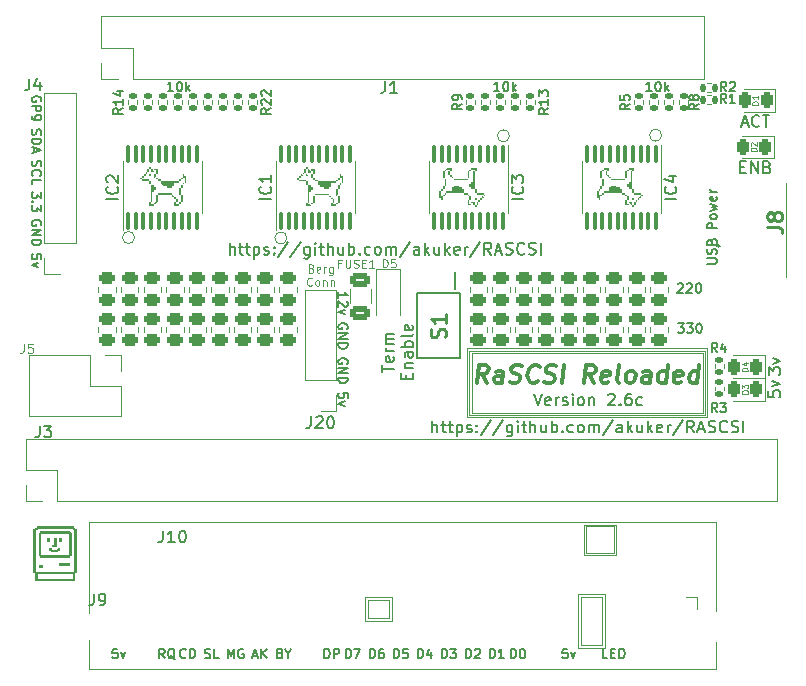
<source format=gto>
G04 #@! TF.GenerationSoftware,KiCad,Pcbnew,(6.0.4)*
G04 #@! TF.CreationDate,2022-07-19T20:37:22-05:00*
G04 #@! TF.ProjectId,rascsi_2p6,72617363-7369-45f3-9270-362e6b696361,rev?*
G04 #@! TF.SameCoordinates,Original*
G04 #@! TF.FileFunction,Legend,Top*
G04 #@! TF.FilePolarity,Positive*
%FSLAX46Y46*%
G04 Gerber Fmt 4.6, Leading zero omitted, Abs format (unit mm)*
G04 Created by KiCad (PCBNEW (6.0.4)) date 2022-07-19 20:37:22*
%MOMM*%
%LPD*%
G01*
G04 APERTURE LIST*
G04 Aperture macros list*
%AMRoundRect*
0 Rectangle with rounded corners*
0 $1 Rounding radius*
0 $2 $3 $4 $5 $6 $7 $8 $9 X,Y pos of 4 corners*
0 Add a 4 corners polygon primitive as box body*
4,1,4,$2,$3,$4,$5,$6,$7,$8,$9,$2,$3,0*
0 Add four circle primitives for the rounded corners*
1,1,$1+$1,$2,$3*
1,1,$1+$1,$4,$5*
1,1,$1+$1,$6,$7*
1,1,$1+$1,$8,$9*
0 Add four rect primitives between the rounded corners*
20,1,$1+$1,$2,$3,$4,$5,0*
20,1,$1+$1,$4,$5,$6,$7,0*
20,1,$1+$1,$6,$7,$8,$9,0*
20,1,$1+$1,$8,$9,$2,$3,0*%
G04 Aperture macros list end*
%ADD10C,0.150000*%
%ADD11C,0.120000*%
%ADD12C,0.100000*%
%ADD13C,0.300000*%
%ADD14C,0.254000*%
%ADD15C,0.125000*%
%ADD16C,0.200000*%
%ADD17C,0.010000*%
%ADD18RoundRect,0.100000X-0.100000X0.637500X-0.100000X-0.637500X0.100000X-0.637500X0.100000X0.637500X0*%
%ADD19RoundRect,0.100000X0.100000X-0.637500X0.100000X0.637500X-0.100000X0.637500X-0.100000X-0.637500X0*%
%ADD20RoundRect,0.243750X0.243750X0.456250X-0.243750X0.456250X-0.243750X-0.456250X0.243750X-0.456250X0*%
%ADD21C,0.800000*%
%ADD22C,5.400000*%
%ADD23R,1.700000X1.700000*%
%ADD24O,1.700000X1.700000*%
%ADD25RoundRect,0.250000X-0.450000X0.262500X-0.450000X-0.262500X0.450000X-0.262500X0.450000X0.262500X0*%
%ADD26RoundRect,0.250000X-0.625000X0.375000X-0.625000X-0.375000X0.625000X-0.375000X0.625000X0.375000X0*%
%ADD27RoundRect,0.135000X-0.135000X-0.185000X0.135000X-0.185000X0.135000X0.185000X-0.135000X0.185000X0*%
%ADD28RoundRect,0.135000X-0.185000X0.135000X-0.185000X-0.135000X0.185000X-0.135000X0.185000X0.135000X0*%
%ADD29RoundRect,0.250000X0.450000X-0.262500X0.450000X0.262500X-0.450000X0.262500X-0.450000X-0.262500X0*%
%ADD30R,0.750000X1.425000*%
%ADD31R,1.100000X1.100000*%
%ADD32R,1.400000X0.400000*%
%ADD33C,2.000000*%
%ADD34R,1.350000X1.350000*%
%ADD35O,1.350000X1.350000*%
%ADD36C,1.545000*%
%ADD37C,4.845000*%
G04 APERTURE END LIST*
D10*
X192373333Y-63472380D02*
X192373333Y-62472380D01*
X192801904Y-63472380D02*
X192801904Y-62948571D01*
X192754285Y-62853333D01*
X192659047Y-62805714D01*
X192516190Y-62805714D01*
X192420952Y-62853333D01*
X192373333Y-62900952D01*
X193135238Y-62805714D02*
X193516190Y-62805714D01*
X193278095Y-62472380D02*
X193278095Y-63329523D01*
X193325714Y-63424761D01*
X193420952Y-63472380D01*
X193516190Y-63472380D01*
X193706666Y-62805714D02*
X194087619Y-62805714D01*
X193849523Y-62472380D02*
X193849523Y-63329523D01*
X193897142Y-63424761D01*
X193992380Y-63472380D01*
X194087619Y-63472380D01*
X194420952Y-62805714D02*
X194420952Y-63805714D01*
X194420952Y-62853333D02*
X194516190Y-62805714D01*
X194706666Y-62805714D01*
X194801904Y-62853333D01*
X194849523Y-62900952D01*
X194897142Y-62996190D01*
X194897142Y-63281904D01*
X194849523Y-63377142D01*
X194801904Y-63424761D01*
X194706666Y-63472380D01*
X194516190Y-63472380D01*
X194420952Y-63424761D01*
X195278095Y-63424761D02*
X195373333Y-63472380D01*
X195563809Y-63472380D01*
X195659047Y-63424761D01*
X195706666Y-63329523D01*
X195706666Y-63281904D01*
X195659047Y-63186666D01*
X195563809Y-63139047D01*
X195420952Y-63139047D01*
X195325714Y-63091428D01*
X195278095Y-62996190D01*
X195278095Y-62948571D01*
X195325714Y-62853333D01*
X195420952Y-62805714D01*
X195563809Y-62805714D01*
X195659047Y-62853333D01*
X196135238Y-63377142D02*
X196182857Y-63424761D01*
X196135238Y-63472380D01*
X196087619Y-63424761D01*
X196135238Y-63377142D01*
X196135238Y-63472380D01*
X196135238Y-62853333D02*
X196182857Y-62900952D01*
X196135238Y-62948571D01*
X196087619Y-62900952D01*
X196135238Y-62853333D01*
X196135238Y-62948571D01*
X197325714Y-62424761D02*
X196468571Y-63710476D01*
X198373333Y-62424761D02*
X197516190Y-63710476D01*
X199135238Y-62805714D02*
X199135238Y-63615238D01*
X199087619Y-63710476D01*
X199040000Y-63758095D01*
X198944761Y-63805714D01*
X198801904Y-63805714D01*
X198706666Y-63758095D01*
X199135238Y-63424761D02*
X199040000Y-63472380D01*
X198849523Y-63472380D01*
X198754285Y-63424761D01*
X198706666Y-63377142D01*
X198659047Y-63281904D01*
X198659047Y-62996190D01*
X198706666Y-62900952D01*
X198754285Y-62853333D01*
X198849523Y-62805714D01*
X199040000Y-62805714D01*
X199135238Y-62853333D01*
X199611428Y-63472380D02*
X199611428Y-62805714D01*
X199611428Y-62472380D02*
X199563809Y-62520000D01*
X199611428Y-62567619D01*
X199659047Y-62520000D01*
X199611428Y-62472380D01*
X199611428Y-62567619D01*
X199944761Y-62805714D02*
X200325714Y-62805714D01*
X200087619Y-62472380D02*
X200087619Y-63329523D01*
X200135238Y-63424761D01*
X200230476Y-63472380D01*
X200325714Y-63472380D01*
X200659047Y-63472380D02*
X200659047Y-62472380D01*
X201087619Y-63472380D02*
X201087619Y-62948571D01*
X201040000Y-62853333D01*
X200944761Y-62805714D01*
X200801904Y-62805714D01*
X200706666Y-62853333D01*
X200659047Y-62900952D01*
X201992380Y-62805714D02*
X201992380Y-63472380D01*
X201563809Y-62805714D02*
X201563809Y-63329523D01*
X201611428Y-63424761D01*
X201706666Y-63472380D01*
X201849523Y-63472380D01*
X201944761Y-63424761D01*
X201992380Y-63377142D01*
X202468571Y-63472380D02*
X202468571Y-62472380D01*
X202468571Y-62853333D02*
X202563809Y-62805714D01*
X202754285Y-62805714D01*
X202849523Y-62853333D01*
X202897142Y-62900952D01*
X202944761Y-62996190D01*
X202944761Y-63281904D01*
X202897142Y-63377142D01*
X202849523Y-63424761D01*
X202754285Y-63472380D01*
X202563809Y-63472380D01*
X202468571Y-63424761D01*
X203373333Y-63377142D02*
X203420952Y-63424761D01*
X203373333Y-63472380D01*
X203325714Y-63424761D01*
X203373333Y-63377142D01*
X203373333Y-63472380D01*
X204278095Y-63424761D02*
X204182857Y-63472380D01*
X203992380Y-63472380D01*
X203897142Y-63424761D01*
X203849523Y-63377142D01*
X203801904Y-63281904D01*
X203801904Y-62996190D01*
X203849523Y-62900952D01*
X203897142Y-62853333D01*
X203992380Y-62805714D01*
X204182857Y-62805714D01*
X204278095Y-62853333D01*
X204849523Y-63472380D02*
X204754285Y-63424761D01*
X204706666Y-63377142D01*
X204659047Y-63281904D01*
X204659047Y-62996190D01*
X204706666Y-62900952D01*
X204754285Y-62853333D01*
X204849523Y-62805714D01*
X204992380Y-62805714D01*
X205087619Y-62853333D01*
X205135238Y-62900952D01*
X205182857Y-62996190D01*
X205182857Y-63281904D01*
X205135238Y-63377142D01*
X205087619Y-63424761D01*
X204992380Y-63472380D01*
X204849523Y-63472380D01*
X205611428Y-63472380D02*
X205611428Y-62805714D01*
X205611428Y-62900952D02*
X205659047Y-62853333D01*
X205754285Y-62805714D01*
X205897142Y-62805714D01*
X205992380Y-62853333D01*
X206040000Y-62948571D01*
X206040000Y-63472380D01*
X206040000Y-62948571D02*
X206087619Y-62853333D01*
X206182857Y-62805714D01*
X206325714Y-62805714D01*
X206420952Y-62853333D01*
X206468571Y-62948571D01*
X206468571Y-63472380D01*
X207659047Y-62424761D02*
X206801904Y-63710476D01*
X208420952Y-63472380D02*
X208420952Y-62948571D01*
X208373333Y-62853333D01*
X208278095Y-62805714D01*
X208087619Y-62805714D01*
X207992380Y-62853333D01*
X208420952Y-63424761D02*
X208325714Y-63472380D01*
X208087619Y-63472380D01*
X207992380Y-63424761D01*
X207944761Y-63329523D01*
X207944761Y-63234285D01*
X207992380Y-63139047D01*
X208087619Y-63091428D01*
X208325714Y-63091428D01*
X208420952Y-63043809D01*
X208897142Y-63472380D02*
X208897142Y-62472380D01*
X208992380Y-63091428D02*
X209278095Y-63472380D01*
X209278095Y-62805714D02*
X208897142Y-63186666D01*
X210135238Y-62805714D02*
X210135238Y-63472380D01*
X209706666Y-62805714D02*
X209706666Y-63329523D01*
X209754285Y-63424761D01*
X209849523Y-63472380D01*
X209992380Y-63472380D01*
X210087619Y-63424761D01*
X210135238Y-63377142D01*
X210611428Y-63472380D02*
X210611428Y-62472380D01*
X210706666Y-63091428D02*
X210992380Y-63472380D01*
X210992380Y-62805714D02*
X210611428Y-63186666D01*
X211801904Y-63424761D02*
X211706666Y-63472380D01*
X211516190Y-63472380D01*
X211420952Y-63424761D01*
X211373333Y-63329523D01*
X211373333Y-62948571D01*
X211420952Y-62853333D01*
X211516190Y-62805714D01*
X211706666Y-62805714D01*
X211801904Y-62853333D01*
X211849523Y-62948571D01*
X211849523Y-63043809D01*
X211373333Y-63139047D01*
X212278095Y-63472380D02*
X212278095Y-62805714D01*
X212278095Y-62996190D02*
X212325714Y-62900952D01*
X212373333Y-62853333D01*
X212468571Y-62805714D01*
X212563809Y-62805714D01*
X213611428Y-62424761D02*
X212754285Y-63710476D01*
X214516190Y-63472380D02*
X214182857Y-62996190D01*
X213944761Y-63472380D02*
X213944761Y-62472380D01*
X214325714Y-62472380D01*
X214420952Y-62520000D01*
X214468571Y-62567619D01*
X214516190Y-62662857D01*
X214516190Y-62805714D01*
X214468571Y-62900952D01*
X214420952Y-62948571D01*
X214325714Y-62996190D01*
X213944761Y-62996190D01*
X214897142Y-63186666D02*
X215373333Y-63186666D01*
X214801904Y-63472380D02*
X215135238Y-62472380D01*
X215468571Y-63472380D01*
X215754285Y-63424761D02*
X215897142Y-63472380D01*
X216135238Y-63472380D01*
X216230476Y-63424761D01*
X216278095Y-63377142D01*
X216325714Y-63281904D01*
X216325714Y-63186666D01*
X216278095Y-63091428D01*
X216230476Y-63043809D01*
X216135238Y-62996190D01*
X215944761Y-62948571D01*
X215849523Y-62900952D01*
X215801904Y-62853333D01*
X215754285Y-62758095D01*
X215754285Y-62662857D01*
X215801904Y-62567619D01*
X215849523Y-62520000D01*
X215944761Y-62472380D01*
X216182857Y-62472380D01*
X216325714Y-62520000D01*
X217325714Y-63377142D02*
X217278095Y-63424761D01*
X217135238Y-63472380D01*
X217040000Y-63472380D01*
X216897142Y-63424761D01*
X216801904Y-63329523D01*
X216754285Y-63234285D01*
X216706666Y-63043809D01*
X216706666Y-62900952D01*
X216754285Y-62710476D01*
X216801904Y-62615238D01*
X216897142Y-62520000D01*
X217040000Y-62472380D01*
X217135238Y-62472380D01*
X217278095Y-62520000D01*
X217325714Y-62567619D01*
X217706666Y-63424761D02*
X217849523Y-63472380D01*
X218087619Y-63472380D01*
X218182857Y-63424761D01*
X218230476Y-63377142D01*
X218278095Y-63281904D01*
X218278095Y-63186666D01*
X218230476Y-63091428D01*
X218182857Y-63043809D01*
X218087619Y-62996190D01*
X217897142Y-62948571D01*
X217801904Y-62900952D01*
X217754285Y-62853333D01*
X217706666Y-62758095D01*
X217706666Y-62662857D01*
X217754285Y-62567619D01*
X217801904Y-62520000D01*
X217897142Y-62472380D01*
X218135238Y-62472380D01*
X218278095Y-62520000D01*
X218706666Y-63472380D02*
X218706666Y-62472380D01*
D11*
X184321953Y-62018047D02*
G75*
G03*
X184321953Y-62018047I-511953J0D01*
G01*
X184150000Y-45974000D02*
X181483000Y-45974000D01*
X228951953Y-53358047D02*
G75*
G03*
X228951953Y-53358047I-511953J0D01*
G01*
X203794000Y-92472000D02*
X206080000Y-92472000D01*
X206080000Y-92472000D02*
X206080000Y-94504000D01*
X206080000Y-94504000D02*
X203794000Y-94504000D01*
X203794000Y-94504000D02*
X203794000Y-92472000D01*
X222377000Y-86360000D02*
X225044000Y-86360000D01*
X225044000Y-86360000D02*
X225044000Y-88900000D01*
X225044000Y-88900000D02*
X222377000Y-88900000D01*
X222377000Y-88900000D02*
X222377000Y-86360000D01*
X182880000Y-48641000D02*
X181483000Y-48641000D01*
X216061953Y-53420000D02*
G75*
G03*
X216061953Y-53420000I-511953J0D01*
G01*
X232537000Y-48641000D02*
X184150000Y-48641000D01*
X212870000Y-71820000D02*
X232440000Y-71820000D01*
X232440000Y-71820000D02*
X232440000Y-76850000D01*
X232440000Y-76850000D02*
X212870000Y-76850000D01*
X212870000Y-76850000D02*
X212870000Y-71820000D01*
X181483000Y-43307000D02*
X232537000Y-43307000D01*
X181483000Y-48641000D02*
X181483000Y-47244000D01*
X222082000Y-92472000D02*
X223860000Y-92472000D01*
X223860000Y-92472000D02*
X223860000Y-96536000D01*
X223860000Y-96536000D02*
X222082000Y-96536000D01*
X222082000Y-96536000D02*
X222082000Y-92472000D01*
X184150000Y-48641000D02*
X184150000Y-45974000D01*
X212670000Y-71620000D02*
X232630000Y-71620000D01*
X232630000Y-71620000D02*
X232630000Y-77030000D01*
X232630000Y-77030000D02*
X212670000Y-77030000D01*
X212670000Y-77030000D02*
X212670000Y-71620000D01*
X212470000Y-71420000D02*
X232820000Y-71420000D01*
X232820000Y-71420000D02*
X232820000Y-77200000D01*
X232820000Y-77200000D02*
X212470000Y-77200000D01*
X212470000Y-77200000D02*
X212470000Y-71420000D01*
X222504000Y-86487000D02*
X224917000Y-86487000D01*
X224917000Y-86487000D02*
X224917000Y-88773000D01*
X224917000Y-88773000D02*
X222504000Y-88773000D01*
X222504000Y-88773000D02*
X222504000Y-86487000D01*
X232537000Y-43307000D02*
X232537000Y-48641000D01*
X180467000Y-86106000D02*
X233553000Y-86106000D01*
X233553000Y-86106000D02*
X233553000Y-98552000D01*
X233553000Y-98552000D02*
X180467000Y-98552000D01*
X180467000Y-98552000D02*
X180467000Y-86106000D01*
X204048000Y-92726000D02*
X205826000Y-92726000D01*
X205826000Y-92726000D02*
X205826000Y-94250000D01*
X205826000Y-94250000D02*
X204048000Y-94250000D01*
X204048000Y-94250000D02*
X204048000Y-92726000D01*
X181483000Y-45974000D02*
X181483000Y-43307000D01*
X197221953Y-62060000D02*
G75*
G03*
X197221953Y-62060000I-511953J0D01*
G01*
X221828000Y-92218000D02*
X224114000Y-92218000D01*
X224114000Y-92218000D02*
X224114000Y-96790000D01*
X224114000Y-96790000D02*
X221828000Y-96790000D01*
X221828000Y-96790000D02*
X221828000Y-92218000D01*
D10*
X230331428Y-69301904D02*
X230826666Y-69301904D01*
X230560000Y-69606666D01*
X230674285Y-69606666D01*
X230750476Y-69644761D01*
X230788571Y-69682857D01*
X230826666Y-69759047D01*
X230826666Y-69949523D01*
X230788571Y-70025714D01*
X230750476Y-70063809D01*
X230674285Y-70101904D01*
X230445714Y-70101904D01*
X230369523Y-70063809D01*
X230331428Y-70025714D01*
X231093333Y-69301904D02*
X231588571Y-69301904D01*
X231321904Y-69606666D01*
X231436190Y-69606666D01*
X231512380Y-69644761D01*
X231550476Y-69682857D01*
X231588571Y-69759047D01*
X231588571Y-69949523D01*
X231550476Y-70025714D01*
X231512380Y-70063809D01*
X231436190Y-70101904D01*
X231207619Y-70101904D01*
X231131428Y-70063809D01*
X231093333Y-70025714D01*
X232083809Y-69301904D02*
X232160000Y-69301904D01*
X232236190Y-69340000D01*
X232274285Y-69378095D01*
X232312380Y-69454285D01*
X232350476Y-69606666D01*
X232350476Y-69797142D01*
X232312380Y-69949523D01*
X232274285Y-70025714D01*
X232236190Y-70063809D01*
X232160000Y-70101904D01*
X232083809Y-70101904D01*
X232007619Y-70063809D01*
X231969523Y-70025714D01*
X231931428Y-69949523D01*
X231893333Y-69797142D01*
X231893333Y-69606666D01*
X231931428Y-69454285D01*
X231969523Y-69378095D01*
X232007619Y-69340000D01*
X232083809Y-69301904D01*
X175647390Y-52855439D02*
X175609295Y-52969725D01*
X175609295Y-53160201D01*
X175647390Y-53236391D01*
X175685485Y-53274487D01*
X175761676Y-53312582D01*
X175837866Y-53312582D01*
X175914057Y-53274487D01*
X175952152Y-53236391D01*
X175990247Y-53160201D01*
X176028342Y-53007820D01*
X176066438Y-52931629D01*
X176104533Y-52893534D01*
X176180723Y-52855439D01*
X176256914Y-52855439D01*
X176333104Y-52893534D01*
X176371200Y-52931629D01*
X176409295Y-53007820D01*
X176409295Y-53198296D01*
X176371200Y-53312582D01*
X175609295Y-53655439D02*
X176409295Y-53655439D01*
X176409295Y-53845915D01*
X176371200Y-53960201D01*
X176295009Y-54036391D01*
X176218819Y-54074487D01*
X176066438Y-54112582D01*
X175952152Y-54112582D01*
X175799771Y-54074487D01*
X175723580Y-54036391D01*
X175647390Y-53960201D01*
X175609295Y-53845915D01*
X175609295Y-53655439D01*
X175837866Y-54417344D02*
X175837866Y-54798296D01*
X175609295Y-54341153D02*
X176409295Y-54607820D01*
X175609295Y-54874487D01*
X175647390Y-55545165D02*
X175609295Y-55659450D01*
X175609295Y-55849926D01*
X175647390Y-55926117D01*
X175685485Y-55964212D01*
X175761676Y-56002307D01*
X175837866Y-56002307D01*
X175914057Y-55964212D01*
X175952152Y-55926117D01*
X175990247Y-55849926D01*
X176028342Y-55697546D01*
X176066438Y-55621355D01*
X176104533Y-55583260D01*
X176180723Y-55545165D01*
X176256914Y-55545165D01*
X176333104Y-55583260D01*
X176371200Y-55621355D01*
X176409295Y-55697546D01*
X176409295Y-55888022D01*
X176371200Y-56002307D01*
X175685485Y-56802307D02*
X175647390Y-56764212D01*
X175609295Y-56649926D01*
X175609295Y-56573736D01*
X175647390Y-56459450D01*
X175723580Y-56383260D01*
X175799771Y-56345165D01*
X175952152Y-56307069D01*
X176066438Y-56307069D01*
X176218819Y-56345165D01*
X176295009Y-56383260D01*
X176371200Y-56459450D01*
X176409295Y-56573736D01*
X176409295Y-56649926D01*
X176371200Y-56764212D01*
X176333104Y-56802307D01*
X175609295Y-57526117D02*
X175609295Y-57145165D01*
X176409295Y-57145165D01*
X228123809Y-49637904D02*
X227666666Y-49637904D01*
X227895238Y-49637904D02*
X227895238Y-48837904D01*
X227819047Y-48952190D01*
X227742857Y-49028380D01*
X227666666Y-49066476D01*
X228619047Y-48837904D02*
X228695238Y-48837904D01*
X228771428Y-48876000D01*
X228809523Y-48914095D01*
X228847619Y-48990285D01*
X228885714Y-49142666D01*
X228885714Y-49333142D01*
X228847619Y-49485523D01*
X228809523Y-49561714D01*
X228771428Y-49599809D01*
X228695238Y-49637904D01*
X228619047Y-49637904D01*
X228542857Y-49599809D01*
X228504761Y-49561714D01*
X228466666Y-49485523D01*
X228428571Y-49333142D01*
X228428571Y-49142666D01*
X228466666Y-48990285D01*
X228504761Y-48914095D01*
X228542857Y-48876000D01*
X228619047Y-48837904D01*
X229228571Y-49637904D02*
X229228571Y-48837904D01*
X229304761Y-49333142D02*
X229533333Y-49637904D01*
X229533333Y-49104571D02*
X229228571Y-49409333D01*
X238012380Y-73644285D02*
X238012380Y-73025238D01*
X238393333Y-73358571D01*
X238393333Y-73215714D01*
X238440952Y-73120476D01*
X238488571Y-73072857D01*
X238583809Y-73025238D01*
X238821904Y-73025238D01*
X238917142Y-73072857D01*
X238964761Y-73120476D01*
X239012380Y-73215714D01*
X239012380Y-73501428D01*
X238964761Y-73596666D01*
X238917142Y-73644285D01*
X238345714Y-72691904D02*
X239012380Y-72453809D01*
X238345714Y-72215714D01*
X209543333Y-78532380D02*
X209543333Y-77532380D01*
X209971904Y-78532380D02*
X209971904Y-78008571D01*
X209924285Y-77913333D01*
X209829047Y-77865714D01*
X209686190Y-77865714D01*
X209590952Y-77913333D01*
X209543333Y-77960952D01*
X210305238Y-77865714D02*
X210686190Y-77865714D01*
X210448095Y-77532380D02*
X210448095Y-78389523D01*
X210495714Y-78484761D01*
X210590952Y-78532380D01*
X210686190Y-78532380D01*
X210876666Y-77865714D02*
X211257619Y-77865714D01*
X211019523Y-77532380D02*
X211019523Y-78389523D01*
X211067142Y-78484761D01*
X211162380Y-78532380D01*
X211257619Y-78532380D01*
X211590952Y-77865714D02*
X211590952Y-78865714D01*
X211590952Y-77913333D02*
X211686190Y-77865714D01*
X211876666Y-77865714D01*
X211971904Y-77913333D01*
X212019523Y-77960952D01*
X212067142Y-78056190D01*
X212067142Y-78341904D01*
X212019523Y-78437142D01*
X211971904Y-78484761D01*
X211876666Y-78532380D01*
X211686190Y-78532380D01*
X211590952Y-78484761D01*
X212448095Y-78484761D02*
X212543333Y-78532380D01*
X212733809Y-78532380D01*
X212829047Y-78484761D01*
X212876666Y-78389523D01*
X212876666Y-78341904D01*
X212829047Y-78246666D01*
X212733809Y-78199047D01*
X212590952Y-78199047D01*
X212495714Y-78151428D01*
X212448095Y-78056190D01*
X212448095Y-78008571D01*
X212495714Y-77913333D01*
X212590952Y-77865714D01*
X212733809Y-77865714D01*
X212829047Y-77913333D01*
X213305238Y-78437142D02*
X213352857Y-78484761D01*
X213305238Y-78532380D01*
X213257619Y-78484761D01*
X213305238Y-78437142D01*
X213305238Y-78532380D01*
X213305238Y-77913333D02*
X213352857Y-77960952D01*
X213305238Y-78008571D01*
X213257619Y-77960952D01*
X213305238Y-77913333D01*
X213305238Y-78008571D01*
X214495714Y-77484761D02*
X213638571Y-78770476D01*
X215543333Y-77484761D02*
X214686190Y-78770476D01*
X216305238Y-77865714D02*
X216305238Y-78675238D01*
X216257619Y-78770476D01*
X216210000Y-78818095D01*
X216114761Y-78865714D01*
X215971904Y-78865714D01*
X215876666Y-78818095D01*
X216305238Y-78484761D02*
X216210000Y-78532380D01*
X216019523Y-78532380D01*
X215924285Y-78484761D01*
X215876666Y-78437142D01*
X215829047Y-78341904D01*
X215829047Y-78056190D01*
X215876666Y-77960952D01*
X215924285Y-77913333D01*
X216019523Y-77865714D01*
X216210000Y-77865714D01*
X216305238Y-77913333D01*
X216781428Y-78532380D02*
X216781428Y-77865714D01*
X216781428Y-77532380D02*
X216733809Y-77580000D01*
X216781428Y-77627619D01*
X216829047Y-77580000D01*
X216781428Y-77532380D01*
X216781428Y-77627619D01*
X217114761Y-77865714D02*
X217495714Y-77865714D01*
X217257619Y-77532380D02*
X217257619Y-78389523D01*
X217305238Y-78484761D01*
X217400476Y-78532380D01*
X217495714Y-78532380D01*
X217829047Y-78532380D02*
X217829047Y-77532380D01*
X218257619Y-78532380D02*
X218257619Y-78008571D01*
X218210000Y-77913333D01*
X218114761Y-77865714D01*
X217971904Y-77865714D01*
X217876666Y-77913333D01*
X217829047Y-77960952D01*
X219162380Y-77865714D02*
X219162380Y-78532380D01*
X218733809Y-77865714D02*
X218733809Y-78389523D01*
X218781428Y-78484761D01*
X218876666Y-78532380D01*
X219019523Y-78532380D01*
X219114761Y-78484761D01*
X219162380Y-78437142D01*
X219638571Y-78532380D02*
X219638571Y-77532380D01*
X219638571Y-77913333D02*
X219733809Y-77865714D01*
X219924285Y-77865714D01*
X220019523Y-77913333D01*
X220067142Y-77960952D01*
X220114761Y-78056190D01*
X220114761Y-78341904D01*
X220067142Y-78437142D01*
X220019523Y-78484761D01*
X219924285Y-78532380D01*
X219733809Y-78532380D01*
X219638571Y-78484761D01*
X220543333Y-78437142D02*
X220590952Y-78484761D01*
X220543333Y-78532380D01*
X220495714Y-78484761D01*
X220543333Y-78437142D01*
X220543333Y-78532380D01*
X221448095Y-78484761D02*
X221352857Y-78532380D01*
X221162380Y-78532380D01*
X221067142Y-78484761D01*
X221019523Y-78437142D01*
X220971904Y-78341904D01*
X220971904Y-78056190D01*
X221019523Y-77960952D01*
X221067142Y-77913333D01*
X221162380Y-77865714D01*
X221352857Y-77865714D01*
X221448095Y-77913333D01*
X222019523Y-78532380D02*
X221924285Y-78484761D01*
X221876666Y-78437142D01*
X221829047Y-78341904D01*
X221829047Y-78056190D01*
X221876666Y-77960952D01*
X221924285Y-77913333D01*
X222019523Y-77865714D01*
X222162380Y-77865714D01*
X222257619Y-77913333D01*
X222305238Y-77960952D01*
X222352857Y-78056190D01*
X222352857Y-78341904D01*
X222305238Y-78437142D01*
X222257619Y-78484761D01*
X222162380Y-78532380D01*
X222019523Y-78532380D01*
X222781428Y-78532380D02*
X222781428Y-77865714D01*
X222781428Y-77960952D02*
X222829047Y-77913333D01*
X222924285Y-77865714D01*
X223067142Y-77865714D01*
X223162380Y-77913333D01*
X223210000Y-78008571D01*
X223210000Y-78532380D01*
X223210000Y-78008571D02*
X223257619Y-77913333D01*
X223352857Y-77865714D01*
X223495714Y-77865714D01*
X223590952Y-77913333D01*
X223638571Y-78008571D01*
X223638571Y-78532380D01*
X224829047Y-77484761D02*
X223971904Y-78770476D01*
X225590952Y-78532380D02*
X225590952Y-78008571D01*
X225543333Y-77913333D01*
X225448095Y-77865714D01*
X225257619Y-77865714D01*
X225162380Y-77913333D01*
X225590952Y-78484761D02*
X225495714Y-78532380D01*
X225257619Y-78532380D01*
X225162380Y-78484761D01*
X225114761Y-78389523D01*
X225114761Y-78294285D01*
X225162380Y-78199047D01*
X225257619Y-78151428D01*
X225495714Y-78151428D01*
X225590952Y-78103809D01*
X226067142Y-78532380D02*
X226067142Y-77532380D01*
X226162380Y-78151428D02*
X226448095Y-78532380D01*
X226448095Y-77865714D02*
X226067142Y-78246666D01*
X227305238Y-77865714D02*
X227305238Y-78532380D01*
X226876666Y-77865714D02*
X226876666Y-78389523D01*
X226924285Y-78484761D01*
X227019523Y-78532380D01*
X227162380Y-78532380D01*
X227257619Y-78484761D01*
X227305238Y-78437142D01*
X227781428Y-78532380D02*
X227781428Y-77532380D01*
X227876666Y-78151428D02*
X228162380Y-78532380D01*
X228162380Y-77865714D02*
X227781428Y-78246666D01*
X228971904Y-78484761D02*
X228876666Y-78532380D01*
X228686190Y-78532380D01*
X228590952Y-78484761D01*
X228543333Y-78389523D01*
X228543333Y-78008571D01*
X228590952Y-77913333D01*
X228686190Y-77865714D01*
X228876666Y-77865714D01*
X228971904Y-77913333D01*
X229019523Y-78008571D01*
X229019523Y-78103809D01*
X228543333Y-78199047D01*
X229448095Y-78532380D02*
X229448095Y-77865714D01*
X229448095Y-78056190D02*
X229495714Y-77960952D01*
X229543333Y-77913333D01*
X229638571Y-77865714D01*
X229733809Y-77865714D01*
X230781428Y-77484761D02*
X229924285Y-78770476D01*
X231686190Y-78532380D02*
X231352857Y-78056190D01*
X231114761Y-78532380D02*
X231114761Y-77532380D01*
X231495714Y-77532380D01*
X231590952Y-77580000D01*
X231638571Y-77627619D01*
X231686190Y-77722857D01*
X231686190Y-77865714D01*
X231638571Y-77960952D01*
X231590952Y-78008571D01*
X231495714Y-78056190D01*
X231114761Y-78056190D01*
X232067142Y-78246666D02*
X232543333Y-78246666D01*
X231971904Y-78532380D02*
X232305238Y-77532380D01*
X232638571Y-78532380D01*
X232924285Y-78484761D02*
X233067142Y-78532380D01*
X233305238Y-78532380D01*
X233400476Y-78484761D01*
X233448095Y-78437142D01*
X233495714Y-78341904D01*
X233495714Y-78246666D01*
X233448095Y-78151428D01*
X233400476Y-78103809D01*
X233305238Y-78056190D01*
X233114761Y-78008571D01*
X233019523Y-77960952D01*
X232971904Y-77913333D01*
X232924285Y-77818095D01*
X232924285Y-77722857D01*
X232971904Y-77627619D01*
X233019523Y-77580000D01*
X233114761Y-77532380D01*
X233352857Y-77532380D01*
X233495714Y-77580000D01*
X234495714Y-78437142D02*
X234448095Y-78484761D01*
X234305238Y-78532380D01*
X234210000Y-78532380D01*
X234067142Y-78484761D01*
X233971904Y-78389523D01*
X233924285Y-78294285D01*
X233876666Y-78103809D01*
X233876666Y-77960952D01*
X233924285Y-77770476D01*
X233971904Y-77675238D01*
X234067142Y-77580000D01*
X234210000Y-77532380D01*
X234305238Y-77532380D01*
X234448095Y-77580000D01*
X234495714Y-77627619D01*
X234876666Y-78484761D02*
X235019523Y-78532380D01*
X235257619Y-78532380D01*
X235352857Y-78484761D01*
X235400476Y-78437142D01*
X235448095Y-78341904D01*
X235448095Y-78246666D01*
X235400476Y-78151428D01*
X235352857Y-78103809D01*
X235257619Y-78056190D01*
X235067142Y-78008571D01*
X234971904Y-77960952D01*
X234924285Y-77913333D01*
X234876666Y-77818095D01*
X234876666Y-77722857D01*
X234924285Y-77627619D01*
X234971904Y-77580000D01*
X235067142Y-77532380D01*
X235305238Y-77532380D01*
X235448095Y-77580000D01*
X235876666Y-78532380D02*
X235876666Y-77532380D01*
X235735952Y-52363666D02*
X236212142Y-52363666D01*
X235640714Y-52649380D02*
X235974047Y-51649380D01*
X236307380Y-52649380D01*
X237212142Y-52554142D02*
X237164523Y-52601761D01*
X237021666Y-52649380D01*
X236926428Y-52649380D01*
X236783571Y-52601761D01*
X236688333Y-52506523D01*
X236640714Y-52411285D01*
X236593095Y-52220809D01*
X236593095Y-52077952D01*
X236640714Y-51887476D01*
X236688333Y-51792238D01*
X236783571Y-51697000D01*
X236926428Y-51649380D01*
X237021666Y-51649380D01*
X237164523Y-51697000D01*
X237212142Y-51744619D01*
X237497857Y-51649380D02*
X238069285Y-51649380D01*
X237783571Y-52649380D02*
X237783571Y-51649380D01*
X235616904Y-56062571D02*
X235950238Y-56062571D01*
X236093095Y-56586380D02*
X235616904Y-56586380D01*
X235616904Y-55586380D01*
X236093095Y-55586380D01*
X236521666Y-56586380D02*
X236521666Y-55586380D01*
X237093095Y-56586380D01*
X237093095Y-55586380D01*
X237902619Y-56062571D02*
X238045476Y-56110190D01*
X238093095Y-56157809D01*
X238140714Y-56253047D01*
X238140714Y-56395904D01*
X238093095Y-56491142D01*
X238045476Y-56538761D01*
X237950238Y-56586380D01*
X237569285Y-56586380D01*
X237569285Y-55586380D01*
X237902619Y-55586380D01*
X237997857Y-55634000D01*
X238045476Y-55681619D01*
X238093095Y-55776857D01*
X238093095Y-55872095D01*
X238045476Y-55967333D01*
X237997857Y-56014952D01*
X237902619Y-56062571D01*
X237569285Y-56062571D01*
X205533666Y-48791880D02*
X205533666Y-49506166D01*
X205486047Y-49649023D01*
X205390809Y-49744261D01*
X205247952Y-49791880D01*
X205152714Y-49791880D01*
X206533666Y-49791880D02*
X205962238Y-49791880D01*
X206247952Y-49791880D02*
X206247952Y-48791880D01*
X206152714Y-48934738D01*
X206057476Y-49029976D01*
X205962238Y-49077595D01*
X232797404Y-64236214D02*
X233445023Y-64236214D01*
X233521214Y-64198119D01*
X233559309Y-64160023D01*
X233597404Y-64083833D01*
X233597404Y-63931452D01*
X233559309Y-63855261D01*
X233521214Y-63817166D01*
X233445023Y-63779071D01*
X232797404Y-63779071D01*
X233559309Y-63436214D02*
X233597404Y-63321928D01*
X233597404Y-63131452D01*
X233559309Y-63055261D01*
X233521214Y-63017166D01*
X233445023Y-62979071D01*
X233368833Y-62979071D01*
X233292642Y-63017166D01*
X233254547Y-63055261D01*
X233216452Y-63131452D01*
X233178357Y-63283833D01*
X233140261Y-63360023D01*
X233102166Y-63398119D01*
X233025976Y-63436214D01*
X232949785Y-63436214D01*
X232873595Y-63398119D01*
X232835500Y-63360023D01*
X232797404Y-63283833D01*
X232797404Y-63093357D01*
X232835500Y-62979071D01*
X233178357Y-62369547D02*
X233216452Y-62255261D01*
X233254547Y-62217166D01*
X233330738Y-62179071D01*
X233445023Y-62179071D01*
X233521214Y-62217166D01*
X233559309Y-62255261D01*
X233597404Y-62331452D01*
X233597404Y-62636214D01*
X232797404Y-62636214D01*
X232797404Y-62369547D01*
X232835500Y-62293357D01*
X232873595Y-62255261D01*
X232949785Y-62217166D01*
X233025976Y-62217166D01*
X233102166Y-62255261D01*
X233140261Y-62293357D01*
X233178357Y-62369547D01*
X233178357Y-62636214D01*
X233597404Y-61226690D02*
X232797404Y-61226690D01*
X232797404Y-60921928D01*
X232835500Y-60845738D01*
X232873595Y-60807642D01*
X232949785Y-60769547D01*
X233064071Y-60769547D01*
X233140261Y-60807642D01*
X233178357Y-60845738D01*
X233216452Y-60921928D01*
X233216452Y-61226690D01*
X233597404Y-60312404D02*
X233559309Y-60388595D01*
X233521214Y-60426690D01*
X233445023Y-60464785D01*
X233216452Y-60464785D01*
X233140261Y-60426690D01*
X233102166Y-60388595D01*
X233064071Y-60312404D01*
X233064071Y-60198119D01*
X233102166Y-60121928D01*
X233140261Y-60083833D01*
X233216452Y-60045738D01*
X233445023Y-60045738D01*
X233521214Y-60083833D01*
X233559309Y-60121928D01*
X233597404Y-60198119D01*
X233597404Y-60312404D01*
X233064071Y-59779071D02*
X233597404Y-59626690D01*
X233216452Y-59474309D01*
X233597404Y-59321928D01*
X233064071Y-59169547D01*
X233559309Y-58560023D02*
X233597404Y-58636214D01*
X233597404Y-58788595D01*
X233559309Y-58864785D01*
X233483119Y-58902880D01*
X233178357Y-58902880D01*
X233102166Y-58864785D01*
X233064071Y-58788595D01*
X233064071Y-58636214D01*
X233102166Y-58560023D01*
X233178357Y-58521928D01*
X233254547Y-58521928D01*
X233330738Y-58902880D01*
X233597404Y-58179071D02*
X233064071Y-58179071D01*
X233216452Y-58179071D02*
X233140261Y-58140976D01*
X233102166Y-58102880D01*
X233064071Y-58026690D01*
X233064071Y-57950500D01*
X190287619Y-97621809D02*
X190401904Y-97659904D01*
X190592380Y-97659904D01*
X190668571Y-97621809D01*
X190706666Y-97583714D01*
X190744761Y-97507523D01*
X190744761Y-97431333D01*
X190706666Y-97355142D01*
X190668571Y-97317047D01*
X190592380Y-97278952D01*
X190440000Y-97240857D01*
X190363809Y-97202761D01*
X190325714Y-97164666D01*
X190287619Y-97088476D01*
X190287619Y-97012285D01*
X190325714Y-96936095D01*
X190363809Y-96898000D01*
X190440000Y-96859904D01*
X190630476Y-96859904D01*
X190744761Y-96898000D01*
X191468571Y-97659904D02*
X191087619Y-97659904D01*
X191087619Y-96859904D01*
X186858571Y-97659904D02*
X186591904Y-97278952D01*
X186401428Y-97659904D02*
X186401428Y-96859904D01*
X186706190Y-96859904D01*
X186782380Y-96898000D01*
X186820476Y-96936095D01*
X186858571Y-97012285D01*
X186858571Y-97126571D01*
X186820476Y-97202761D01*
X186782380Y-97240857D01*
X186706190Y-97278952D01*
X186401428Y-97278952D01*
X187734761Y-97736095D02*
X187658571Y-97698000D01*
X187582380Y-97621809D01*
X187468095Y-97507523D01*
X187391904Y-97469428D01*
X187315714Y-97469428D01*
X187353809Y-97659904D02*
X187277619Y-97621809D01*
X187201428Y-97545619D01*
X187163333Y-97393238D01*
X187163333Y-97126571D01*
X187201428Y-96974190D01*
X187277619Y-96898000D01*
X187353809Y-96859904D01*
X187506190Y-96859904D01*
X187582380Y-96898000D01*
X187658571Y-96974190D01*
X187696666Y-97126571D01*
X187696666Y-97393238D01*
X187658571Y-97545619D01*
X187582380Y-97621809D01*
X187506190Y-97659904D01*
X187353809Y-97659904D01*
X188655619Y-97583714D02*
X188617523Y-97621809D01*
X188503238Y-97659904D01*
X188427047Y-97659904D01*
X188312761Y-97621809D01*
X188236571Y-97545619D01*
X188198476Y-97469428D01*
X188160380Y-97317047D01*
X188160380Y-97202761D01*
X188198476Y-97050380D01*
X188236571Y-96974190D01*
X188312761Y-96898000D01*
X188427047Y-96859904D01*
X188503238Y-96859904D01*
X188617523Y-96898000D01*
X188655619Y-96936095D01*
X188998476Y-97659904D02*
X188998476Y-96859904D01*
X189188952Y-96859904D01*
X189303238Y-96898000D01*
X189379428Y-96974190D01*
X189417523Y-97050380D01*
X189455619Y-97202761D01*
X189455619Y-97317047D01*
X189417523Y-97469428D01*
X189379428Y-97545619D01*
X189303238Y-97621809D01*
X189188952Y-97659904D01*
X188998476Y-97659904D01*
X182851714Y-96859904D02*
X182470761Y-96859904D01*
X182432666Y-97240857D01*
X182470761Y-97202761D01*
X182546952Y-97164666D01*
X182737428Y-97164666D01*
X182813619Y-97202761D01*
X182851714Y-97240857D01*
X182889809Y-97317047D01*
X182889809Y-97507523D01*
X182851714Y-97583714D01*
X182813619Y-97621809D01*
X182737428Y-97659904D01*
X182546952Y-97659904D01*
X182470761Y-97621809D01*
X182432666Y-97583714D01*
X183156476Y-97126571D02*
X183346952Y-97659904D01*
X183537428Y-97126571D01*
X192205333Y-97659904D02*
X192205333Y-96859904D01*
X192472000Y-97431333D01*
X192738666Y-96859904D01*
X192738666Y-97659904D01*
X193538666Y-96898000D02*
X193462476Y-96859904D01*
X193348190Y-96859904D01*
X193233904Y-96898000D01*
X193157714Y-96974190D01*
X193119619Y-97050380D01*
X193081523Y-97202761D01*
X193081523Y-97317047D01*
X193119619Y-97469428D01*
X193157714Y-97545619D01*
X193233904Y-97621809D01*
X193348190Y-97659904D01*
X193424380Y-97659904D01*
X193538666Y-97621809D01*
X193576761Y-97583714D01*
X193576761Y-97317047D01*
X193424380Y-97317047D01*
X220951714Y-96859904D02*
X220570761Y-96859904D01*
X220532666Y-97240857D01*
X220570761Y-97202761D01*
X220646952Y-97164666D01*
X220837428Y-97164666D01*
X220913619Y-97202761D01*
X220951714Y-97240857D01*
X220989809Y-97317047D01*
X220989809Y-97507523D01*
X220951714Y-97583714D01*
X220913619Y-97621809D01*
X220837428Y-97659904D01*
X220646952Y-97659904D01*
X220570761Y-97621809D01*
X220532666Y-97583714D01*
X221256476Y-97126571D02*
X221446952Y-97659904D01*
X221637428Y-97126571D01*
X194313523Y-97431333D02*
X194694476Y-97431333D01*
X194237333Y-97659904D02*
X194504000Y-96859904D01*
X194770666Y-97659904D01*
X195037333Y-97659904D02*
X195037333Y-96859904D01*
X195494476Y-97659904D02*
X195151619Y-97202761D01*
X195494476Y-96859904D02*
X195037333Y-97317047D01*
X196650285Y-97240857D02*
X196764571Y-97278952D01*
X196802666Y-97317047D01*
X196840761Y-97393238D01*
X196840761Y-97507523D01*
X196802666Y-97583714D01*
X196764571Y-97621809D01*
X196688380Y-97659904D01*
X196383619Y-97659904D01*
X196383619Y-96859904D01*
X196650285Y-96859904D01*
X196726476Y-96898000D01*
X196764571Y-96936095D01*
X196802666Y-97012285D01*
X196802666Y-97088476D01*
X196764571Y-97164666D01*
X196726476Y-97202761D01*
X196650285Y-97240857D01*
X196383619Y-97240857D01*
X197336000Y-97278952D02*
X197336000Y-97659904D01*
X197069333Y-96859904D02*
X197336000Y-97278952D01*
X197602666Y-96859904D01*
X204219523Y-97659904D02*
X204219523Y-96859904D01*
X204410000Y-96859904D01*
X204524285Y-96898000D01*
X204600476Y-96974190D01*
X204638571Y-97050380D01*
X204676666Y-97202761D01*
X204676666Y-97317047D01*
X204638571Y-97469428D01*
X204600476Y-97545619D01*
X204524285Y-97621809D01*
X204410000Y-97659904D01*
X204219523Y-97659904D01*
X205362380Y-96859904D02*
X205210000Y-96859904D01*
X205133809Y-96898000D01*
X205095714Y-96936095D01*
X205019523Y-97050380D01*
X204981428Y-97202761D01*
X204981428Y-97507523D01*
X205019523Y-97583714D01*
X205057619Y-97621809D01*
X205133809Y-97659904D01*
X205286190Y-97659904D01*
X205362380Y-97621809D01*
X205400476Y-97583714D01*
X205438571Y-97507523D01*
X205438571Y-97317047D01*
X205400476Y-97240857D01*
X205362380Y-97202761D01*
X205286190Y-97164666D01*
X205133809Y-97164666D01*
X205057619Y-97202761D01*
X205019523Y-97240857D01*
X204981428Y-97317047D01*
X202187523Y-97659904D02*
X202187523Y-96859904D01*
X202378000Y-96859904D01*
X202492285Y-96898000D01*
X202568476Y-96974190D01*
X202606571Y-97050380D01*
X202644666Y-97202761D01*
X202644666Y-97317047D01*
X202606571Y-97469428D01*
X202568476Y-97545619D01*
X202492285Y-97621809D01*
X202378000Y-97659904D01*
X202187523Y-97659904D01*
X202911333Y-96859904D02*
X203444666Y-96859904D01*
X203101809Y-97659904D01*
X208283523Y-97659904D02*
X208283523Y-96859904D01*
X208474000Y-96859904D01*
X208588285Y-96898000D01*
X208664476Y-96974190D01*
X208702571Y-97050380D01*
X208740666Y-97202761D01*
X208740666Y-97317047D01*
X208702571Y-97469428D01*
X208664476Y-97545619D01*
X208588285Y-97621809D01*
X208474000Y-97659904D01*
X208283523Y-97659904D01*
X209426380Y-97126571D02*
X209426380Y-97659904D01*
X209235904Y-96821809D02*
X209045428Y-97393238D01*
X209540666Y-97393238D01*
X210315523Y-97659904D02*
X210315523Y-96859904D01*
X210506000Y-96859904D01*
X210620285Y-96898000D01*
X210696476Y-96974190D01*
X210734571Y-97050380D01*
X210772666Y-97202761D01*
X210772666Y-97317047D01*
X210734571Y-97469428D01*
X210696476Y-97545619D01*
X210620285Y-97621809D01*
X210506000Y-97659904D01*
X210315523Y-97659904D01*
X211039333Y-96859904D02*
X211534571Y-96859904D01*
X211267904Y-97164666D01*
X211382190Y-97164666D01*
X211458380Y-97202761D01*
X211496476Y-97240857D01*
X211534571Y-97317047D01*
X211534571Y-97507523D01*
X211496476Y-97583714D01*
X211458380Y-97621809D01*
X211382190Y-97659904D01*
X211153619Y-97659904D01*
X211077428Y-97621809D01*
X211039333Y-97583714D01*
X212347523Y-97659904D02*
X212347523Y-96859904D01*
X212538000Y-96859904D01*
X212652285Y-96898000D01*
X212728476Y-96974190D01*
X212766571Y-97050380D01*
X212804666Y-97202761D01*
X212804666Y-97317047D01*
X212766571Y-97469428D01*
X212728476Y-97545619D01*
X212652285Y-97621809D01*
X212538000Y-97659904D01*
X212347523Y-97659904D01*
X213109428Y-96936095D02*
X213147523Y-96898000D01*
X213223714Y-96859904D01*
X213414190Y-96859904D01*
X213490380Y-96898000D01*
X213528476Y-96936095D01*
X213566571Y-97012285D01*
X213566571Y-97088476D01*
X213528476Y-97202761D01*
X213071333Y-97659904D01*
X213566571Y-97659904D01*
X216157523Y-97659904D02*
X216157523Y-96859904D01*
X216348000Y-96859904D01*
X216462285Y-96898000D01*
X216538476Y-96974190D01*
X216576571Y-97050380D01*
X216614666Y-97202761D01*
X216614666Y-97317047D01*
X216576571Y-97469428D01*
X216538476Y-97545619D01*
X216462285Y-97621809D01*
X216348000Y-97659904D01*
X216157523Y-97659904D01*
X217109904Y-96859904D02*
X217186095Y-96859904D01*
X217262285Y-96898000D01*
X217300380Y-96936095D01*
X217338476Y-97012285D01*
X217376571Y-97164666D01*
X217376571Y-97355142D01*
X217338476Y-97507523D01*
X217300380Y-97583714D01*
X217262285Y-97621809D01*
X217186095Y-97659904D01*
X217109904Y-97659904D01*
X217033714Y-97621809D01*
X216995619Y-97583714D01*
X216957523Y-97507523D01*
X216919428Y-97355142D01*
X216919428Y-97164666D01*
X216957523Y-97012285D01*
X216995619Y-96936095D01*
X217033714Y-96898000D01*
X217109904Y-96859904D01*
X214379523Y-97659904D02*
X214379523Y-96859904D01*
X214570000Y-96859904D01*
X214684285Y-96898000D01*
X214760476Y-96974190D01*
X214798571Y-97050380D01*
X214836666Y-97202761D01*
X214836666Y-97317047D01*
X214798571Y-97469428D01*
X214760476Y-97545619D01*
X214684285Y-97621809D01*
X214570000Y-97659904D01*
X214379523Y-97659904D01*
X215598571Y-97659904D02*
X215141428Y-97659904D01*
X215370000Y-97659904D02*
X215370000Y-96859904D01*
X215293809Y-96974190D01*
X215217619Y-97050380D01*
X215141428Y-97088476D01*
X206251523Y-97659904D02*
X206251523Y-96859904D01*
X206442000Y-96859904D01*
X206556285Y-96898000D01*
X206632476Y-96974190D01*
X206670571Y-97050380D01*
X206708666Y-97202761D01*
X206708666Y-97317047D01*
X206670571Y-97469428D01*
X206632476Y-97545619D01*
X206556285Y-97621809D01*
X206442000Y-97659904D01*
X206251523Y-97659904D01*
X207432476Y-96859904D02*
X207051523Y-96859904D01*
X207013428Y-97240857D01*
X207051523Y-97202761D01*
X207127714Y-97164666D01*
X207318190Y-97164666D01*
X207394380Y-97202761D01*
X207432476Y-97240857D01*
X207470571Y-97317047D01*
X207470571Y-97507523D01*
X207432476Y-97583714D01*
X207394380Y-97621809D01*
X207318190Y-97659904D01*
X207127714Y-97659904D01*
X207051523Y-97621809D01*
X207013428Y-97583714D01*
X200390476Y-97659904D02*
X200390476Y-96859904D01*
X200580952Y-96859904D01*
X200695238Y-96898000D01*
X200771428Y-96974190D01*
X200809523Y-97050380D01*
X200847619Y-97202761D01*
X200847619Y-97317047D01*
X200809523Y-97469428D01*
X200771428Y-97545619D01*
X200695238Y-97621809D01*
X200580952Y-97659904D01*
X200390476Y-97659904D01*
X201190476Y-97659904D02*
X201190476Y-96859904D01*
X201495238Y-96859904D01*
X201571428Y-96898000D01*
X201609523Y-96936095D01*
X201647619Y-97012285D01*
X201647619Y-97126571D01*
X201609523Y-97202761D01*
X201571428Y-97240857D01*
X201495238Y-97278952D01*
X201190476Y-97278952D01*
X224361714Y-97659904D02*
X223980761Y-97659904D01*
X223980761Y-96859904D01*
X224628380Y-97240857D02*
X224895047Y-97240857D01*
X225009333Y-97659904D02*
X224628380Y-97659904D01*
X224628380Y-96859904D01*
X225009333Y-96859904D01*
X225352190Y-97659904D02*
X225352190Y-96859904D01*
X225542666Y-96859904D01*
X225656952Y-96898000D01*
X225733142Y-96974190D01*
X225771238Y-97050380D01*
X225809333Y-97202761D01*
X225809333Y-97317047D01*
X225771238Y-97469428D01*
X225733142Y-97545619D01*
X225656952Y-97621809D01*
X225542666Y-97659904D01*
X225352190Y-97659904D01*
X186728476Y-86844380D02*
X186728476Y-87558666D01*
X186680857Y-87701523D01*
X186585619Y-87796761D01*
X186442761Y-87844380D01*
X186347523Y-87844380D01*
X187728476Y-87844380D02*
X187157047Y-87844380D01*
X187442761Y-87844380D02*
X187442761Y-86844380D01*
X187347523Y-86987238D01*
X187252285Y-87082476D01*
X187157047Y-87130095D01*
X188347523Y-86844380D02*
X188442761Y-86844380D01*
X188538000Y-86892000D01*
X188585619Y-86939619D01*
X188633238Y-87034857D01*
X188680857Y-87225333D01*
X188680857Y-87463428D01*
X188633238Y-87653904D01*
X188585619Y-87749142D01*
X188538000Y-87796761D01*
X188442761Y-87844380D01*
X188347523Y-87844380D01*
X188252285Y-87796761D01*
X188204666Y-87749142D01*
X188157047Y-87653904D01*
X188109428Y-87463428D01*
X188109428Y-87225333D01*
X188157047Y-87034857D01*
X188204666Y-86939619D01*
X188252285Y-86892000D01*
X188347523Y-86844380D01*
D12*
X199296666Y-64626500D02*
X199396666Y-64659833D01*
X199430000Y-64693166D01*
X199463333Y-64759833D01*
X199463333Y-64859833D01*
X199430000Y-64926500D01*
X199396666Y-64959833D01*
X199330000Y-64993166D01*
X199063333Y-64993166D01*
X199063333Y-64293166D01*
X199296666Y-64293166D01*
X199363333Y-64326500D01*
X199396666Y-64359833D01*
X199430000Y-64426500D01*
X199430000Y-64493166D01*
X199396666Y-64559833D01*
X199363333Y-64593166D01*
X199296666Y-64626500D01*
X199063333Y-64626500D01*
X200030000Y-64959833D02*
X199963333Y-64993166D01*
X199830000Y-64993166D01*
X199763333Y-64959833D01*
X199730000Y-64893166D01*
X199730000Y-64626500D01*
X199763333Y-64559833D01*
X199830000Y-64526500D01*
X199963333Y-64526500D01*
X200030000Y-64559833D01*
X200063333Y-64626500D01*
X200063333Y-64693166D01*
X199730000Y-64759833D01*
X200363333Y-64993166D02*
X200363333Y-64526500D01*
X200363333Y-64659833D02*
X200396666Y-64593166D01*
X200430000Y-64559833D01*
X200496666Y-64526500D01*
X200563333Y-64526500D01*
X201096666Y-64526500D02*
X201096666Y-65093166D01*
X201063333Y-65159833D01*
X201030000Y-65193166D01*
X200963333Y-65226500D01*
X200863333Y-65226500D01*
X200796666Y-65193166D01*
X201096666Y-64959833D02*
X201030000Y-64993166D01*
X200896666Y-64993166D01*
X200830000Y-64959833D01*
X200796666Y-64926500D01*
X200763333Y-64859833D01*
X200763333Y-64659833D01*
X200796666Y-64593166D01*
X200830000Y-64559833D01*
X200896666Y-64526500D01*
X201030000Y-64526500D01*
X201096666Y-64559833D01*
X199346666Y-66053500D02*
X199313333Y-66086833D01*
X199213333Y-66120166D01*
X199146666Y-66120166D01*
X199046666Y-66086833D01*
X198980000Y-66020166D01*
X198946666Y-65953500D01*
X198913333Y-65820166D01*
X198913333Y-65720166D01*
X198946666Y-65586833D01*
X198980000Y-65520166D01*
X199046666Y-65453500D01*
X199146666Y-65420166D01*
X199213333Y-65420166D01*
X199313333Y-65453500D01*
X199346666Y-65486833D01*
X199746666Y-66120166D02*
X199680000Y-66086833D01*
X199646666Y-66053500D01*
X199613333Y-65986833D01*
X199613333Y-65786833D01*
X199646666Y-65720166D01*
X199680000Y-65686833D01*
X199746666Y-65653500D01*
X199846666Y-65653500D01*
X199913333Y-65686833D01*
X199946666Y-65720166D01*
X199980000Y-65786833D01*
X199980000Y-65986833D01*
X199946666Y-66053500D01*
X199913333Y-66086833D01*
X199846666Y-66120166D01*
X199746666Y-66120166D01*
X200280000Y-65653500D02*
X200280000Y-66120166D01*
X200280000Y-65720166D02*
X200313333Y-65686833D01*
X200380000Y-65653500D01*
X200480000Y-65653500D01*
X200546666Y-65686833D01*
X200580000Y-65753500D01*
X200580000Y-66120166D01*
X200913333Y-65653500D02*
X200913333Y-66120166D01*
X200913333Y-65720166D02*
X200946666Y-65686833D01*
X201013333Y-65653500D01*
X201113333Y-65653500D01*
X201180000Y-65686833D01*
X201213333Y-65753500D01*
X201213333Y-66120166D01*
D10*
X176409295Y-58158699D02*
X176409295Y-58653937D01*
X176104533Y-58387271D01*
X176104533Y-58501556D01*
X176066438Y-58577747D01*
X176028342Y-58615842D01*
X175952152Y-58653937D01*
X175761676Y-58653937D01*
X175685485Y-58615842D01*
X175647390Y-58577747D01*
X175609295Y-58501556D01*
X175609295Y-58272985D01*
X175647390Y-58196795D01*
X175685485Y-58158699D01*
X175685485Y-58996795D02*
X175647390Y-59034890D01*
X175609295Y-58996795D01*
X175647390Y-58958699D01*
X175685485Y-58996795D01*
X175609295Y-58996795D01*
X176409295Y-59301556D02*
X176409295Y-59796795D01*
X176104533Y-59530128D01*
X176104533Y-59644414D01*
X176066438Y-59720604D01*
X176028342Y-59758699D01*
X175952152Y-59796795D01*
X175761676Y-59796795D01*
X175685485Y-59758699D01*
X175647390Y-59720604D01*
X175609295Y-59644414D01*
X175609295Y-59415842D01*
X175647390Y-59339652D01*
X175685485Y-59301556D01*
X187585409Y-49637904D02*
X187128266Y-49637904D01*
X187356838Y-49637904D02*
X187356838Y-48837904D01*
X187280647Y-48952190D01*
X187204457Y-49028380D01*
X187128266Y-49066476D01*
X188080647Y-48837904D02*
X188156838Y-48837904D01*
X188233028Y-48876000D01*
X188271123Y-48914095D01*
X188309219Y-48990285D01*
X188347314Y-49142666D01*
X188347314Y-49333142D01*
X188309219Y-49485523D01*
X188271123Y-49561714D01*
X188233028Y-49599809D01*
X188156838Y-49637904D01*
X188080647Y-49637904D01*
X188004457Y-49599809D01*
X187966361Y-49561714D01*
X187928266Y-49485523D01*
X187890171Y-49333142D01*
X187890171Y-49142666D01*
X187928266Y-48990285D01*
X187966361Y-48914095D01*
X188004457Y-48876000D01*
X188080647Y-48837904D01*
X188690171Y-49637904D02*
X188690171Y-48837904D01*
X188766361Y-49333142D02*
X188994933Y-49637904D01*
X188994933Y-49104571D02*
X188690171Y-49409333D01*
X176409295Y-63842914D02*
X176409295Y-63461961D01*
X176028342Y-63423866D01*
X176066438Y-63461961D01*
X176104533Y-63538152D01*
X176104533Y-63728628D01*
X176066438Y-63804819D01*
X176028342Y-63842914D01*
X175952152Y-63881009D01*
X175761676Y-63881009D01*
X175685485Y-63842914D01*
X175647390Y-63804819D01*
X175609295Y-63728628D01*
X175609295Y-63538152D01*
X175647390Y-63461961D01*
X175685485Y-63423866D01*
X176142628Y-64147676D02*
X175609295Y-64338152D01*
X176142628Y-64528628D01*
X180854666Y-92178380D02*
X180854666Y-92892666D01*
X180807047Y-93035523D01*
X180711809Y-93130761D01*
X180568952Y-93178380D01*
X180473714Y-93178380D01*
X181378476Y-93178380D02*
X181568952Y-93178380D01*
X181664190Y-93130761D01*
X181711809Y-93083142D01*
X181807047Y-92940285D01*
X181854666Y-92749809D01*
X181854666Y-92368857D01*
X181807047Y-92273619D01*
X181759428Y-92226000D01*
X181664190Y-92178380D01*
X181473714Y-92178380D01*
X181378476Y-92226000D01*
X181330857Y-92273619D01*
X181283238Y-92368857D01*
X181283238Y-92606952D01*
X181330857Y-92702190D01*
X181378476Y-92749809D01*
X181473714Y-92797428D01*
X181664190Y-92797428D01*
X181759428Y-92749809D01*
X181807047Y-92702190D01*
X181854666Y-92606952D01*
X205257380Y-73420476D02*
X205257380Y-72849047D01*
X206257380Y-73134761D02*
X205257380Y-73134761D01*
X206209761Y-72134761D02*
X206257380Y-72230000D01*
X206257380Y-72420476D01*
X206209761Y-72515714D01*
X206114523Y-72563333D01*
X205733571Y-72563333D01*
X205638333Y-72515714D01*
X205590714Y-72420476D01*
X205590714Y-72230000D01*
X205638333Y-72134761D01*
X205733571Y-72087142D01*
X205828809Y-72087142D01*
X205924047Y-72563333D01*
X206257380Y-71658571D02*
X205590714Y-71658571D01*
X205781190Y-71658571D02*
X205685952Y-71610952D01*
X205638333Y-71563333D01*
X205590714Y-71468095D01*
X205590714Y-71372857D01*
X206257380Y-71039523D02*
X205590714Y-71039523D01*
X205685952Y-71039523D02*
X205638333Y-70991904D01*
X205590714Y-70896666D01*
X205590714Y-70753809D01*
X205638333Y-70658571D01*
X205733571Y-70610952D01*
X206257380Y-70610952D01*
X205733571Y-70610952D02*
X205638333Y-70563333D01*
X205590714Y-70468095D01*
X205590714Y-70325238D01*
X205638333Y-70230000D01*
X205733571Y-70182380D01*
X206257380Y-70182380D01*
X207343571Y-73991904D02*
X207343571Y-73658571D01*
X207867380Y-73515714D02*
X207867380Y-73991904D01*
X206867380Y-73991904D01*
X206867380Y-73515714D01*
X207200714Y-73087142D02*
X207867380Y-73087142D01*
X207295952Y-73087142D02*
X207248333Y-73039523D01*
X207200714Y-72944285D01*
X207200714Y-72801428D01*
X207248333Y-72706190D01*
X207343571Y-72658571D01*
X207867380Y-72658571D01*
X207867380Y-71753809D02*
X207343571Y-71753809D01*
X207248333Y-71801428D01*
X207200714Y-71896666D01*
X207200714Y-72087142D01*
X207248333Y-72182380D01*
X207819761Y-71753809D02*
X207867380Y-71849047D01*
X207867380Y-72087142D01*
X207819761Y-72182380D01*
X207724523Y-72230000D01*
X207629285Y-72230000D01*
X207534047Y-72182380D01*
X207486428Y-72087142D01*
X207486428Y-71849047D01*
X207438809Y-71753809D01*
X207867380Y-71277619D02*
X206867380Y-71277619D01*
X207248333Y-71277619D02*
X207200714Y-71182380D01*
X207200714Y-70991904D01*
X207248333Y-70896666D01*
X207295952Y-70849047D01*
X207391190Y-70801428D01*
X207676904Y-70801428D01*
X207772142Y-70849047D01*
X207819761Y-70896666D01*
X207867380Y-70991904D01*
X207867380Y-71182380D01*
X207819761Y-71277619D01*
X207867380Y-70230000D02*
X207819761Y-70325238D01*
X207724523Y-70372857D01*
X206867380Y-70372857D01*
X207819761Y-69468095D02*
X207867380Y-69563333D01*
X207867380Y-69753809D01*
X207819761Y-69849047D01*
X207724523Y-69896666D01*
X207343571Y-69896666D01*
X207248333Y-69849047D01*
X207200714Y-69753809D01*
X207200714Y-69563333D01*
X207248333Y-69468095D01*
X207343571Y-69420476D01*
X207438809Y-69420476D01*
X207534047Y-69896666D01*
X202330000Y-72691903D02*
X202368095Y-72615712D01*
X202368095Y-72501427D01*
X202330000Y-72387141D01*
X202253809Y-72310950D01*
X202177619Y-72272855D01*
X202025238Y-72234760D01*
X201910952Y-72234760D01*
X201758571Y-72272855D01*
X201682380Y-72310950D01*
X201606190Y-72387141D01*
X201568095Y-72501427D01*
X201568095Y-72577617D01*
X201606190Y-72691903D01*
X201644285Y-72729998D01*
X201910952Y-72729998D01*
X201910952Y-72577617D01*
X201568095Y-73072855D02*
X202368095Y-73072855D01*
X201568095Y-73529998D01*
X202368095Y-73529998D01*
X201568095Y-73910950D02*
X202368095Y-73910950D01*
X202368095Y-74101427D01*
X202330000Y-74215712D01*
X202253809Y-74291903D01*
X202177619Y-74329998D01*
X202025238Y-74368093D01*
X201910952Y-74368093D01*
X201758571Y-74329998D01*
X201682380Y-74291903D01*
X201606190Y-74215712D01*
X201568095Y-74101427D01*
X201568095Y-73910950D01*
X201568095Y-67112857D02*
X201568095Y-66655714D01*
X201568095Y-66884285D02*
X202368095Y-66884285D01*
X202253809Y-66808095D01*
X202177619Y-66731904D01*
X202139523Y-66655714D01*
X202291904Y-67417619D02*
X202330000Y-67455714D01*
X202368095Y-67531904D01*
X202368095Y-67722380D01*
X202330000Y-67798571D01*
X202291904Y-67836666D01*
X202215714Y-67874761D01*
X202139523Y-67874761D01*
X202025238Y-67836666D01*
X201568095Y-67379523D01*
X201568095Y-67874761D01*
X202101428Y-68141428D02*
X201568095Y-68331904D01*
X202101428Y-68522380D01*
X176371200Y-61000805D02*
X176409295Y-60924614D01*
X176409295Y-60810329D01*
X176371200Y-60696043D01*
X176295009Y-60619852D01*
X176218819Y-60581757D01*
X176066438Y-60543662D01*
X175952152Y-60543662D01*
X175799771Y-60581757D01*
X175723580Y-60619852D01*
X175647390Y-60696043D01*
X175609295Y-60810329D01*
X175609295Y-60886519D01*
X175647390Y-61000805D01*
X175685485Y-61038900D01*
X175952152Y-61038900D01*
X175952152Y-60886519D01*
X175609295Y-61381757D02*
X176409295Y-61381757D01*
X175609295Y-61838900D01*
X176409295Y-61838900D01*
X175609295Y-62219852D02*
X176409295Y-62219852D01*
X176409295Y-62410329D01*
X176371200Y-62524614D01*
X176295009Y-62600805D01*
X176218819Y-62638900D01*
X176066438Y-62676995D01*
X175952152Y-62676995D01*
X175799771Y-62638900D01*
X175723580Y-62600805D01*
X175647390Y-62524614D01*
X175609295Y-62410329D01*
X175609295Y-62219852D01*
X176371200Y-50508571D02*
X176409295Y-50432380D01*
X176409295Y-50318095D01*
X176371200Y-50203809D01*
X176295009Y-50127619D01*
X176218819Y-50089523D01*
X176066438Y-50051428D01*
X175952152Y-50051428D01*
X175799771Y-50089523D01*
X175723580Y-50127619D01*
X175647390Y-50203809D01*
X175609295Y-50318095D01*
X175609295Y-50394285D01*
X175647390Y-50508571D01*
X175685485Y-50546666D01*
X175952152Y-50546666D01*
X175952152Y-50394285D01*
X175609295Y-50889523D02*
X176409295Y-50889523D01*
X176409295Y-51194285D01*
X176371200Y-51270476D01*
X176333104Y-51308571D01*
X176256914Y-51346666D01*
X176142628Y-51346666D01*
X176066438Y-51308571D01*
X176028342Y-51270476D01*
X175990247Y-51194285D01*
X175990247Y-50889523D01*
X175609295Y-51727619D02*
X175609295Y-51880000D01*
X175647390Y-51956190D01*
X175685485Y-51994285D01*
X175799771Y-52070476D01*
X175952152Y-52108571D01*
X176256914Y-52108571D01*
X176333104Y-52070476D01*
X176371200Y-52032380D01*
X176409295Y-51956190D01*
X176409295Y-51803809D01*
X176371200Y-51727619D01*
X176333104Y-51689523D01*
X176256914Y-51651428D01*
X176066438Y-51651428D01*
X175990247Y-51689523D01*
X175952152Y-51727619D01*
X175914057Y-51803809D01*
X175914057Y-51956190D01*
X175952152Y-52032380D01*
X175990247Y-52070476D01*
X176066438Y-52108571D01*
X215220609Y-49637904D02*
X214763466Y-49637904D01*
X214992038Y-49637904D02*
X214992038Y-48837904D01*
X214915847Y-48952190D01*
X214839657Y-49028380D01*
X214763466Y-49066476D01*
X215715847Y-48837904D02*
X215792038Y-48837904D01*
X215868228Y-48876000D01*
X215906323Y-48914095D01*
X215944419Y-48990285D01*
X215982514Y-49142666D01*
X215982514Y-49333142D01*
X215944419Y-49485523D01*
X215906323Y-49561714D01*
X215868228Y-49599809D01*
X215792038Y-49637904D01*
X215715847Y-49637904D01*
X215639657Y-49599809D01*
X215601561Y-49561714D01*
X215563466Y-49485523D01*
X215525371Y-49333142D01*
X215525371Y-49142666D01*
X215563466Y-48990285D01*
X215601561Y-48914095D01*
X215639657Y-48876000D01*
X215715847Y-48837904D01*
X216325371Y-49637904D02*
X216325371Y-48837904D01*
X216401561Y-49333142D02*
X216630133Y-49637904D01*
X216630133Y-49104571D02*
X216325371Y-49409333D01*
D13*
X214153705Y-74318571D02*
X213742991Y-73604285D01*
X213296562Y-74318571D02*
X213484062Y-72818571D01*
X214055491Y-72818571D01*
X214189419Y-72890000D01*
X214251919Y-72961428D01*
X214305491Y-73104285D01*
X214278705Y-73318571D01*
X214189419Y-73461428D01*
X214109062Y-73532857D01*
X213957276Y-73604285D01*
X213385848Y-73604285D01*
X215439419Y-74318571D02*
X215537633Y-73532857D01*
X215484062Y-73390000D01*
X215350133Y-73318571D01*
X215064419Y-73318571D01*
X214912633Y-73390000D01*
X215448348Y-74247142D02*
X215296562Y-74318571D01*
X214939419Y-74318571D01*
X214805491Y-74247142D01*
X214751919Y-74104285D01*
X214769776Y-73961428D01*
X214859062Y-73818571D01*
X215010848Y-73747142D01*
X215367991Y-73747142D01*
X215519776Y-73675714D01*
X216091205Y-74247142D02*
X216296562Y-74318571D01*
X216653705Y-74318571D01*
X216805491Y-74247142D01*
X216885848Y-74175714D01*
X216975133Y-74032857D01*
X216992991Y-73890000D01*
X216939419Y-73747142D01*
X216876919Y-73675714D01*
X216742991Y-73604285D01*
X216466205Y-73532857D01*
X216332276Y-73461428D01*
X216269776Y-73390000D01*
X216216205Y-73247142D01*
X216234062Y-73104285D01*
X216323348Y-72961428D01*
X216403705Y-72890000D01*
X216555491Y-72818571D01*
X216912633Y-72818571D01*
X217117991Y-72890000D01*
X218457276Y-74175714D02*
X218376919Y-74247142D01*
X218153705Y-74318571D01*
X218010848Y-74318571D01*
X217805491Y-74247142D01*
X217680491Y-74104285D01*
X217626919Y-73961428D01*
X217591205Y-73675714D01*
X217617991Y-73461428D01*
X217725133Y-73175714D01*
X217814419Y-73032857D01*
X217975133Y-72890000D01*
X218198348Y-72818571D01*
X218341205Y-72818571D01*
X218546562Y-72890000D01*
X218609062Y-72961428D01*
X219019776Y-74247142D02*
X219225133Y-74318571D01*
X219582276Y-74318571D01*
X219734062Y-74247142D01*
X219814419Y-74175714D01*
X219903705Y-74032857D01*
X219921562Y-73890000D01*
X219867991Y-73747142D01*
X219805491Y-73675714D01*
X219671562Y-73604285D01*
X219394776Y-73532857D01*
X219260848Y-73461428D01*
X219198348Y-73390000D01*
X219144776Y-73247142D01*
X219162633Y-73104285D01*
X219251919Y-72961428D01*
X219332276Y-72890000D01*
X219484062Y-72818571D01*
X219841205Y-72818571D01*
X220046562Y-72890000D01*
X220510848Y-74318571D02*
X220698348Y-72818571D01*
X223225133Y-74318571D02*
X222814419Y-73604285D01*
X222367991Y-74318571D02*
X222555491Y-72818571D01*
X223126919Y-72818571D01*
X223260848Y-72890000D01*
X223323348Y-72961428D01*
X223376919Y-73104285D01*
X223350133Y-73318571D01*
X223260848Y-73461428D01*
X223180491Y-73532857D01*
X223028705Y-73604285D01*
X222457276Y-73604285D01*
X224448348Y-74247142D02*
X224296562Y-74318571D01*
X224010848Y-74318571D01*
X223876919Y-74247142D01*
X223823348Y-74104285D01*
X223894776Y-73532857D01*
X223984062Y-73390000D01*
X224135848Y-73318571D01*
X224421562Y-73318571D01*
X224555491Y-73390000D01*
X224609062Y-73532857D01*
X224591205Y-73675714D01*
X223859062Y-73818571D01*
X225367991Y-74318571D02*
X225234062Y-74247142D01*
X225180491Y-74104285D01*
X225341205Y-72818571D01*
X226153705Y-74318571D02*
X226019776Y-74247142D01*
X225957276Y-74175714D01*
X225903705Y-74032857D01*
X225957276Y-73604285D01*
X226046562Y-73461428D01*
X226126919Y-73390000D01*
X226278705Y-73318571D01*
X226492991Y-73318571D01*
X226626919Y-73390000D01*
X226689419Y-73461428D01*
X226742991Y-73604285D01*
X226689419Y-74032857D01*
X226600133Y-74175714D01*
X226519776Y-74247142D01*
X226367991Y-74318571D01*
X226153705Y-74318571D01*
X227939419Y-74318571D02*
X228037633Y-73532857D01*
X227984062Y-73390000D01*
X227850133Y-73318571D01*
X227564419Y-73318571D01*
X227412633Y-73390000D01*
X227948348Y-74247142D02*
X227796562Y-74318571D01*
X227439419Y-74318571D01*
X227305491Y-74247142D01*
X227251919Y-74104285D01*
X227269776Y-73961428D01*
X227359062Y-73818571D01*
X227510848Y-73747142D01*
X227867991Y-73747142D01*
X228019776Y-73675714D01*
X229296562Y-74318571D02*
X229484062Y-72818571D01*
X229305491Y-74247142D02*
X229153705Y-74318571D01*
X228867991Y-74318571D01*
X228734062Y-74247142D01*
X228671562Y-74175714D01*
X228617991Y-74032857D01*
X228671562Y-73604285D01*
X228760848Y-73461428D01*
X228841205Y-73390000D01*
X228992991Y-73318571D01*
X229278705Y-73318571D01*
X229412633Y-73390000D01*
X230591205Y-74247142D02*
X230439419Y-74318571D01*
X230153705Y-74318571D01*
X230019776Y-74247142D01*
X229966205Y-74104285D01*
X230037633Y-73532857D01*
X230126919Y-73390000D01*
X230278705Y-73318571D01*
X230564419Y-73318571D01*
X230698348Y-73390000D01*
X230751919Y-73532857D01*
X230734062Y-73675714D01*
X230001919Y-73818571D01*
X231939419Y-74318571D02*
X232126919Y-72818571D01*
X231948348Y-74247142D02*
X231796562Y-74318571D01*
X231510848Y-74318571D01*
X231376919Y-74247142D01*
X231314419Y-74175714D01*
X231260848Y-74032857D01*
X231314419Y-73604285D01*
X231403705Y-73461428D01*
X231484062Y-73390000D01*
X231635848Y-73318571D01*
X231921562Y-73318571D01*
X232055491Y-73390000D01*
D10*
X202330000Y-69749999D02*
X202368095Y-69673808D01*
X202368095Y-69559523D01*
X202330000Y-69445237D01*
X202253809Y-69369046D01*
X202177619Y-69330951D01*
X202025238Y-69292856D01*
X201910952Y-69292856D01*
X201758571Y-69330951D01*
X201682380Y-69369046D01*
X201606190Y-69445237D01*
X201568095Y-69559523D01*
X201568095Y-69635713D01*
X201606190Y-69749999D01*
X201644285Y-69788094D01*
X201910952Y-69788094D01*
X201910952Y-69635713D01*
X201568095Y-70130951D02*
X202368095Y-70130951D01*
X201568095Y-70588094D01*
X202368095Y-70588094D01*
X201568095Y-70969046D02*
X202368095Y-70969046D01*
X202368095Y-71159523D01*
X202330000Y-71273808D01*
X202253809Y-71349999D01*
X202177619Y-71388094D01*
X202025238Y-71426189D01*
X201910952Y-71426189D01*
X201758571Y-71388094D01*
X201682380Y-71349999D01*
X201606190Y-71273808D01*
X201568095Y-71159523D01*
X201568095Y-70969046D01*
X237982380Y-75012857D02*
X237982380Y-75489047D01*
X238458571Y-75536666D01*
X238410952Y-75489047D01*
X238363333Y-75393809D01*
X238363333Y-75155714D01*
X238410952Y-75060476D01*
X238458571Y-75012857D01*
X238553809Y-74965238D01*
X238791904Y-74965238D01*
X238887142Y-75012857D01*
X238934761Y-75060476D01*
X238982380Y-75155714D01*
X238982380Y-75393809D01*
X238934761Y-75489047D01*
X238887142Y-75536666D01*
X238315714Y-74631904D02*
X238982380Y-74393809D01*
X238315714Y-74155714D01*
X218140952Y-75232380D02*
X218474285Y-76232380D01*
X218807619Y-75232380D01*
X219521904Y-76184761D02*
X219426666Y-76232380D01*
X219236190Y-76232380D01*
X219140952Y-76184761D01*
X219093333Y-76089523D01*
X219093333Y-75708571D01*
X219140952Y-75613333D01*
X219236190Y-75565714D01*
X219426666Y-75565714D01*
X219521904Y-75613333D01*
X219569523Y-75708571D01*
X219569523Y-75803809D01*
X219093333Y-75899047D01*
X219998095Y-76232380D02*
X219998095Y-75565714D01*
X219998095Y-75756190D02*
X220045714Y-75660952D01*
X220093333Y-75613333D01*
X220188571Y-75565714D01*
X220283809Y-75565714D01*
X220569523Y-76184761D02*
X220664761Y-76232380D01*
X220855238Y-76232380D01*
X220950476Y-76184761D01*
X220998095Y-76089523D01*
X220998095Y-76041904D01*
X220950476Y-75946666D01*
X220855238Y-75899047D01*
X220712380Y-75899047D01*
X220617142Y-75851428D01*
X220569523Y-75756190D01*
X220569523Y-75708571D01*
X220617142Y-75613333D01*
X220712380Y-75565714D01*
X220855238Y-75565714D01*
X220950476Y-75613333D01*
X221426666Y-76232380D02*
X221426666Y-75565714D01*
X221426666Y-75232380D02*
X221379047Y-75280000D01*
X221426666Y-75327619D01*
X221474285Y-75280000D01*
X221426666Y-75232380D01*
X221426666Y-75327619D01*
X222045714Y-76232380D02*
X221950476Y-76184761D01*
X221902857Y-76137142D01*
X221855238Y-76041904D01*
X221855238Y-75756190D01*
X221902857Y-75660952D01*
X221950476Y-75613333D01*
X222045714Y-75565714D01*
X222188571Y-75565714D01*
X222283809Y-75613333D01*
X222331428Y-75660952D01*
X222379047Y-75756190D01*
X222379047Y-76041904D01*
X222331428Y-76137142D01*
X222283809Y-76184761D01*
X222188571Y-76232380D01*
X222045714Y-76232380D01*
X222807619Y-75565714D02*
X222807619Y-76232380D01*
X222807619Y-75660952D02*
X222855238Y-75613333D01*
X222950476Y-75565714D01*
X223093333Y-75565714D01*
X223188571Y-75613333D01*
X223236190Y-75708571D01*
X223236190Y-76232380D01*
X224426666Y-75327619D02*
X224474285Y-75280000D01*
X224569523Y-75232380D01*
X224807619Y-75232380D01*
X224902857Y-75280000D01*
X224950476Y-75327619D01*
X224998095Y-75422857D01*
X224998095Y-75518095D01*
X224950476Y-75660952D01*
X224379047Y-76232380D01*
X224998095Y-76232380D01*
X225426666Y-76137142D02*
X225474285Y-76184761D01*
X225426666Y-76232380D01*
X225379047Y-76184761D01*
X225426666Y-76137142D01*
X225426666Y-76232380D01*
X226331428Y-75232380D02*
X226140952Y-75232380D01*
X226045714Y-75280000D01*
X225998095Y-75327619D01*
X225902857Y-75470476D01*
X225855238Y-75660952D01*
X225855238Y-76041904D01*
X225902857Y-76137142D01*
X225950476Y-76184761D01*
X226045714Y-76232380D01*
X226236190Y-76232380D01*
X226331428Y-76184761D01*
X226379047Y-76137142D01*
X226426666Y-76041904D01*
X226426666Y-75803809D01*
X226379047Y-75708571D01*
X226331428Y-75660952D01*
X226236190Y-75613333D01*
X226045714Y-75613333D01*
X225950476Y-75660952D01*
X225902857Y-75708571D01*
X225855238Y-75803809D01*
X227283809Y-76184761D02*
X227188571Y-76232380D01*
X226998095Y-76232380D01*
X226902857Y-76184761D01*
X226855238Y-76137142D01*
X226807619Y-76041904D01*
X226807619Y-75756190D01*
X226855238Y-75660952D01*
X226902857Y-75613333D01*
X226998095Y-75565714D01*
X227188571Y-75565714D01*
X227283809Y-75613333D01*
X230319523Y-65988095D02*
X230357619Y-65950000D01*
X230433809Y-65911904D01*
X230624285Y-65911904D01*
X230700476Y-65950000D01*
X230738571Y-65988095D01*
X230776666Y-66064285D01*
X230776666Y-66140476D01*
X230738571Y-66254761D01*
X230281428Y-66711904D01*
X230776666Y-66711904D01*
X231081428Y-65988095D02*
X231119523Y-65950000D01*
X231195714Y-65911904D01*
X231386190Y-65911904D01*
X231462380Y-65950000D01*
X231500476Y-65988095D01*
X231538571Y-66064285D01*
X231538571Y-66140476D01*
X231500476Y-66254761D01*
X231043333Y-66711904D01*
X231538571Y-66711904D01*
X232033809Y-65911904D02*
X232110000Y-65911904D01*
X232186190Y-65950000D01*
X232224285Y-65988095D01*
X232262380Y-66064285D01*
X232300476Y-66216666D01*
X232300476Y-66407142D01*
X232262380Y-66559523D01*
X232224285Y-66635714D01*
X232186190Y-66673809D01*
X232110000Y-66711904D01*
X232033809Y-66711904D01*
X231957619Y-66673809D01*
X231919523Y-66635714D01*
X231881428Y-66559523D01*
X231843333Y-66407142D01*
X231843333Y-66216666D01*
X231881428Y-66064285D01*
X231919523Y-65988095D01*
X231957619Y-65950000D01*
X232033809Y-65911904D01*
X202368095Y-75595714D02*
X202368095Y-75214761D01*
X201987142Y-75176666D01*
X202025238Y-75214761D01*
X202063333Y-75290952D01*
X202063333Y-75481428D01*
X202025238Y-75557619D01*
X201987142Y-75595714D01*
X201910952Y-75633809D01*
X201720476Y-75633809D01*
X201644285Y-75595714D01*
X201606190Y-75557619D01*
X201568095Y-75481428D01*
X201568095Y-75290952D01*
X201606190Y-75214761D01*
X201644285Y-75176666D01*
X202101428Y-75900476D02*
X201568095Y-76090952D01*
X202101428Y-76281428D01*
X230204380Y-58761190D02*
X229204380Y-58761190D01*
X230109142Y-57713571D02*
X230156761Y-57761190D01*
X230204380Y-57904047D01*
X230204380Y-57999285D01*
X230156761Y-58142142D01*
X230061523Y-58237380D01*
X229966285Y-58285000D01*
X229775809Y-58332619D01*
X229632952Y-58332619D01*
X229442476Y-58285000D01*
X229347238Y-58237380D01*
X229252000Y-58142142D01*
X229204380Y-57999285D01*
X229204380Y-57904047D01*
X229252000Y-57761190D01*
X229299619Y-57713571D01*
X229537714Y-56856428D02*
X230204380Y-56856428D01*
X229156761Y-57094523D02*
X229871047Y-57332619D01*
X229871047Y-56713571D01*
X217250380Y-58761190D02*
X216250380Y-58761190D01*
X217155142Y-57713571D02*
X217202761Y-57761190D01*
X217250380Y-57904047D01*
X217250380Y-57999285D01*
X217202761Y-58142142D01*
X217107523Y-58237380D01*
X217012285Y-58285000D01*
X216821809Y-58332619D01*
X216678952Y-58332619D01*
X216488476Y-58285000D01*
X216393238Y-58237380D01*
X216298000Y-58142142D01*
X216250380Y-57999285D01*
X216250380Y-57904047D01*
X216298000Y-57761190D01*
X216345619Y-57713571D01*
X216250380Y-57380238D02*
X216250380Y-56761190D01*
X216631333Y-57094523D01*
X216631333Y-56951666D01*
X216678952Y-56856428D01*
X216726571Y-56808809D01*
X216821809Y-56761190D01*
X217059904Y-56761190D01*
X217155142Y-56808809D01*
X217202761Y-56856428D01*
X217250380Y-56951666D01*
X217250380Y-57237380D01*
X217202761Y-57332619D01*
X217155142Y-57380238D01*
X182942380Y-58761190D02*
X181942380Y-58761190D01*
X182847142Y-57713571D02*
X182894761Y-57761190D01*
X182942380Y-57904047D01*
X182942380Y-57999285D01*
X182894761Y-58142142D01*
X182799523Y-58237380D01*
X182704285Y-58285000D01*
X182513809Y-58332619D01*
X182370952Y-58332619D01*
X182180476Y-58285000D01*
X182085238Y-58237380D01*
X181990000Y-58142142D01*
X181942380Y-57999285D01*
X181942380Y-57904047D01*
X181990000Y-57761190D01*
X182037619Y-57713571D01*
X182037619Y-57332619D02*
X181990000Y-57285000D01*
X181942380Y-57189761D01*
X181942380Y-56951666D01*
X181990000Y-56856428D01*
X182037619Y-56808809D01*
X182132857Y-56761190D01*
X182228095Y-56761190D01*
X182370952Y-56808809D01*
X182942380Y-57380238D01*
X182942380Y-56761190D01*
X195896380Y-58761190D02*
X194896380Y-58761190D01*
X195801142Y-57713571D02*
X195848761Y-57761190D01*
X195896380Y-57904047D01*
X195896380Y-57999285D01*
X195848761Y-58142142D01*
X195753523Y-58237380D01*
X195658285Y-58285000D01*
X195467809Y-58332619D01*
X195324952Y-58332619D01*
X195134476Y-58285000D01*
X195039238Y-58237380D01*
X194944000Y-58142142D01*
X194896380Y-57999285D01*
X194896380Y-57904047D01*
X194944000Y-57761190D01*
X194991619Y-57713571D01*
X195896380Y-56761190D02*
X195896380Y-57332619D01*
X195896380Y-57046904D02*
X194896380Y-57046904D01*
X195039238Y-57142142D01*
X195134476Y-57237380D01*
X195182095Y-57332619D01*
D12*
X236261856Y-75235547D02*
X235761856Y-75235547D01*
X235761856Y-75116500D01*
X235785666Y-75045071D01*
X235833285Y-74997452D01*
X235880904Y-74973642D01*
X235976142Y-74949833D01*
X236047570Y-74949833D01*
X236142808Y-74973642D01*
X236190427Y-74997452D01*
X236238046Y-75045071D01*
X236261856Y-75116500D01*
X236261856Y-75235547D01*
X235761856Y-74783166D02*
X235761856Y-74473642D01*
X235952332Y-74640309D01*
X235952332Y-74568880D01*
X235976142Y-74521261D01*
X235999951Y-74497452D01*
X236047570Y-74473642D01*
X236166618Y-74473642D01*
X236214237Y-74497452D01*
X236238046Y-74521261D01*
X236261856Y-74568880D01*
X236261856Y-74711738D01*
X236238046Y-74759357D01*
X236214237Y-74783166D01*
X237114690Y-50788047D02*
X236614690Y-50788047D01*
X236614690Y-50669000D01*
X236638500Y-50597571D01*
X236686119Y-50549952D01*
X236733738Y-50526142D01*
X236828976Y-50502333D01*
X236900404Y-50502333D01*
X236995642Y-50526142D01*
X237043261Y-50549952D01*
X237090880Y-50597571D01*
X237114690Y-50669000D01*
X237114690Y-50788047D01*
X237114690Y-50026142D02*
X237114690Y-50311857D01*
X237114690Y-50169000D02*
X236614690Y-50169000D01*
X236686119Y-50216619D01*
X236733738Y-50264238D01*
X236757547Y-50311857D01*
X236981523Y-54725047D02*
X236481523Y-54725047D01*
X236481523Y-54606000D01*
X236505333Y-54534571D01*
X236552952Y-54486952D01*
X236600571Y-54463142D01*
X236695809Y-54439333D01*
X236767237Y-54439333D01*
X236862475Y-54463142D01*
X236910094Y-54486952D01*
X236957713Y-54534571D01*
X236981523Y-54606000D01*
X236981523Y-54725047D01*
X236529142Y-54248857D02*
X236505333Y-54225047D01*
X236481523Y-54177428D01*
X236481523Y-54058380D01*
X236505333Y-54010761D01*
X236529142Y-53986952D01*
X236576761Y-53963142D01*
X236624380Y-53963142D01*
X236695809Y-53986952D01*
X236981523Y-54272666D01*
X236981523Y-53963142D01*
D10*
X175396666Y-48562380D02*
X175396666Y-49276666D01*
X175349047Y-49419523D01*
X175253809Y-49514761D01*
X175110952Y-49562380D01*
X175015714Y-49562380D01*
X176301428Y-48895714D02*
X176301428Y-49562380D01*
X176063333Y-48514761D02*
X175825238Y-49229047D01*
X176444285Y-49229047D01*
D12*
X201820000Y-64220000D02*
X201586666Y-64220000D01*
X201586666Y-64586666D02*
X201586666Y-63886666D01*
X201920000Y-63886666D01*
X202186666Y-63886666D02*
X202186666Y-64453333D01*
X202220000Y-64520000D01*
X202253333Y-64553333D01*
X202320000Y-64586666D01*
X202453333Y-64586666D01*
X202520000Y-64553333D01*
X202553333Y-64520000D01*
X202586666Y-64453333D01*
X202586666Y-63886666D01*
X202886666Y-64553333D02*
X202986666Y-64586666D01*
X203153333Y-64586666D01*
X203220000Y-64553333D01*
X203253333Y-64520000D01*
X203286666Y-64453333D01*
X203286666Y-64386666D01*
X203253333Y-64320000D01*
X203220000Y-64286666D01*
X203153333Y-64253333D01*
X203020000Y-64220000D01*
X202953333Y-64186666D01*
X202920000Y-64153333D01*
X202886666Y-64086666D01*
X202886666Y-64020000D01*
X202920000Y-63953333D01*
X202953333Y-63920000D01*
X203020000Y-63886666D01*
X203186666Y-63886666D01*
X203286666Y-63920000D01*
X203586666Y-64220000D02*
X203820000Y-64220000D01*
X203920000Y-64586666D02*
X203586666Y-64586666D01*
X203586666Y-63886666D01*
X203920000Y-63886666D01*
X204586666Y-64586666D02*
X204186666Y-64586666D01*
X204386666Y-64586666D02*
X204386666Y-63886666D01*
X204320000Y-63986666D01*
X204253333Y-64053333D01*
X204186666Y-64086666D01*
D10*
X234394666Y-49653904D02*
X234128000Y-49272952D01*
X233937523Y-49653904D02*
X233937523Y-48853904D01*
X234242285Y-48853904D01*
X234318476Y-48892000D01*
X234356571Y-48930095D01*
X234394666Y-49006285D01*
X234394666Y-49120571D01*
X234356571Y-49196761D01*
X234318476Y-49234857D01*
X234242285Y-49272952D01*
X233937523Y-49272952D01*
X234699428Y-48930095D02*
X234737523Y-48892000D01*
X234813714Y-48853904D01*
X235004190Y-48853904D01*
X235080380Y-48892000D01*
X235118476Y-48930095D01*
X235156571Y-49006285D01*
X235156571Y-49082476D01*
X235118476Y-49196761D01*
X234661333Y-49653904D01*
X235156571Y-49653904D01*
X233632666Y-76831904D02*
X233366000Y-76450952D01*
X233175523Y-76831904D02*
X233175523Y-76031904D01*
X233480285Y-76031904D01*
X233556476Y-76070000D01*
X233594571Y-76108095D01*
X233632666Y-76184285D01*
X233632666Y-76298571D01*
X233594571Y-76374761D01*
X233556476Y-76412857D01*
X233480285Y-76450952D01*
X233175523Y-76450952D01*
X233899333Y-76031904D02*
X234394571Y-76031904D01*
X234127904Y-76336666D01*
X234242190Y-76336666D01*
X234318380Y-76374761D01*
X234356476Y-76412857D01*
X234394571Y-76489047D01*
X234394571Y-76679523D01*
X234356476Y-76755714D01*
X234318380Y-76793809D01*
X234242190Y-76831904D01*
X234013619Y-76831904D01*
X233937428Y-76793809D01*
X233899333Y-76755714D01*
X226253904Y-50695333D02*
X225872952Y-50962000D01*
X226253904Y-51152476D02*
X225453904Y-51152476D01*
X225453904Y-50847714D01*
X225492000Y-50771523D01*
X225530095Y-50733428D01*
X225606285Y-50695333D01*
X225720571Y-50695333D01*
X225796761Y-50733428D01*
X225834857Y-50771523D01*
X225872952Y-50847714D01*
X225872952Y-51152476D01*
X225453904Y-49971523D02*
X225453904Y-50352476D01*
X225834857Y-50390571D01*
X225796761Y-50352476D01*
X225758666Y-50276285D01*
X225758666Y-50085809D01*
X225796761Y-50009619D01*
X225834857Y-49971523D01*
X225911047Y-49933428D01*
X226101523Y-49933428D01*
X226177714Y-49971523D01*
X226215809Y-50009619D01*
X226253904Y-50085809D01*
X226253904Y-50276285D01*
X226215809Y-50352476D01*
X226177714Y-50390571D01*
X212029904Y-50695333D02*
X211648952Y-50962000D01*
X212029904Y-51152476D02*
X211229904Y-51152476D01*
X211229904Y-50847714D01*
X211268000Y-50771523D01*
X211306095Y-50733428D01*
X211382285Y-50695333D01*
X211496571Y-50695333D01*
X211572761Y-50733428D01*
X211610857Y-50771523D01*
X211648952Y-50847714D01*
X211648952Y-51152476D01*
X212029904Y-50314380D02*
X212029904Y-50162000D01*
X211991809Y-50085809D01*
X211953714Y-50047714D01*
X211839428Y-49971523D01*
X211687047Y-49933428D01*
X211382285Y-49933428D01*
X211306095Y-49971523D01*
X211268000Y-50009619D01*
X211229904Y-50085809D01*
X211229904Y-50238190D01*
X211268000Y-50314380D01*
X211306095Y-50352476D01*
X211382285Y-50390571D01*
X211572761Y-50390571D01*
X211648952Y-50352476D01*
X211687047Y-50314380D01*
X211725142Y-50238190D01*
X211725142Y-50085809D01*
X211687047Y-50009619D01*
X211648952Y-49971523D01*
X211572761Y-49933428D01*
X219336904Y-51083285D02*
X218955952Y-51349952D01*
X219336904Y-51540428D02*
X218536904Y-51540428D01*
X218536904Y-51235666D01*
X218575000Y-51159476D01*
X218613095Y-51121380D01*
X218689285Y-51083285D01*
X218803571Y-51083285D01*
X218879761Y-51121380D01*
X218917857Y-51159476D01*
X218955952Y-51235666D01*
X218955952Y-51540428D01*
X219336904Y-50321380D02*
X219336904Y-50778523D01*
X219336904Y-50549952D02*
X218536904Y-50549952D01*
X218651190Y-50626142D01*
X218727380Y-50702333D01*
X218765476Y-50778523D01*
X218536904Y-50054714D02*
X218536904Y-49559476D01*
X218841666Y-49826142D01*
X218841666Y-49711857D01*
X218879761Y-49635666D01*
X218917857Y-49597571D01*
X218994047Y-49559476D01*
X219184523Y-49559476D01*
X219260714Y-49597571D01*
X219298809Y-49635666D01*
X219336904Y-49711857D01*
X219336904Y-49940428D01*
X219298809Y-50016619D01*
X219260714Y-50054714D01*
X195841904Y-51083285D02*
X195460952Y-51349952D01*
X195841904Y-51540428D02*
X195041904Y-51540428D01*
X195041904Y-51235666D01*
X195080000Y-51159476D01*
X195118095Y-51121380D01*
X195194285Y-51083285D01*
X195308571Y-51083285D01*
X195384761Y-51121380D01*
X195422857Y-51159476D01*
X195460952Y-51235666D01*
X195460952Y-51540428D01*
X195118095Y-50778523D02*
X195080000Y-50740428D01*
X195041904Y-50664238D01*
X195041904Y-50473761D01*
X195080000Y-50397571D01*
X195118095Y-50359476D01*
X195194285Y-50321380D01*
X195270476Y-50321380D01*
X195384761Y-50359476D01*
X195841904Y-50816619D01*
X195841904Y-50321380D01*
X195118095Y-50016619D02*
X195080000Y-49978523D01*
X195041904Y-49902333D01*
X195041904Y-49711857D01*
X195080000Y-49635666D01*
X195118095Y-49597571D01*
X195194285Y-49559476D01*
X195270476Y-49559476D01*
X195384761Y-49597571D01*
X195841904Y-50054714D01*
X195841904Y-49559476D01*
X183327904Y-51076285D02*
X182946952Y-51342952D01*
X183327904Y-51533428D02*
X182527904Y-51533428D01*
X182527904Y-51228666D01*
X182566000Y-51152476D01*
X182604095Y-51114380D01*
X182680285Y-51076285D01*
X182794571Y-51076285D01*
X182870761Y-51114380D01*
X182908857Y-51152476D01*
X182946952Y-51228666D01*
X182946952Y-51533428D01*
X183327904Y-50314380D02*
X183327904Y-50771523D01*
X183327904Y-50542952D02*
X182527904Y-50542952D01*
X182642190Y-50619142D01*
X182718380Y-50695333D01*
X182756476Y-50771523D01*
X182794571Y-49628666D02*
X183327904Y-49628666D01*
X182489809Y-49819142D02*
X183061238Y-50009619D01*
X183061238Y-49514380D01*
X233632666Y-71751904D02*
X233366000Y-71370952D01*
X233175523Y-71751904D02*
X233175523Y-70951904D01*
X233480285Y-70951904D01*
X233556476Y-70990000D01*
X233594571Y-71028095D01*
X233632666Y-71104285D01*
X233632666Y-71218571D01*
X233594571Y-71294761D01*
X233556476Y-71332857D01*
X233480285Y-71370952D01*
X233175523Y-71370952D01*
X234318380Y-71218571D02*
X234318380Y-71751904D01*
X234127904Y-70913809D02*
X233937428Y-71485238D01*
X234432666Y-71485238D01*
D14*
X210594047Y-70467119D02*
X210654523Y-70285690D01*
X210654523Y-69983309D01*
X210594047Y-69862357D01*
X210533571Y-69801880D01*
X210412619Y-69741404D01*
X210291666Y-69741404D01*
X210170714Y-69801880D01*
X210110238Y-69862357D01*
X210049761Y-69983309D01*
X209989285Y-70225214D01*
X209928809Y-70346166D01*
X209868333Y-70406642D01*
X209747380Y-70467119D01*
X209626428Y-70467119D01*
X209505476Y-70406642D01*
X209445000Y-70346166D01*
X209384523Y-70225214D01*
X209384523Y-69922833D01*
X209445000Y-69741404D01*
X210654523Y-68531880D02*
X210654523Y-69257595D01*
X210654523Y-68894738D02*
X209384523Y-68894738D01*
X209565952Y-69015690D01*
X209686904Y-69136642D01*
X209747380Y-69257595D01*
D12*
X205353333Y-64556666D02*
X205353333Y-63856666D01*
X205520000Y-63856666D01*
X205620000Y-63890000D01*
X205686666Y-63956666D01*
X205720000Y-64023333D01*
X205753333Y-64156666D01*
X205753333Y-64256666D01*
X205720000Y-64390000D01*
X205686666Y-64456666D01*
X205620000Y-64523333D01*
X205520000Y-64556666D01*
X205353333Y-64556666D01*
X206386666Y-63856666D02*
X206053333Y-63856666D01*
X206020000Y-64190000D01*
X206053333Y-64156666D01*
X206120000Y-64123333D01*
X206286666Y-64123333D01*
X206353333Y-64156666D01*
X206386666Y-64190000D01*
X206420000Y-64256666D01*
X206420000Y-64423333D01*
X206386666Y-64490000D01*
X206353333Y-64523333D01*
X206286666Y-64556666D01*
X206120000Y-64556666D01*
X206053333Y-64523333D01*
X206020000Y-64490000D01*
X236240690Y-73330547D02*
X235740690Y-73330547D01*
X235740690Y-73211500D01*
X235764500Y-73140071D01*
X235812119Y-73092452D01*
X235859738Y-73068642D01*
X235954976Y-73044833D01*
X236026404Y-73044833D01*
X236121642Y-73068642D01*
X236169261Y-73092452D01*
X236216880Y-73140071D01*
X236240690Y-73211500D01*
X236240690Y-73330547D01*
X235907357Y-72616261D02*
X236240690Y-72616261D01*
X235716880Y-72735309D02*
X236074023Y-72854357D01*
X236074023Y-72544833D01*
D10*
X234394666Y-50669904D02*
X234128000Y-50288952D01*
X233937523Y-50669904D02*
X233937523Y-49869904D01*
X234242285Y-49869904D01*
X234318476Y-49908000D01*
X234356571Y-49946095D01*
X234394666Y-50022285D01*
X234394666Y-50136571D01*
X234356571Y-50212761D01*
X234318476Y-50250857D01*
X234242285Y-50288952D01*
X233937523Y-50288952D01*
X235156571Y-50669904D02*
X234699428Y-50669904D01*
X234928000Y-50669904D02*
X234928000Y-49869904D01*
X234851809Y-49984190D01*
X234775619Y-50060380D01*
X234699428Y-50098476D01*
D14*
X237896523Y-61145333D02*
X238803666Y-61145333D01*
X238985095Y-61205809D01*
X239106047Y-61326761D01*
X239166523Y-61508190D01*
X239166523Y-61629142D01*
X238440809Y-60359142D02*
X238380333Y-60480095D01*
X238319857Y-60540571D01*
X238198904Y-60601047D01*
X238138428Y-60601047D01*
X238017476Y-60540571D01*
X237957000Y-60480095D01*
X237896523Y-60359142D01*
X237896523Y-60117238D01*
X237957000Y-59996285D01*
X238017476Y-59935809D01*
X238138428Y-59875333D01*
X238198904Y-59875333D01*
X238319857Y-59935809D01*
X238380333Y-59996285D01*
X238440809Y-60117238D01*
X238440809Y-60359142D01*
X238501285Y-60480095D01*
X238561761Y-60540571D01*
X238682714Y-60601047D01*
X238924619Y-60601047D01*
X239045571Y-60540571D01*
X239106047Y-60480095D01*
X239166523Y-60359142D01*
X239166523Y-60117238D01*
X239106047Y-59996285D01*
X239045571Y-59935809D01*
X238924619Y-59875333D01*
X238682714Y-59875333D01*
X238561761Y-59935809D01*
X238501285Y-59996285D01*
X238440809Y-60117238D01*
D10*
X176282666Y-77954380D02*
X176282666Y-78668666D01*
X176235047Y-78811523D01*
X176139809Y-78906761D01*
X175996952Y-78954380D01*
X175901714Y-78954380D01*
X176663619Y-77954380D02*
X177282666Y-77954380D01*
X176949333Y-78335333D01*
X177092190Y-78335333D01*
X177187428Y-78382952D01*
X177235047Y-78430571D01*
X177282666Y-78525809D01*
X177282666Y-78763904D01*
X177235047Y-78859142D01*
X177187428Y-78906761D01*
X177092190Y-78954380D01*
X176806476Y-78954380D01*
X176711238Y-78906761D01*
X176663619Y-78859142D01*
X232095904Y-50695333D02*
X231714952Y-50962000D01*
X232095904Y-51152476D02*
X231295904Y-51152476D01*
X231295904Y-50847714D01*
X231334000Y-50771523D01*
X231372095Y-50733428D01*
X231448285Y-50695333D01*
X231562571Y-50695333D01*
X231638761Y-50733428D01*
X231676857Y-50771523D01*
X231714952Y-50847714D01*
X231714952Y-51152476D01*
X231638761Y-50238190D02*
X231600666Y-50314380D01*
X231562571Y-50352476D01*
X231486380Y-50390571D01*
X231448285Y-50390571D01*
X231372095Y-50352476D01*
X231334000Y-50314380D01*
X231295904Y-50238190D01*
X231295904Y-50085809D01*
X231334000Y-50009619D01*
X231372095Y-49971523D01*
X231448285Y-49933428D01*
X231486380Y-49933428D01*
X231562571Y-49971523D01*
X231600666Y-50009619D01*
X231638761Y-50085809D01*
X231638761Y-50238190D01*
X231676857Y-50314380D01*
X231714952Y-50352476D01*
X231791142Y-50390571D01*
X231943523Y-50390571D01*
X232019714Y-50352476D01*
X232057809Y-50314380D01*
X232095904Y-50238190D01*
X232095904Y-50085809D01*
X232057809Y-50009619D01*
X232019714Y-49971523D01*
X231943523Y-49933428D01*
X231791142Y-49933428D01*
X231714952Y-49971523D01*
X231676857Y-50009619D01*
X231638761Y-50085809D01*
D15*
X174923333Y-71001904D02*
X174923333Y-71573333D01*
X174885238Y-71687619D01*
X174809047Y-71763809D01*
X174694761Y-71801904D01*
X174618571Y-71801904D01*
X175685238Y-71001904D02*
X175304285Y-71001904D01*
X175266190Y-71382857D01*
X175304285Y-71344761D01*
X175380476Y-71306666D01*
X175570952Y-71306666D01*
X175647142Y-71344761D01*
X175685238Y-71382857D01*
X175723333Y-71459047D01*
X175723333Y-71649523D01*
X175685238Y-71725714D01*
X175647142Y-71763809D01*
X175570952Y-71801904D01*
X175380476Y-71801904D01*
X175304285Y-71763809D01*
X175266190Y-71725714D01*
D10*
X199260476Y-77162380D02*
X199260476Y-77876666D01*
X199212857Y-78019523D01*
X199117619Y-78114761D01*
X198974761Y-78162380D01*
X198879523Y-78162380D01*
X199689047Y-77257619D02*
X199736666Y-77210000D01*
X199831904Y-77162380D01*
X200070000Y-77162380D01*
X200165238Y-77210000D01*
X200212857Y-77257619D01*
X200260476Y-77352857D01*
X200260476Y-77448095D01*
X200212857Y-77590952D01*
X199641428Y-78162380D01*
X200260476Y-78162380D01*
X200879523Y-77162380D02*
X200974761Y-77162380D01*
X201070000Y-77210000D01*
X201117619Y-77257619D01*
X201165238Y-77352857D01*
X201212857Y-77543333D01*
X201212857Y-77781428D01*
X201165238Y-77971904D01*
X201117619Y-78067142D01*
X201070000Y-78114761D01*
X200974761Y-78162380D01*
X200879523Y-78162380D01*
X200784285Y-78114761D01*
X200736666Y-78067142D01*
X200689047Y-77971904D01*
X200641428Y-77781428D01*
X200641428Y-77543333D01*
X200689047Y-77352857D01*
X200736666Y-77257619D01*
X200784285Y-77210000D01*
X200879523Y-77162380D01*
G36*
X201686308Y-59082571D02*
G01*
X201606245Y-59082571D01*
X201554983Y-59084692D01*
X201532202Y-59097787D01*
X201526361Y-59131955D01*
X201526182Y-59152627D01*
X201523059Y-59199588D01*
X201505647Y-59218848D01*
X201461877Y-59222675D01*
X201457277Y-59222682D01*
X201411849Y-59225870D01*
X201391092Y-59243346D01*
X201383141Y-59286975D01*
X201382218Y-59297741D01*
X201376063Y-59372800D01*
X200945725Y-59361438D01*
X200945725Y-59082571D01*
X201085835Y-59082571D01*
X201085835Y-58782335D01*
X201015780Y-58782335D01*
X200968827Y-58779236D01*
X200949571Y-58761755D01*
X200945733Y-58717612D01*
X200945725Y-58712280D01*
X200948823Y-58665327D01*
X200966304Y-58646071D01*
X201010448Y-58642233D01*
X201015780Y-58642225D01*
X201062733Y-58645323D01*
X201081989Y-58662804D01*
X201085826Y-58706948D01*
X201085835Y-58712280D01*
X201088259Y-58757134D01*
X201103224Y-58777067D01*
X201142273Y-58782178D01*
X201165898Y-58782335D01*
X201245961Y-58782335D01*
X201245961Y-59082571D01*
X201165898Y-59082571D01*
X201114636Y-59084692D01*
X201091856Y-59097787D01*
X201086014Y-59131955D01*
X201085835Y-59152627D01*
X201085835Y-59222682D01*
X201386071Y-59222682D01*
X201386071Y-59152627D01*
X201389170Y-59105673D01*
X201406651Y-59086417D01*
X201450794Y-59082580D01*
X201456127Y-59082571D01*
X201526182Y-59082571D01*
X201526182Y-58482099D01*
X201686308Y-58482099D01*
X201686308Y-59082571D01*
G37*
G36*
X199284417Y-57741515D02*
G01*
X199444543Y-57741515D01*
X199444543Y-58021736D01*
X199284417Y-58021736D01*
X199284417Y-58181862D01*
X199124290Y-58181862D01*
X199124290Y-59082571D01*
X199054235Y-59082571D01*
X199007276Y-59085688D01*
X198988017Y-59103117D01*
X198984188Y-59146975D01*
X198984180Y-59151750D01*
X198984180Y-59220928D01*
X199129294Y-59226809D01*
X199274409Y-59232690D01*
X199286953Y-59362792D01*
X198824054Y-59362792D01*
X198824054Y-59082571D01*
X198984180Y-59082571D01*
X198984180Y-57581389D01*
X199284417Y-57581389D01*
X199284417Y-57741515D01*
G37*
G36*
X199584653Y-59082571D02*
G01*
X199514598Y-59082571D01*
X199467645Y-59085670D01*
X199448389Y-59103151D01*
X199444551Y-59147294D01*
X199444543Y-59152627D01*
X199442119Y-59197480D01*
X199427153Y-59217414D01*
X199388104Y-59222525D01*
X199364480Y-59222682D01*
X199313218Y-59220561D01*
X199290437Y-59207466D01*
X199284596Y-59173298D01*
X199284417Y-59152627D01*
X199286840Y-59107773D01*
X199301806Y-59087839D01*
X199340855Y-59082728D01*
X199364480Y-59082571D01*
X199444543Y-59082571D01*
X199444543Y-58482099D01*
X199584653Y-58482099D01*
X199584653Y-59082571D01*
G37*
G36*
X200902607Y-58485197D02*
G01*
X200921863Y-58502678D01*
X200925700Y-58546821D01*
X200925709Y-58552154D01*
X200922610Y-58599107D01*
X200905129Y-58618363D01*
X200860986Y-58622200D01*
X200855654Y-58622209D01*
X200808701Y-58619110D01*
X200789445Y-58601629D01*
X200785607Y-58557486D01*
X200785599Y-58552154D01*
X200788697Y-58505201D01*
X200806178Y-58485945D01*
X200850321Y-58482107D01*
X200855654Y-58482099D01*
X200902607Y-58485197D01*
G37*
G36*
X201526182Y-58457703D02*
G01*
X201456127Y-58465882D01*
X201386071Y-58474060D01*
X201386071Y-57881626D01*
X201526182Y-57881626D01*
X201526182Y-58457703D01*
G37*
G36*
X200785599Y-58462083D02*
G01*
X199584653Y-58462083D01*
X199584653Y-58321972D01*
X200785599Y-58321972D01*
X200785599Y-58462083D01*
G37*
G36*
X201386071Y-57421263D02*
G01*
X200925709Y-57421263D01*
X200925709Y-57721500D01*
X200855654Y-57721500D01*
X200810800Y-57723923D01*
X200790867Y-57738889D01*
X200785755Y-57777938D01*
X200785599Y-57801563D01*
X200785599Y-57881626D01*
X200345252Y-57881626D01*
X200345252Y-57721500D01*
X200047432Y-57721500D01*
X200041220Y-57646441D01*
X200033922Y-57596886D01*
X200014557Y-57574406D01*
X199970176Y-57566055D01*
X199959948Y-57565169D01*
X199884889Y-57558957D01*
X199884889Y-57281153D01*
X201386071Y-57281153D01*
X201386071Y-57421263D01*
G37*
G36*
X201686308Y-57881626D02*
G01*
X201619589Y-57881626D01*
X201570131Y-57877964D01*
X201540429Y-57869070D01*
X201539526Y-57868282D01*
X201532813Y-57842880D01*
X201528021Y-57789080D01*
X201526182Y-57718504D01*
X201526182Y-57581389D01*
X201686308Y-57581389D01*
X201686308Y-57881626D01*
G37*
G36*
X198984180Y-57561374D02*
G01*
X198824054Y-57561374D01*
X198824054Y-57281153D01*
X198984180Y-57281153D01*
X198984180Y-57561374D01*
G37*
G36*
X201822633Y-57438799D02*
G01*
X201826397Y-57481254D01*
X201826418Y-57490050D01*
X201823497Y-57537556D01*
X201806607Y-57557260D01*
X201763557Y-57561352D01*
X201755095Y-57561374D01*
X201707904Y-57558723D01*
X201689655Y-57543399D01*
X201689293Y-57504347D01*
X201690044Y-57496322D01*
X201699748Y-57450468D01*
X201725843Y-57430717D01*
X201761367Y-57424999D01*
X201804641Y-57423733D01*
X201822633Y-57438799D01*
G37*
G36*
X201803316Y-56683779D02*
G01*
X201822572Y-56701260D01*
X201826409Y-56745403D01*
X201826418Y-56750735D01*
X201828842Y-56795589D01*
X201843808Y-56815522D01*
X201882856Y-56820634D01*
X201906481Y-56820790D01*
X201986544Y-56820790D01*
X201986544Y-57421263D01*
X201846434Y-57421263D01*
X201846434Y-56980917D01*
X201766371Y-56980917D01*
X201715109Y-56983037D01*
X201692328Y-56996132D01*
X201686487Y-57030300D01*
X201686308Y-57050972D01*
X201683884Y-57095826D01*
X201668918Y-57115759D01*
X201629869Y-57120870D01*
X201606245Y-57121027D01*
X201554983Y-57123148D01*
X201532202Y-57136243D01*
X201526361Y-57170410D01*
X201526182Y-57191082D01*
X201523083Y-57238035D01*
X201505602Y-57257291D01*
X201461459Y-57261128D01*
X201456127Y-57261137D01*
X201409173Y-57258039D01*
X201389917Y-57240557D01*
X201386080Y-57196414D01*
X201386071Y-57191082D01*
X201389170Y-57144129D01*
X201406651Y-57124873D01*
X201450794Y-57121036D01*
X201456127Y-57121027D01*
X201503080Y-57117928D01*
X201522336Y-57100447D01*
X201526173Y-57056304D01*
X201526182Y-57050972D01*
X201528606Y-57006118D01*
X201543571Y-56986185D01*
X201582620Y-56981073D01*
X201606245Y-56980917D01*
X201686308Y-56980917D01*
X201686308Y-56680680D01*
X201756363Y-56680680D01*
X201803316Y-56683779D01*
G37*
G36*
X198824054Y-57261137D02*
G01*
X198243597Y-57261137D01*
X198243597Y-57121027D01*
X198824054Y-57121027D01*
X198824054Y-57261137D01*
G37*
G36*
X199561551Y-56984015D02*
G01*
X199580807Y-57001496D01*
X199584644Y-57045639D01*
X199584653Y-57050972D01*
X199584653Y-57121027D01*
X199884889Y-57121027D01*
X199884889Y-57261137D01*
X199584653Y-57261137D01*
X199584653Y-57191082D01*
X199581554Y-57144129D01*
X199564073Y-57124873D01*
X199519930Y-57121036D01*
X199514598Y-57121027D01*
X199467645Y-57117928D01*
X199448389Y-57100447D01*
X199444551Y-57056304D01*
X199444543Y-57050972D01*
X199447641Y-57004019D01*
X199465122Y-56984763D01*
X199509266Y-56980925D01*
X199514598Y-56980917D01*
X199561551Y-56984015D01*
G37*
G36*
X198200479Y-56984015D02*
G01*
X198219735Y-57001496D01*
X198223573Y-57045639D01*
X198223581Y-57050972D01*
X198220483Y-57097925D01*
X198203001Y-57117181D01*
X198158858Y-57121018D01*
X198153526Y-57121027D01*
X198106573Y-57117928D01*
X198087317Y-57100447D01*
X198083480Y-57056304D01*
X198083471Y-57050972D01*
X198086569Y-57004019D01*
X198104051Y-56984763D01*
X198148194Y-56980925D01*
X198153526Y-56980917D01*
X198200479Y-56984015D01*
G37*
G36*
X198515032Y-56682801D02*
G01*
X198537813Y-56695896D01*
X198543654Y-56730064D01*
X198543833Y-56750735D01*
X198541410Y-56795589D01*
X198526444Y-56815522D01*
X198487395Y-56820634D01*
X198463770Y-56820790D01*
X198383707Y-56820790D01*
X198383707Y-56900853D01*
X198381586Y-56952115D01*
X198368491Y-56974896D01*
X198334324Y-56980738D01*
X198313652Y-56980917D01*
X198268798Y-56978493D01*
X198248865Y-56963527D01*
X198243754Y-56924478D01*
X198243597Y-56900853D01*
X198245718Y-56849592D01*
X198258813Y-56826811D01*
X198292981Y-56820969D01*
X198313652Y-56820790D01*
X198360605Y-56817692D01*
X198379861Y-56800211D01*
X198383699Y-56756068D01*
X198383707Y-56750735D01*
X198386131Y-56705881D01*
X198401097Y-56685948D01*
X198440146Y-56680837D01*
X198463770Y-56680680D01*
X198515032Y-56682801D01*
G37*
G36*
X199440416Y-56825794D02*
G01*
X199434535Y-56970909D01*
X199284417Y-56983333D01*
X199284417Y-56680680D01*
X199446296Y-56680680D01*
X199440416Y-56825794D01*
G37*
G36*
X198955379Y-56682801D02*
G01*
X198978160Y-56695896D01*
X198984001Y-56730064D01*
X198984180Y-56750735D01*
X198981756Y-56795589D01*
X198966791Y-56815522D01*
X198927742Y-56820634D01*
X198904117Y-56820790D01*
X198852856Y-56818670D01*
X198830075Y-56805575D01*
X198824233Y-56771407D01*
X198824054Y-56750735D01*
X198826478Y-56705881D01*
X198841444Y-56685948D01*
X198880492Y-56680837D01*
X198904117Y-56680680D01*
X198955379Y-56682801D01*
G37*
G36*
X198955379Y-56082328D02*
G01*
X198978160Y-56095423D01*
X198984001Y-56129591D01*
X198984180Y-56150262D01*
X198987304Y-56197224D01*
X199004713Y-56216484D01*
X199048464Y-56220311D01*
X199053027Y-56220318D01*
X199098422Y-56223514D01*
X199119178Y-56241013D01*
X199127161Y-56284680D01*
X199128086Y-56295377D01*
X199135384Y-56344932D01*
X199154749Y-56367411D01*
X199199130Y-56375763D01*
X199209357Y-56376648D01*
X199258560Y-56383652D01*
X199279610Y-56401445D01*
X199284373Y-56441892D01*
X199284417Y-56451707D01*
X199284417Y-56520554D01*
X198984180Y-56520554D01*
X198984180Y-56220318D01*
X198824054Y-56220318D01*
X198824054Y-56520554D01*
X198755150Y-56520554D01*
X198709721Y-56523743D01*
X198688964Y-56541218D01*
X198681014Y-56584848D01*
X198680091Y-56595613D01*
X198673480Y-56644462D01*
X198657181Y-56664123D01*
X198619995Y-56665413D01*
X198608885Y-56664400D01*
X198564771Y-56656041D01*
X198546991Y-56633760D01*
X198543833Y-56589341D01*
X198547016Y-56543229D01*
X198564743Y-56524317D01*
X198609280Y-56520561D01*
X198613889Y-56520554D01*
X198683944Y-56520554D01*
X198683944Y-56220318D01*
X198753999Y-56220318D01*
X198800952Y-56217219D01*
X198820208Y-56199738D01*
X198824045Y-56155595D01*
X198824054Y-56150262D01*
X198826478Y-56105409D01*
X198841444Y-56085475D01*
X198880492Y-56080364D01*
X198904117Y-56080207D01*
X198955379Y-56082328D01*
G37*
G36*
X199584653Y-56450499D02*
G01*
X199584248Y-56540736D01*
X199583146Y-56613794D01*
X199581518Y-56661916D01*
X199579649Y-56677477D01*
X199558513Y-56673087D01*
X199513874Y-56666737D01*
X199509594Y-56666201D01*
X199444543Y-56658128D01*
X199444543Y-56360428D01*
X199364480Y-56360428D01*
X199313218Y-56358307D01*
X199290437Y-56345212D01*
X199284596Y-56311044D01*
X199284417Y-56290373D01*
X199284417Y-56220318D01*
X199584653Y-56220318D01*
X199584653Y-56450499D01*
G37*
G36*
X211169275Y-56145062D02*
G01*
X211169275Y-56423929D01*
X211029165Y-56423929D01*
X211029165Y-56724165D01*
X211099220Y-56724165D01*
X211146173Y-56727264D01*
X211165429Y-56744745D01*
X211169267Y-56788888D01*
X211169275Y-56794220D01*
X211166177Y-56841173D01*
X211148696Y-56860429D01*
X211104552Y-56864267D01*
X211099220Y-56864275D01*
X211052267Y-56861177D01*
X211033011Y-56843696D01*
X211029174Y-56799552D01*
X211029165Y-56794220D01*
X211026741Y-56749366D01*
X211011776Y-56729433D01*
X210972727Y-56724322D01*
X210949102Y-56724165D01*
X210869039Y-56724165D01*
X210869039Y-56423929D01*
X210949102Y-56423929D01*
X211000364Y-56421808D01*
X211023144Y-56408713D01*
X211028986Y-56374545D01*
X211029165Y-56353873D01*
X211029165Y-56283818D01*
X210728929Y-56283818D01*
X210728929Y-56353873D01*
X210725830Y-56400827D01*
X210708349Y-56420083D01*
X210664206Y-56423920D01*
X210658873Y-56423929D01*
X210588818Y-56423929D01*
X210588818Y-57024401D01*
X210428692Y-57024401D01*
X210428692Y-56423929D01*
X210508755Y-56423929D01*
X210560017Y-56421808D01*
X210582798Y-56408713D01*
X210588639Y-56374545D01*
X210588818Y-56353873D01*
X210591941Y-56306912D01*
X210609353Y-56287652D01*
X210653123Y-56283825D01*
X210657723Y-56283818D01*
X210703151Y-56280630D01*
X210723908Y-56263154D01*
X210731859Y-56219525D01*
X210732782Y-56208759D01*
X210738937Y-56133700D01*
X211169275Y-56145062D01*
G37*
G36*
X213290946Y-56423929D02*
G01*
X213130820Y-56423929D01*
X213130820Y-57925111D01*
X212830583Y-57925111D01*
X212830583Y-57764985D01*
X212670457Y-57764985D01*
X212670457Y-57484764D01*
X212830583Y-57484764D01*
X212830583Y-57324638D01*
X212990710Y-57324638D01*
X212990710Y-56423929D01*
X213060765Y-56423929D01*
X213107724Y-56420812D01*
X213126983Y-56403383D01*
X213130812Y-56359525D01*
X213130820Y-56354750D01*
X213130820Y-56285572D01*
X212985706Y-56279691D01*
X212840591Y-56273810D01*
X212828047Y-56143708D01*
X213290946Y-56143708D01*
X213290946Y-56423929D01*
G37*
G36*
X212801782Y-56285939D02*
G01*
X212824563Y-56299034D01*
X212830404Y-56333202D01*
X212830583Y-56353873D01*
X212828160Y-56398727D01*
X212813194Y-56418661D01*
X212774145Y-56423772D01*
X212750520Y-56423929D01*
X212670457Y-56423929D01*
X212670457Y-57024401D01*
X212530347Y-57024401D01*
X212530347Y-56423929D01*
X212600402Y-56423929D01*
X212647355Y-56420830D01*
X212666611Y-56403349D01*
X212670449Y-56359206D01*
X212670457Y-56353873D01*
X212672881Y-56309020D01*
X212687847Y-56289086D01*
X212726896Y-56283975D01*
X212750520Y-56283818D01*
X212801782Y-56285939D01*
G37*
G36*
X211306299Y-56887390D02*
G01*
X211325555Y-56904871D01*
X211329393Y-56949014D01*
X211329401Y-56954346D01*
X211326303Y-57001299D01*
X211308822Y-57020555D01*
X211264679Y-57024393D01*
X211259346Y-57024401D01*
X211212393Y-57021303D01*
X211193137Y-57003822D01*
X211189300Y-56959679D01*
X211189291Y-56954346D01*
X211192390Y-56907393D01*
X211209871Y-56888137D01*
X211254014Y-56884300D01*
X211259346Y-56884291D01*
X211306299Y-56887390D01*
G37*
G36*
X210728929Y-57624874D02*
G01*
X210588818Y-57624874D01*
X210588818Y-57048797D01*
X210658873Y-57040618D01*
X210728929Y-57032440D01*
X210728929Y-57624874D01*
G37*
G36*
X212530347Y-57184528D02*
G01*
X211329401Y-57184528D01*
X211329401Y-57044417D01*
X212530347Y-57044417D01*
X212530347Y-57184528D01*
G37*
G36*
X211769748Y-57785000D02*
G01*
X212067568Y-57785000D01*
X212073780Y-57860059D01*
X212081078Y-57909614D01*
X212100443Y-57932094D01*
X212144824Y-57940445D01*
X212155052Y-57941331D01*
X212230111Y-57947543D01*
X212230111Y-58225347D01*
X210728929Y-58225347D01*
X210728929Y-58085237D01*
X211189291Y-58085237D01*
X211189291Y-57785000D01*
X211259346Y-57785000D01*
X211304200Y-57782577D01*
X211324133Y-57767611D01*
X211329245Y-57728562D01*
X211329401Y-57704937D01*
X211329401Y-57624874D01*
X211769748Y-57624874D01*
X211769748Y-57785000D01*
G37*
G36*
X210544869Y-57628536D02*
G01*
X210574571Y-57637430D01*
X210575474Y-57638218D01*
X210582187Y-57663620D01*
X210586979Y-57717420D01*
X210588818Y-57787996D01*
X210588818Y-57925111D01*
X210428692Y-57925111D01*
X210428692Y-57624874D01*
X210495411Y-57624874D01*
X210544869Y-57628536D01*
G37*
G36*
X213290946Y-58225347D02*
G01*
X213130820Y-58225347D01*
X213130820Y-57945126D01*
X213290946Y-57945126D01*
X213290946Y-58225347D01*
G37*
G36*
X210407096Y-57947777D02*
G01*
X210425345Y-57963101D01*
X210425707Y-58002153D01*
X210424956Y-58010178D01*
X210415252Y-58056032D01*
X210389157Y-58075783D01*
X210353633Y-58081501D01*
X210310359Y-58082767D01*
X210292367Y-58067701D01*
X210288603Y-58025246D01*
X210288582Y-58016450D01*
X210291503Y-57968944D01*
X210308393Y-57949240D01*
X210351443Y-57945148D01*
X210359905Y-57945126D01*
X210407096Y-57947777D01*
G37*
G36*
X210268566Y-58525583D02*
G01*
X210348629Y-58525583D01*
X210399891Y-58523463D01*
X210422672Y-58510368D01*
X210428513Y-58476200D01*
X210428692Y-58455528D01*
X210431116Y-58410674D01*
X210446082Y-58390741D01*
X210485131Y-58385630D01*
X210508755Y-58385473D01*
X210560017Y-58383352D01*
X210582798Y-58370257D01*
X210588639Y-58336090D01*
X210588818Y-58315418D01*
X210591917Y-58268465D01*
X210609398Y-58249209D01*
X210653541Y-58245372D01*
X210658873Y-58245363D01*
X210705827Y-58248461D01*
X210725083Y-58265943D01*
X210728920Y-58310086D01*
X210728929Y-58315418D01*
X210725830Y-58362371D01*
X210708349Y-58381627D01*
X210664206Y-58385464D01*
X210658873Y-58385473D01*
X210611920Y-58388572D01*
X210592664Y-58406053D01*
X210588827Y-58450196D01*
X210588818Y-58455528D01*
X210586394Y-58500382D01*
X210571429Y-58520315D01*
X210532380Y-58525427D01*
X210508755Y-58525583D01*
X210428692Y-58525583D01*
X210428692Y-58825820D01*
X210358637Y-58825820D01*
X210311684Y-58822721D01*
X210292428Y-58805240D01*
X210288591Y-58761097D01*
X210288582Y-58755765D01*
X210286158Y-58710911D01*
X210271192Y-58690978D01*
X210232144Y-58685866D01*
X210208519Y-58685710D01*
X210128456Y-58685710D01*
X210128456Y-58085237D01*
X210268566Y-58085237D01*
X210268566Y-58525583D01*
G37*
G36*
X213871403Y-58385473D02*
G01*
X213290946Y-58385473D01*
X213290946Y-58245363D01*
X213871403Y-58245363D01*
X213871403Y-58385473D01*
G37*
G36*
X212530347Y-58315418D02*
G01*
X212533446Y-58362371D01*
X212550927Y-58381627D01*
X212595070Y-58385464D01*
X212600402Y-58385473D01*
X212647355Y-58388572D01*
X212666611Y-58406053D01*
X212670449Y-58450196D01*
X212670457Y-58455528D01*
X212667359Y-58502481D01*
X212649878Y-58521737D01*
X212605734Y-58525575D01*
X212600402Y-58525583D01*
X212553449Y-58522485D01*
X212534193Y-58505004D01*
X212530356Y-58460861D01*
X212530347Y-58455528D01*
X212530347Y-58385473D01*
X212230111Y-58385473D01*
X212230111Y-58245363D01*
X212530347Y-58245363D01*
X212530347Y-58315418D01*
G37*
G36*
X214008427Y-58388572D02*
G01*
X214027683Y-58406053D01*
X214031520Y-58450196D01*
X214031529Y-58455528D01*
X214028431Y-58502481D01*
X214010949Y-58521737D01*
X213966806Y-58525575D01*
X213961474Y-58525583D01*
X213914521Y-58522485D01*
X213895265Y-58505004D01*
X213891427Y-58460861D01*
X213891419Y-58455528D01*
X213894517Y-58408575D01*
X213911999Y-58389319D01*
X213956142Y-58385482D01*
X213961474Y-58385473D01*
X214008427Y-58388572D01*
G37*
G36*
X213846202Y-58528007D02*
G01*
X213866135Y-58542973D01*
X213871246Y-58582022D01*
X213871403Y-58605647D01*
X213869282Y-58656908D01*
X213856187Y-58679689D01*
X213822019Y-58685531D01*
X213801348Y-58685710D01*
X213754395Y-58688808D01*
X213735139Y-58706289D01*
X213731301Y-58750432D01*
X213731293Y-58755765D01*
X213728869Y-58800619D01*
X213713903Y-58820552D01*
X213674854Y-58825663D01*
X213651230Y-58825820D01*
X213599968Y-58823699D01*
X213577187Y-58810604D01*
X213571346Y-58776436D01*
X213571167Y-58755765D01*
X213573590Y-58710911D01*
X213588556Y-58690978D01*
X213627605Y-58685866D01*
X213651230Y-58685710D01*
X213731293Y-58685710D01*
X213731293Y-58605647D01*
X213733414Y-58554385D01*
X213746509Y-58531604D01*
X213780676Y-58525762D01*
X213801348Y-58525583D01*
X213846202Y-58528007D01*
G37*
G36*
X212830583Y-58825820D02*
G01*
X212668704Y-58825820D01*
X212674584Y-58680706D01*
X212680465Y-58535591D01*
X212830583Y-58523167D01*
X212830583Y-58825820D01*
G37*
G36*
X213262144Y-58687830D02*
G01*
X213284925Y-58700925D01*
X213290767Y-58735093D01*
X213290946Y-58755765D01*
X213288522Y-58800619D01*
X213273556Y-58820552D01*
X213234508Y-58825663D01*
X213210883Y-58825820D01*
X213159621Y-58823699D01*
X213136840Y-58810604D01*
X213130999Y-58776436D01*
X213130820Y-58755765D01*
X213133244Y-58710911D01*
X213148209Y-58690978D01*
X213187258Y-58685866D01*
X213210883Y-58685710D01*
X213262144Y-58687830D01*
G37*
G36*
X213506115Y-58842100D02*
G01*
X213550229Y-58850459D01*
X213568009Y-58872740D01*
X213571167Y-58917159D01*
X213567984Y-58963271D01*
X213550257Y-58982183D01*
X213505720Y-58985939D01*
X213501111Y-58985946D01*
X213431056Y-58985946D01*
X213431056Y-59286182D01*
X213361001Y-59286182D01*
X213314048Y-59289281D01*
X213294792Y-59306762D01*
X213290955Y-59350905D01*
X213290946Y-59356238D01*
X213288522Y-59401091D01*
X213273556Y-59421025D01*
X213234508Y-59426136D01*
X213210883Y-59426293D01*
X213159621Y-59424172D01*
X213136840Y-59411077D01*
X213130999Y-59376909D01*
X213130820Y-59356238D01*
X213127696Y-59309276D01*
X213110287Y-59290016D01*
X213066536Y-59286189D01*
X213061973Y-59286182D01*
X213016578Y-59282986D01*
X212995822Y-59265487D01*
X212987839Y-59221820D01*
X212986914Y-59211123D01*
X212979616Y-59161568D01*
X212960251Y-59139089D01*
X212915870Y-59130737D01*
X212905643Y-59129852D01*
X212856440Y-59122848D01*
X212835390Y-59105055D01*
X212830627Y-59064608D01*
X212830583Y-59054793D01*
X212830583Y-58985946D01*
X213130820Y-58985946D01*
X213130820Y-59286182D01*
X213290946Y-59286182D01*
X213290946Y-58985946D01*
X213359850Y-58985946D01*
X213405279Y-58982757D01*
X213426036Y-58965282D01*
X213433986Y-58921652D01*
X213434909Y-58910887D01*
X213441520Y-58862038D01*
X213457819Y-58842377D01*
X213495005Y-58841087D01*
X213506115Y-58842100D01*
G37*
G36*
X212556487Y-58833413D02*
G01*
X212601126Y-58839763D01*
X212605406Y-58840299D01*
X212670457Y-58848372D01*
X212670457Y-59146072D01*
X212750520Y-59146072D01*
X212801782Y-59148193D01*
X212824563Y-59161288D01*
X212830404Y-59195456D01*
X212830583Y-59216127D01*
X212830583Y-59286182D01*
X212530347Y-59286182D01*
X212530347Y-59056001D01*
X212530752Y-58965764D01*
X212531854Y-58892706D01*
X212533482Y-58844584D01*
X212535351Y-58829023D01*
X212556487Y-58833413D01*
G37*
G36*
X224504275Y-56145062D02*
G01*
X224504275Y-56423929D01*
X224364165Y-56423929D01*
X224364165Y-56724165D01*
X224434220Y-56724165D01*
X224481173Y-56727264D01*
X224500429Y-56744745D01*
X224504267Y-56788888D01*
X224504275Y-56794220D01*
X224501177Y-56841173D01*
X224483696Y-56860429D01*
X224439552Y-56864267D01*
X224434220Y-56864275D01*
X224387267Y-56861177D01*
X224368011Y-56843696D01*
X224364174Y-56799552D01*
X224364165Y-56794220D01*
X224361741Y-56749366D01*
X224346776Y-56729433D01*
X224307727Y-56724322D01*
X224284102Y-56724165D01*
X224204039Y-56724165D01*
X224204039Y-56423929D01*
X224284102Y-56423929D01*
X224335364Y-56421808D01*
X224358144Y-56408713D01*
X224363986Y-56374545D01*
X224364165Y-56353873D01*
X224364165Y-56283818D01*
X224063929Y-56283818D01*
X224063929Y-56353873D01*
X224060830Y-56400827D01*
X224043349Y-56420083D01*
X223999206Y-56423920D01*
X223993873Y-56423929D01*
X223923818Y-56423929D01*
X223923818Y-57024401D01*
X223763692Y-57024401D01*
X223763692Y-56423929D01*
X223843755Y-56423929D01*
X223895017Y-56421808D01*
X223917798Y-56408713D01*
X223923639Y-56374545D01*
X223923818Y-56353873D01*
X223926941Y-56306912D01*
X223944353Y-56287652D01*
X223988123Y-56283825D01*
X223992723Y-56283818D01*
X224038151Y-56280630D01*
X224058908Y-56263154D01*
X224066859Y-56219525D01*
X224067782Y-56208759D01*
X224073937Y-56133700D01*
X224504275Y-56145062D01*
G37*
G36*
X226625946Y-56423929D02*
G01*
X226465820Y-56423929D01*
X226465820Y-57925111D01*
X226165583Y-57925111D01*
X226165583Y-57764985D01*
X226005457Y-57764985D01*
X226005457Y-57484764D01*
X226165583Y-57484764D01*
X226165583Y-57324638D01*
X226325710Y-57324638D01*
X226325710Y-56423929D01*
X226395765Y-56423929D01*
X226442724Y-56420812D01*
X226461983Y-56403383D01*
X226465812Y-56359525D01*
X226465820Y-56354750D01*
X226465820Y-56285572D01*
X226320706Y-56279691D01*
X226175591Y-56273810D01*
X226163047Y-56143708D01*
X226625946Y-56143708D01*
X226625946Y-56423929D01*
G37*
G36*
X226136782Y-56285939D02*
G01*
X226159563Y-56299034D01*
X226165404Y-56333202D01*
X226165583Y-56353873D01*
X226163160Y-56398727D01*
X226148194Y-56418661D01*
X226109145Y-56423772D01*
X226085520Y-56423929D01*
X226005457Y-56423929D01*
X226005457Y-57024401D01*
X225865347Y-57024401D01*
X225865347Y-56423929D01*
X225935402Y-56423929D01*
X225982355Y-56420830D01*
X226001611Y-56403349D01*
X226005449Y-56359206D01*
X226005457Y-56353873D01*
X226007881Y-56309020D01*
X226022847Y-56289086D01*
X226061896Y-56283975D01*
X226085520Y-56283818D01*
X226136782Y-56285939D01*
G37*
G36*
X224641299Y-56887390D02*
G01*
X224660555Y-56904871D01*
X224664393Y-56949014D01*
X224664401Y-56954346D01*
X224661303Y-57001299D01*
X224643822Y-57020555D01*
X224599679Y-57024393D01*
X224594346Y-57024401D01*
X224547393Y-57021303D01*
X224528137Y-57003822D01*
X224524300Y-56959679D01*
X224524291Y-56954346D01*
X224527390Y-56907393D01*
X224544871Y-56888137D01*
X224589014Y-56884300D01*
X224594346Y-56884291D01*
X224641299Y-56887390D01*
G37*
G36*
X224063929Y-57624874D02*
G01*
X223923818Y-57624874D01*
X223923818Y-57048797D01*
X223993873Y-57040618D01*
X224063929Y-57032440D01*
X224063929Y-57624874D01*
G37*
G36*
X225865347Y-57184528D02*
G01*
X224664401Y-57184528D01*
X224664401Y-57044417D01*
X225865347Y-57044417D01*
X225865347Y-57184528D01*
G37*
G36*
X225104748Y-57785000D02*
G01*
X225402568Y-57785000D01*
X225408780Y-57860059D01*
X225416078Y-57909614D01*
X225435443Y-57932094D01*
X225479824Y-57940445D01*
X225490052Y-57941331D01*
X225565111Y-57947543D01*
X225565111Y-58225347D01*
X224063929Y-58225347D01*
X224063929Y-58085237D01*
X224524291Y-58085237D01*
X224524291Y-57785000D01*
X224594346Y-57785000D01*
X224639200Y-57782577D01*
X224659133Y-57767611D01*
X224664245Y-57728562D01*
X224664401Y-57704937D01*
X224664401Y-57624874D01*
X225104748Y-57624874D01*
X225104748Y-57785000D01*
G37*
G36*
X223879869Y-57628536D02*
G01*
X223909571Y-57637430D01*
X223910474Y-57638218D01*
X223917187Y-57663620D01*
X223921979Y-57717420D01*
X223923818Y-57787996D01*
X223923818Y-57925111D01*
X223763692Y-57925111D01*
X223763692Y-57624874D01*
X223830411Y-57624874D01*
X223879869Y-57628536D01*
G37*
G36*
X226625946Y-58225347D02*
G01*
X226465820Y-58225347D01*
X226465820Y-57945126D01*
X226625946Y-57945126D01*
X226625946Y-58225347D01*
G37*
G36*
X223742096Y-57947777D02*
G01*
X223760345Y-57963101D01*
X223760707Y-58002153D01*
X223759956Y-58010178D01*
X223750252Y-58056032D01*
X223724157Y-58075783D01*
X223688633Y-58081501D01*
X223645359Y-58082767D01*
X223627367Y-58067701D01*
X223623603Y-58025246D01*
X223623582Y-58016450D01*
X223626503Y-57968944D01*
X223643393Y-57949240D01*
X223686443Y-57945148D01*
X223694905Y-57945126D01*
X223742096Y-57947777D01*
G37*
G36*
X223603566Y-58525583D02*
G01*
X223683629Y-58525583D01*
X223734891Y-58523463D01*
X223757672Y-58510368D01*
X223763513Y-58476200D01*
X223763692Y-58455528D01*
X223766116Y-58410674D01*
X223781082Y-58390741D01*
X223820131Y-58385630D01*
X223843755Y-58385473D01*
X223895017Y-58383352D01*
X223917798Y-58370257D01*
X223923639Y-58336090D01*
X223923818Y-58315418D01*
X223926917Y-58268465D01*
X223944398Y-58249209D01*
X223988541Y-58245372D01*
X223993873Y-58245363D01*
X224040827Y-58248461D01*
X224060083Y-58265943D01*
X224063920Y-58310086D01*
X224063929Y-58315418D01*
X224060830Y-58362371D01*
X224043349Y-58381627D01*
X223999206Y-58385464D01*
X223993873Y-58385473D01*
X223946920Y-58388572D01*
X223927664Y-58406053D01*
X223923827Y-58450196D01*
X223923818Y-58455528D01*
X223921394Y-58500382D01*
X223906429Y-58520315D01*
X223867380Y-58525427D01*
X223843755Y-58525583D01*
X223763692Y-58525583D01*
X223763692Y-58825820D01*
X223693637Y-58825820D01*
X223646684Y-58822721D01*
X223627428Y-58805240D01*
X223623591Y-58761097D01*
X223623582Y-58755765D01*
X223621158Y-58710911D01*
X223606192Y-58690978D01*
X223567144Y-58685866D01*
X223543519Y-58685710D01*
X223463456Y-58685710D01*
X223463456Y-58085237D01*
X223603566Y-58085237D01*
X223603566Y-58525583D01*
G37*
G36*
X227206403Y-58385473D02*
G01*
X226625946Y-58385473D01*
X226625946Y-58245363D01*
X227206403Y-58245363D01*
X227206403Y-58385473D01*
G37*
G36*
X225865347Y-58315418D02*
G01*
X225868446Y-58362371D01*
X225885927Y-58381627D01*
X225930070Y-58385464D01*
X225935402Y-58385473D01*
X225982355Y-58388572D01*
X226001611Y-58406053D01*
X226005449Y-58450196D01*
X226005457Y-58455528D01*
X226002359Y-58502481D01*
X225984878Y-58521737D01*
X225940734Y-58525575D01*
X225935402Y-58525583D01*
X225888449Y-58522485D01*
X225869193Y-58505004D01*
X225865356Y-58460861D01*
X225865347Y-58455528D01*
X225865347Y-58385473D01*
X225565111Y-58385473D01*
X225565111Y-58245363D01*
X225865347Y-58245363D01*
X225865347Y-58315418D01*
G37*
G36*
X227343427Y-58388572D02*
G01*
X227362683Y-58406053D01*
X227366520Y-58450196D01*
X227366529Y-58455528D01*
X227363431Y-58502481D01*
X227345949Y-58521737D01*
X227301806Y-58525575D01*
X227296474Y-58525583D01*
X227249521Y-58522485D01*
X227230265Y-58505004D01*
X227226427Y-58460861D01*
X227226419Y-58455528D01*
X227229517Y-58408575D01*
X227246999Y-58389319D01*
X227291142Y-58385482D01*
X227296474Y-58385473D01*
X227343427Y-58388572D01*
G37*
G36*
X227181202Y-58528007D02*
G01*
X227201135Y-58542973D01*
X227206246Y-58582022D01*
X227206403Y-58605647D01*
X227204282Y-58656908D01*
X227191187Y-58679689D01*
X227157019Y-58685531D01*
X227136348Y-58685710D01*
X227089395Y-58688808D01*
X227070139Y-58706289D01*
X227066301Y-58750432D01*
X227066293Y-58755765D01*
X227063869Y-58800619D01*
X227048903Y-58820552D01*
X227009854Y-58825663D01*
X226986230Y-58825820D01*
X226934968Y-58823699D01*
X226912187Y-58810604D01*
X226906346Y-58776436D01*
X226906167Y-58755765D01*
X226908590Y-58710911D01*
X226923556Y-58690978D01*
X226962605Y-58685866D01*
X226986230Y-58685710D01*
X227066293Y-58685710D01*
X227066293Y-58605647D01*
X227068414Y-58554385D01*
X227081509Y-58531604D01*
X227115676Y-58525762D01*
X227136348Y-58525583D01*
X227181202Y-58528007D01*
G37*
G36*
X226165583Y-58825820D02*
G01*
X226003704Y-58825820D01*
X226009584Y-58680706D01*
X226015465Y-58535591D01*
X226165583Y-58523167D01*
X226165583Y-58825820D01*
G37*
G36*
X226597144Y-58687830D02*
G01*
X226619925Y-58700925D01*
X226625767Y-58735093D01*
X226625946Y-58755765D01*
X226623522Y-58800619D01*
X226608556Y-58820552D01*
X226569508Y-58825663D01*
X226545883Y-58825820D01*
X226494621Y-58823699D01*
X226471840Y-58810604D01*
X226465999Y-58776436D01*
X226465820Y-58755765D01*
X226468244Y-58710911D01*
X226483209Y-58690978D01*
X226522258Y-58685866D01*
X226545883Y-58685710D01*
X226597144Y-58687830D01*
G37*
G36*
X226841115Y-58842100D02*
G01*
X226885229Y-58850459D01*
X226903009Y-58872740D01*
X226906167Y-58917159D01*
X226902984Y-58963271D01*
X226885257Y-58982183D01*
X226840720Y-58985939D01*
X226836111Y-58985946D01*
X226766056Y-58985946D01*
X226766056Y-59286182D01*
X226696001Y-59286182D01*
X226649048Y-59289281D01*
X226629792Y-59306762D01*
X226625955Y-59350905D01*
X226625946Y-59356238D01*
X226623522Y-59401091D01*
X226608556Y-59421025D01*
X226569508Y-59426136D01*
X226545883Y-59426293D01*
X226494621Y-59424172D01*
X226471840Y-59411077D01*
X226465999Y-59376909D01*
X226465820Y-59356238D01*
X226462696Y-59309276D01*
X226445287Y-59290016D01*
X226401536Y-59286189D01*
X226396973Y-59286182D01*
X226351578Y-59282986D01*
X226330822Y-59265487D01*
X226322839Y-59221820D01*
X226321914Y-59211123D01*
X226314616Y-59161568D01*
X226295251Y-59139089D01*
X226250870Y-59130737D01*
X226240643Y-59129852D01*
X226191440Y-59122848D01*
X226170390Y-59105055D01*
X226165627Y-59064608D01*
X226165583Y-59054793D01*
X226165583Y-58985946D01*
X226465820Y-58985946D01*
X226465820Y-59286182D01*
X226625946Y-59286182D01*
X226625946Y-58985946D01*
X226694850Y-58985946D01*
X226740279Y-58982757D01*
X226761036Y-58965282D01*
X226768986Y-58921652D01*
X226769909Y-58910887D01*
X226776520Y-58862038D01*
X226792819Y-58842377D01*
X226830005Y-58841087D01*
X226841115Y-58842100D01*
G37*
G36*
X225891487Y-58833413D02*
G01*
X225936126Y-58839763D01*
X225940406Y-58840299D01*
X226005457Y-58848372D01*
X226005457Y-59146072D01*
X226085520Y-59146072D01*
X226136782Y-59148193D01*
X226159563Y-59161288D01*
X226165404Y-59195456D01*
X226165583Y-59216127D01*
X226165583Y-59286182D01*
X225865347Y-59286182D01*
X225865347Y-59056001D01*
X225865752Y-58965764D01*
X225866854Y-58892706D01*
X225868482Y-58844584D01*
X225870351Y-58829023D01*
X225891487Y-58833413D01*
G37*
G36*
X188401308Y-59051071D02*
G01*
X188321245Y-59051071D01*
X188269983Y-59053192D01*
X188247202Y-59066287D01*
X188241361Y-59100455D01*
X188241182Y-59121127D01*
X188238059Y-59168088D01*
X188220647Y-59187348D01*
X188176877Y-59191175D01*
X188172277Y-59191182D01*
X188126849Y-59194370D01*
X188106092Y-59211846D01*
X188098141Y-59255475D01*
X188097218Y-59266241D01*
X188091063Y-59341300D01*
X187660725Y-59329938D01*
X187660725Y-59051071D01*
X187800835Y-59051071D01*
X187800835Y-58750835D01*
X187730780Y-58750835D01*
X187683827Y-58747736D01*
X187664571Y-58730255D01*
X187660733Y-58686112D01*
X187660725Y-58680780D01*
X187663823Y-58633827D01*
X187681304Y-58614571D01*
X187725448Y-58610733D01*
X187730780Y-58610725D01*
X187777733Y-58613823D01*
X187796989Y-58631304D01*
X187800826Y-58675448D01*
X187800835Y-58680780D01*
X187803259Y-58725634D01*
X187818224Y-58745567D01*
X187857273Y-58750678D01*
X187880898Y-58750835D01*
X187960961Y-58750835D01*
X187960961Y-59051071D01*
X187880898Y-59051071D01*
X187829636Y-59053192D01*
X187806856Y-59066287D01*
X187801014Y-59100455D01*
X187800835Y-59121127D01*
X187800835Y-59191182D01*
X188101071Y-59191182D01*
X188101071Y-59121127D01*
X188104170Y-59074173D01*
X188121651Y-59054917D01*
X188165794Y-59051080D01*
X188171127Y-59051071D01*
X188241182Y-59051071D01*
X188241182Y-58450599D01*
X188401308Y-58450599D01*
X188401308Y-59051071D01*
G37*
G36*
X185999417Y-57710015D02*
G01*
X186159543Y-57710015D01*
X186159543Y-57990236D01*
X185999417Y-57990236D01*
X185999417Y-58150362D01*
X185839290Y-58150362D01*
X185839290Y-59051071D01*
X185769235Y-59051071D01*
X185722276Y-59054188D01*
X185703017Y-59071617D01*
X185699188Y-59115475D01*
X185699180Y-59120250D01*
X185699180Y-59189428D01*
X185844294Y-59195309D01*
X185989409Y-59201190D01*
X186001953Y-59331292D01*
X185539054Y-59331292D01*
X185539054Y-59051071D01*
X185699180Y-59051071D01*
X185699180Y-57549889D01*
X185999417Y-57549889D01*
X185999417Y-57710015D01*
G37*
G36*
X186299653Y-59051071D02*
G01*
X186229598Y-59051071D01*
X186182645Y-59054170D01*
X186163389Y-59071651D01*
X186159551Y-59115794D01*
X186159543Y-59121127D01*
X186157119Y-59165980D01*
X186142153Y-59185914D01*
X186103104Y-59191025D01*
X186079480Y-59191182D01*
X186028218Y-59189061D01*
X186005437Y-59175966D01*
X185999596Y-59141798D01*
X185999417Y-59121127D01*
X186001840Y-59076273D01*
X186016806Y-59056339D01*
X186055855Y-59051228D01*
X186079480Y-59051071D01*
X186159543Y-59051071D01*
X186159543Y-58450599D01*
X186299653Y-58450599D01*
X186299653Y-59051071D01*
G37*
G36*
X187617607Y-58453697D02*
G01*
X187636863Y-58471178D01*
X187640700Y-58515321D01*
X187640709Y-58520654D01*
X187637610Y-58567607D01*
X187620129Y-58586863D01*
X187575986Y-58590700D01*
X187570654Y-58590709D01*
X187523701Y-58587610D01*
X187504445Y-58570129D01*
X187500607Y-58525986D01*
X187500599Y-58520654D01*
X187503697Y-58473701D01*
X187521178Y-58454445D01*
X187565321Y-58450607D01*
X187570654Y-58450599D01*
X187617607Y-58453697D01*
G37*
G36*
X188241182Y-58426203D02*
G01*
X188171127Y-58434382D01*
X188101071Y-58442560D01*
X188101071Y-57850126D01*
X188241182Y-57850126D01*
X188241182Y-58426203D01*
G37*
G36*
X187500599Y-58430583D02*
G01*
X186299653Y-58430583D01*
X186299653Y-58290472D01*
X187500599Y-58290472D01*
X187500599Y-58430583D01*
G37*
G36*
X188101071Y-57389763D02*
G01*
X187640709Y-57389763D01*
X187640709Y-57690000D01*
X187570654Y-57690000D01*
X187525800Y-57692423D01*
X187505867Y-57707389D01*
X187500755Y-57746438D01*
X187500599Y-57770063D01*
X187500599Y-57850126D01*
X187060252Y-57850126D01*
X187060252Y-57690000D01*
X186762432Y-57690000D01*
X186756220Y-57614941D01*
X186748922Y-57565386D01*
X186729557Y-57542906D01*
X186685176Y-57534555D01*
X186674948Y-57533669D01*
X186599889Y-57527457D01*
X186599889Y-57249653D01*
X188101071Y-57249653D01*
X188101071Y-57389763D01*
G37*
G36*
X188401308Y-57850126D02*
G01*
X188334589Y-57850126D01*
X188285131Y-57846464D01*
X188255429Y-57837570D01*
X188254526Y-57836782D01*
X188247813Y-57811380D01*
X188243021Y-57757580D01*
X188241182Y-57687004D01*
X188241182Y-57549889D01*
X188401308Y-57549889D01*
X188401308Y-57850126D01*
G37*
G36*
X185699180Y-57529874D02*
G01*
X185539054Y-57529874D01*
X185539054Y-57249653D01*
X185699180Y-57249653D01*
X185699180Y-57529874D01*
G37*
G36*
X188537633Y-57407299D02*
G01*
X188541397Y-57449754D01*
X188541418Y-57458550D01*
X188538497Y-57506056D01*
X188521607Y-57525760D01*
X188478557Y-57529852D01*
X188470095Y-57529874D01*
X188422904Y-57527223D01*
X188404655Y-57511899D01*
X188404293Y-57472847D01*
X188405044Y-57464822D01*
X188414748Y-57418968D01*
X188440843Y-57399217D01*
X188476367Y-57393499D01*
X188519641Y-57392233D01*
X188537633Y-57407299D01*
G37*
G36*
X188518316Y-56652279D02*
G01*
X188537572Y-56669760D01*
X188541409Y-56713903D01*
X188541418Y-56719235D01*
X188543842Y-56764089D01*
X188558808Y-56784022D01*
X188597856Y-56789134D01*
X188621481Y-56789290D01*
X188701544Y-56789290D01*
X188701544Y-57389763D01*
X188561434Y-57389763D01*
X188561434Y-56949417D01*
X188481371Y-56949417D01*
X188430109Y-56951537D01*
X188407328Y-56964632D01*
X188401487Y-56998800D01*
X188401308Y-57019472D01*
X188398884Y-57064326D01*
X188383918Y-57084259D01*
X188344869Y-57089370D01*
X188321245Y-57089527D01*
X188269983Y-57091648D01*
X188247202Y-57104743D01*
X188241361Y-57138910D01*
X188241182Y-57159582D01*
X188238083Y-57206535D01*
X188220602Y-57225791D01*
X188176459Y-57229628D01*
X188171127Y-57229637D01*
X188124173Y-57226539D01*
X188104917Y-57209057D01*
X188101080Y-57164914D01*
X188101071Y-57159582D01*
X188104170Y-57112629D01*
X188121651Y-57093373D01*
X188165794Y-57089536D01*
X188171127Y-57089527D01*
X188218080Y-57086428D01*
X188237336Y-57068947D01*
X188241173Y-57024804D01*
X188241182Y-57019472D01*
X188243606Y-56974618D01*
X188258571Y-56954685D01*
X188297620Y-56949573D01*
X188321245Y-56949417D01*
X188401308Y-56949417D01*
X188401308Y-56649180D01*
X188471363Y-56649180D01*
X188518316Y-56652279D01*
G37*
G36*
X185539054Y-57229637D02*
G01*
X184958597Y-57229637D01*
X184958597Y-57089527D01*
X185539054Y-57089527D01*
X185539054Y-57229637D01*
G37*
G36*
X186276551Y-56952515D02*
G01*
X186295807Y-56969996D01*
X186299644Y-57014139D01*
X186299653Y-57019472D01*
X186299653Y-57089527D01*
X186599889Y-57089527D01*
X186599889Y-57229637D01*
X186299653Y-57229637D01*
X186299653Y-57159582D01*
X186296554Y-57112629D01*
X186279073Y-57093373D01*
X186234930Y-57089536D01*
X186229598Y-57089527D01*
X186182645Y-57086428D01*
X186163389Y-57068947D01*
X186159551Y-57024804D01*
X186159543Y-57019472D01*
X186162641Y-56972519D01*
X186180122Y-56953263D01*
X186224266Y-56949425D01*
X186229598Y-56949417D01*
X186276551Y-56952515D01*
G37*
G36*
X184915479Y-56952515D02*
G01*
X184934735Y-56969996D01*
X184938573Y-57014139D01*
X184938581Y-57019472D01*
X184935483Y-57066425D01*
X184918001Y-57085681D01*
X184873858Y-57089518D01*
X184868526Y-57089527D01*
X184821573Y-57086428D01*
X184802317Y-57068947D01*
X184798480Y-57024804D01*
X184798471Y-57019472D01*
X184801569Y-56972519D01*
X184819051Y-56953263D01*
X184863194Y-56949425D01*
X184868526Y-56949417D01*
X184915479Y-56952515D01*
G37*
G36*
X185230032Y-56651301D02*
G01*
X185252813Y-56664396D01*
X185258654Y-56698564D01*
X185258833Y-56719235D01*
X185256410Y-56764089D01*
X185241444Y-56784022D01*
X185202395Y-56789134D01*
X185178770Y-56789290D01*
X185098707Y-56789290D01*
X185098707Y-56869353D01*
X185096586Y-56920615D01*
X185083491Y-56943396D01*
X185049324Y-56949238D01*
X185028652Y-56949417D01*
X184983798Y-56946993D01*
X184963865Y-56932027D01*
X184958754Y-56892978D01*
X184958597Y-56869353D01*
X184960718Y-56818092D01*
X184973813Y-56795311D01*
X185007981Y-56789469D01*
X185028652Y-56789290D01*
X185075605Y-56786192D01*
X185094861Y-56768711D01*
X185098699Y-56724568D01*
X185098707Y-56719235D01*
X185101131Y-56674381D01*
X185116097Y-56654448D01*
X185155146Y-56649337D01*
X185178770Y-56649180D01*
X185230032Y-56651301D01*
G37*
G36*
X186155416Y-56794294D02*
G01*
X186149535Y-56939409D01*
X185999417Y-56951833D01*
X185999417Y-56649180D01*
X186161296Y-56649180D01*
X186155416Y-56794294D01*
G37*
G36*
X185670379Y-56651301D02*
G01*
X185693160Y-56664396D01*
X185699001Y-56698564D01*
X185699180Y-56719235D01*
X185696756Y-56764089D01*
X185681791Y-56784022D01*
X185642742Y-56789134D01*
X185619117Y-56789290D01*
X185567856Y-56787170D01*
X185545075Y-56774075D01*
X185539233Y-56739907D01*
X185539054Y-56719235D01*
X185541478Y-56674381D01*
X185556444Y-56654448D01*
X185595492Y-56649337D01*
X185619117Y-56649180D01*
X185670379Y-56651301D01*
G37*
G36*
X185670379Y-56050828D02*
G01*
X185693160Y-56063923D01*
X185699001Y-56098091D01*
X185699180Y-56118762D01*
X185702304Y-56165724D01*
X185719713Y-56184984D01*
X185763464Y-56188811D01*
X185768027Y-56188818D01*
X185813422Y-56192014D01*
X185834178Y-56209513D01*
X185842161Y-56253180D01*
X185843086Y-56263877D01*
X185850384Y-56313432D01*
X185869749Y-56335911D01*
X185914130Y-56344263D01*
X185924357Y-56345148D01*
X185973560Y-56352152D01*
X185994610Y-56369945D01*
X185999373Y-56410392D01*
X185999417Y-56420207D01*
X185999417Y-56489054D01*
X185699180Y-56489054D01*
X185699180Y-56188818D01*
X185539054Y-56188818D01*
X185539054Y-56489054D01*
X185470150Y-56489054D01*
X185424721Y-56492243D01*
X185403964Y-56509718D01*
X185396014Y-56553348D01*
X185395091Y-56564113D01*
X185388480Y-56612962D01*
X185372181Y-56632623D01*
X185334995Y-56633913D01*
X185323885Y-56632900D01*
X185279771Y-56624541D01*
X185261991Y-56602260D01*
X185258833Y-56557841D01*
X185262016Y-56511729D01*
X185279743Y-56492817D01*
X185324280Y-56489061D01*
X185328889Y-56489054D01*
X185398944Y-56489054D01*
X185398944Y-56188818D01*
X185468999Y-56188818D01*
X185515952Y-56185719D01*
X185535208Y-56168238D01*
X185539045Y-56124095D01*
X185539054Y-56118762D01*
X185541478Y-56073909D01*
X185556444Y-56053975D01*
X185595492Y-56048864D01*
X185619117Y-56048707D01*
X185670379Y-56050828D01*
G37*
G36*
X186299653Y-56418999D02*
G01*
X186299248Y-56509236D01*
X186298146Y-56582294D01*
X186296518Y-56630416D01*
X186294649Y-56645977D01*
X186273513Y-56641587D01*
X186228874Y-56635237D01*
X186224594Y-56634701D01*
X186159543Y-56626628D01*
X186159543Y-56328928D01*
X186079480Y-56328928D01*
X186028218Y-56326807D01*
X186005437Y-56313712D01*
X185999596Y-56279544D01*
X185999417Y-56258873D01*
X185999417Y-56188818D01*
X186299653Y-56188818D01*
X186299653Y-56418999D01*
G37*
D11*
X228937000Y-57785000D02*
X228937000Y-59985000D01*
X228937000Y-57785000D02*
X228937000Y-54185000D01*
X222167000Y-57785000D02*
X222167000Y-59985000D01*
X222167000Y-57785000D02*
X222167000Y-55585000D01*
X215983000Y-57785000D02*
X215983000Y-59985000D01*
X215983000Y-57785000D02*
X215983000Y-54185000D01*
X209213000Y-57785000D02*
X209213000Y-59985000D01*
X209213000Y-57785000D02*
X209213000Y-55585000D01*
X183305000Y-57785000D02*
X183305000Y-55585000D01*
X183305000Y-57785000D02*
X183305000Y-61385000D01*
X190075000Y-57785000D02*
X190075000Y-55585000D01*
X190075000Y-57785000D02*
X190075000Y-59985000D01*
X196259000Y-57785000D02*
X196259000Y-55585000D01*
X196259000Y-57785000D02*
X196259000Y-61385000D01*
X203029000Y-57785000D02*
X203029000Y-55585000D01*
X203029000Y-57785000D02*
X203029000Y-59985000D01*
X237714500Y-73906500D02*
X235029500Y-73906500D01*
X235029500Y-75826500D02*
X237714500Y-75826500D01*
X237714500Y-75826500D02*
X237714500Y-73906500D01*
X238588500Y-49459000D02*
X235903500Y-49459000D01*
X235903500Y-51379000D02*
X238588500Y-51379000D01*
X238588500Y-51379000D02*
X238588500Y-49459000D01*
X238476500Y-53396000D02*
X235791500Y-53396000D01*
X238476500Y-55316000D02*
X238476500Y-53396000D01*
X235791500Y-55316000D02*
X238476500Y-55316000D01*
X178010000Y-65110000D02*
X176680000Y-65110000D01*
X176680000Y-65110000D02*
X176680000Y-63780000D01*
X179340000Y-62510000D02*
X176680000Y-62510000D01*
X176680000Y-62510000D02*
X176680000Y-49750000D01*
X179340000Y-49750000D02*
X176680000Y-49750000D01*
X179340000Y-62510000D02*
X179340000Y-49750000D01*
X221825000Y-66172936D02*
X221825000Y-66627064D01*
X220355000Y-66172936D02*
X220355000Y-66627064D01*
X202540000Y-66397936D02*
X202540000Y-67602064D01*
X204360000Y-66397936D02*
X204360000Y-67602064D01*
X232804859Y-49719500D02*
X233112141Y-49719500D01*
X232804859Y-48959500D02*
X233112141Y-48959500D01*
X233427000Y-74649359D02*
X233427000Y-74956641D01*
X234187000Y-74649359D02*
X234187000Y-74956641D01*
X226632500Y-50415359D02*
X226632500Y-50722641D01*
X227392500Y-50415359D02*
X227392500Y-50722641D01*
X227902500Y-50415359D02*
X227902500Y-50722641D01*
X228662500Y-50415359D02*
X228662500Y-50722641D01*
X229932500Y-50415359D02*
X229932500Y-50722641D01*
X229172500Y-50415359D02*
X229172500Y-50722641D01*
X212345000Y-50415359D02*
X212345000Y-50722641D01*
X213105000Y-50415359D02*
X213105000Y-50722641D01*
X214885000Y-50415359D02*
X214885000Y-50722641D01*
X215645000Y-50415359D02*
X215645000Y-50722641D01*
X216915000Y-50415359D02*
X216915000Y-50722641D01*
X216155000Y-50415359D02*
X216155000Y-50722641D01*
X218185000Y-50415359D02*
X218185000Y-50722641D01*
X217425000Y-50415359D02*
X217425000Y-50722641D01*
X185800000Y-50415359D02*
X185800000Y-50722641D01*
X185040000Y-50415359D02*
X185040000Y-50722641D01*
X187070000Y-50415359D02*
X187070000Y-50722641D01*
X186310000Y-50415359D02*
X186310000Y-50722641D01*
X190120000Y-50415359D02*
X190120000Y-50722641D01*
X190880000Y-50415359D02*
X190880000Y-50722641D01*
X192150000Y-50415359D02*
X192150000Y-50722641D01*
X191390000Y-50415359D02*
X191390000Y-50722641D01*
X192660000Y-50415359D02*
X192660000Y-50722641D01*
X193420000Y-50415359D02*
X193420000Y-50722641D01*
X193930000Y-50415359D02*
X193930000Y-50722641D01*
X194690000Y-50415359D02*
X194690000Y-50722641D01*
X222267500Y-66172936D02*
X222267500Y-66627064D01*
X223737500Y-66172936D02*
X223737500Y-66627064D01*
X224180000Y-66172936D02*
X224180000Y-66627064D01*
X225650000Y-66172936D02*
X225650000Y-66627064D01*
X227562500Y-66172936D02*
X227562500Y-66627064D01*
X226092500Y-66172936D02*
X226092500Y-66627064D01*
X229475000Y-66172936D02*
X229475000Y-66627064D01*
X228005000Y-66172936D02*
X228005000Y-66627064D01*
X212705000Y-66172936D02*
X212705000Y-66627064D01*
X214175000Y-66172936D02*
X214175000Y-66627064D01*
X214617500Y-66172936D02*
X214617500Y-66627064D01*
X216087500Y-66172936D02*
X216087500Y-66627064D01*
X216530000Y-66172936D02*
X216530000Y-66627064D01*
X218000000Y-66172936D02*
X218000000Y-66627064D01*
X219912500Y-66172936D02*
X219912500Y-66627064D01*
X218442500Y-66172936D02*
X218442500Y-66627064D01*
X185090000Y-66172936D02*
X185090000Y-66627064D01*
X186560000Y-66172936D02*
X186560000Y-66627064D01*
X188472500Y-66172936D02*
X188472500Y-66627064D01*
X187002500Y-66172936D02*
X187002500Y-66627064D01*
X190385000Y-66172936D02*
X190385000Y-66627064D01*
X188915000Y-66172936D02*
X188915000Y-66627064D01*
X192297500Y-66172936D02*
X192297500Y-66627064D01*
X190827500Y-66172936D02*
X190827500Y-66627064D01*
X194210000Y-66172936D02*
X194210000Y-66627064D01*
X192740000Y-66172936D02*
X192740000Y-66627064D01*
X196122500Y-66172936D02*
X196122500Y-66627064D01*
X194652500Y-66172936D02*
X194652500Y-66627064D01*
X198035000Y-66172936D02*
X198035000Y-66627064D01*
X196565000Y-66172936D02*
X196565000Y-66627064D01*
X223737500Y-70027064D02*
X223737500Y-69572936D01*
X222267500Y-70027064D02*
X222267500Y-69572936D01*
X224180000Y-70027064D02*
X224180000Y-69572936D01*
X225650000Y-70027064D02*
X225650000Y-69572936D01*
X226092500Y-70027064D02*
X226092500Y-69572936D01*
X227562500Y-70027064D02*
X227562500Y-69572936D01*
X229475000Y-70027064D02*
X229475000Y-69572936D01*
X228005000Y-70027064D02*
X228005000Y-69572936D01*
X212705000Y-70027064D02*
X212705000Y-69572936D01*
X214175000Y-70027064D02*
X214175000Y-69572936D01*
X214617500Y-70027064D02*
X214617500Y-69572936D01*
X216087500Y-70027064D02*
X216087500Y-69572936D01*
X218000000Y-70027064D02*
X218000000Y-69572936D01*
X216530000Y-70027064D02*
X216530000Y-69572936D01*
X218442500Y-70027064D02*
X218442500Y-69572936D01*
X219912500Y-70027064D02*
X219912500Y-69572936D01*
X220355000Y-70027064D02*
X220355000Y-69572936D01*
X221825000Y-70027064D02*
X221825000Y-69572936D01*
X182735000Y-70027064D02*
X182735000Y-69572936D01*
X181265000Y-70027064D02*
X181265000Y-69572936D01*
X183177500Y-70027064D02*
X183177500Y-69572936D01*
X184647500Y-70027064D02*
X184647500Y-69572936D01*
X186560000Y-70027064D02*
X186560000Y-69572936D01*
X185090000Y-70027064D02*
X185090000Y-69572936D01*
X188472500Y-70027064D02*
X188472500Y-69572936D01*
X187002500Y-70027064D02*
X187002500Y-69572936D01*
X190385000Y-70027064D02*
X190385000Y-69572936D01*
X188915000Y-70027064D02*
X188915000Y-69572936D01*
X190827500Y-70027064D02*
X190827500Y-69572936D01*
X192297500Y-70027064D02*
X192297500Y-69572936D01*
X192740000Y-70027064D02*
X192740000Y-69572936D01*
X194210000Y-70027064D02*
X194210000Y-69572936D01*
X194652500Y-70027064D02*
X194652500Y-69572936D01*
X196122500Y-70027064D02*
X196122500Y-69572936D01*
X198035000Y-70027064D02*
X198035000Y-69572936D01*
X196565000Y-70027064D02*
X196565000Y-69572936D01*
X188850000Y-50415359D02*
X188850000Y-50722641D01*
X189610000Y-50415359D02*
X189610000Y-50722641D01*
X183770000Y-50415359D02*
X183770000Y-50722641D01*
X184530000Y-50415359D02*
X184530000Y-50722641D01*
X188340000Y-50415359D02*
X188340000Y-50722641D01*
X187580000Y-50415359D02*
X187580000Y-50722641D01*
X181265000Y-66172936D02*
X181265000Y-66627064D01*
X182735000Y-66172936D02*
X182735000Y-66627064D01*
X184647500Y-66172936D02*
X184647500Y-66627064D01*
X183177500Y-66172936D02*
X183177500Y-66627064D01*
X234187000Y-72744359D02*
X234187000Y-73051641D01*
X233427000Y-72744359D02*
X233427000Y-73051641D01*
D16*
X211915000Y-72249500D02*
X208245000Y-72249500D01*
X208245000Y-72249500D02*
X208245000Y-66749500D01*
X211440000Y-64974500D02*
X211440000Y-66399500D01*
X211915000Y-66749500D02*
X211915000Y-72249500D01*
X208245000Y-66749500D02*
X211915000Y-66749500D01*
D11*
X206770000Y-64725000D02*
X204770000Y-64725000D01*
X204770000Y-64725000D02*
X204770000Y-68575000D01*
X206770000Y-64725000D02*
X206770000Y-68575000D01*
X237714500Y-72001500D02*
X235029500Y-72001500D01*
X237714500Y-73921500D02*
X237714500Y-72001500D01*
X235029500Y-73921500D02*
X237714500Y-73921500D01*
X232804859Y-49975500D02*
X233112141Y-49975500D01*
X232804859Y-50735500D02*
X233112141Y-50735500D01*
G36*
X177078409Y-87739682D02*
G01*
X176916773Y-87739682D01*
X176916773Y-87439500D01*
X177078409Y-87439500D01*
X177078409Y-87739682D01*
G37*
D17*
X177078409Y-87739682D02*
X176916773Y-87739682D01*
X176916773Y-87439500D01*
X177078409Y-87439500D01*
X177078409Y-87739682D01*
G36*
X175762227Y-90325864D02*
G01*
X175762227Y-86723682D01*
X175843046Y-86723682D01*
X175897344Y-86719820D01*
X175919615Y-86700233D01*
X175923864Y-86654409D01*
X175929585Y-86605343D01*
X175956575Y-86587259D01*
X175993136Y-86585136D01*
X176039678Y-86580631D01*
X176058768Y-86557779D01*
X176062409Y-86504318D01*
X176062409Y-86423500D01*
X179087318Y-86423500D01*
X179087318Y-86504318D01*
X179091180Y-86558617D01*
X179110767Y-86580888D01*
X179156591Y-86585136D01*
X179205657Y-86590858D01*
X179223741Y-86617847D01*
X179225864Y-86654409D01*
X179230369Y-86700951D01*
X179253221Y-86720040D01*
X179306682Y-86723682D01*
X179387500Y-86723682D01*
X179387500Y-90325864D01*
X179225864Y-90325864D01*
X179225864Y-91041682D01*
X175923864Y-91041682D01*
X175923864Y-90903136D01*
X176062409Y-90903136D01*
X179087318Y-90903136D01*
X179087318Y-90464409D01*
X176062409Y-90464409D01*
X176062409Y-90903136D01*
X175923864Y-90903136D01*
X175923864Y-90325864D01*
X179225864Y-90325864D01*
X179225864Y-86723682D01*
X179156591Y-86723682D01*
X179107525Y-86717960D01*
X179089440Y-86690971D01*
X179087318Y-86654409D01*
X179087318Y-86585136D01*
X176062409Y-86585136D01*
X176062409Y-86654409D01*
X176056688Y-86703475D01*
X176029698Y-86721560D01*
X175993136Y-86723682D01*
X175923864Y-86723682D01*
X175923864Y-90325864D01*
X175762227Y-90325864D01*
G37*
X175762227Y-90325864D02*
X175762227Y-86723682D01*
X175843046Y-86723682D01*
X175897344Y-86719820D01*
X175919615Y-86700233D01*
X175923864Y-86654409D01*
X175929585Y-86605343D01*
X175956575Y-86587259D01*
X175993136Y-86585136D01*
X176039678Y-86580631D01*
X176058768Y-86557779D01*
X176062409Y-86504318D01*
X176062409Y-86423500D01*
X179087318Y-86423500D01*
X179087318Y-86504318D01*
X179091180Y-86558617D01*
X179110767Y-86580888D01*
X179156591Y-86585136D01*
X179205657Y-86590858D01*
X179223741Y-86617847D01*
X179225864Y-86654409D01*
X179230369Y-86700951D01*
X179253221Y-86720040D01*
X179306682Y-86723682D01*
X179387500Y-86723682D01*
X179387500Y-90325864D01*
X179225864Y-90325864D01*
X179225864Y-91041682D01*
X175923864Y-91041682D01*
X175923864Y-90903136D01*
X176062409Y-90903136D01*
X179087318Y-90903136D01*
X179087318Y-90464409D01*
X176062409Y-90464409D01*
X176062409Y-90903136D01*
X175923864Y-90903136D01*
X175923864Y-90325864D01*
X179225864Y-90325864D01*
X179225864Y-86723682D01*
X179156591Y-86723682D01*
X179107525Y-86717960D01*
X179089440Y-86690971D01*
X179087318Y-86654409D01*
X179087318Y-86585136D01*
X176062409Y-86585136D01*
X176062409Y-86654409D01*
X176056688Y-86703475D01*
X176029698Y-86721560D01*
X175993136Y-86723682D01*
X175923864Y-86723682D01*
X175923864Y-90325864D01*
X175762227Y-90325864D01*
G36*
X176501136Y-89887136D02*
G01*
X176200955Y-89887136D01*
X176200955Y-89748591D01*
X176501136Y-89748591D01*
X176501136Y-89887136D01*
G37*
X176501136Y-89887136D02*
X176200955Y-89887136D01*
X176200955Y-89748591D01*
X176501136Y-89748591D01*
X176501136Y-89887136D01*
G36*
X178810227Y-86931500D02*
G01*
X178815949Y-86980566D01*
X178842938Y-86998651D01*
X178879500Y-87000773D01*
X178948773Y-87000773D01*
X178948773Y-88894227D01*
X178879500Y-88894227D01*
X178830434Y-88899949D01*
X178812350Y-88926938D01*
X178810227Y-88963500D01*
X178810227Y-89032773D01*
X176339500Y-89032773D01*
X176339500Y-88963500D01*
X176333778Y-88914434D01*
X176306789Y-88896350D01*
X176270227Y-88894227D01*
X176339500Y-88894227D01*
X178810227Y-88894227D01*
X178810227Y-87000773D01*
X176339500Y-87000773D01*
X176339500Y-88894227D01*
X176270227Y-88894227D01*
X176200955Y-88894227D01*
X176200955Y-87000773D01*
X176270227Y-87000773D01*
X176319293Y-86995051D01*
X176337378Y-86968062D01*
X176339500Y-86931500D01*
X176339500Y-86862227D01*
X178810227Y-86862227D01*
X178810227Y-86931500D01*
G37*
X178810227Y-86931500D02*
X178815949Y-86980566D01*
X178842938Y-86998651D01*
X178879500Y-87000773D01*
X178948773Y-87000773D01*
X178948773Y-88894227D01*
X178879500Y-88894227D01*
X178830434Y-88899949D01*
X178812350Y-88926938D01*
X178810227Y-88963500D01*
X178810227Y-89032773D01*
X176339500Y-89032773D01*
X176339500Y-88963500D01*
X176333778Y-88914434D01*
X176306789Y-88896350D01*
X176270227Y-88894227D01*
X176339500Y-88894227D01*
X178810227Y-88894227D01*
X178810227Y-87000773D01*
X176339500Y-87000773D01*
X176339500Y-88894227D01*
X176270227Y-88894227D01*
X176200955Y-88894227D01*
X176200955Y-87000773D01*
X176270227Y-87000773D01*
X176319293Y-86995051D01*
X176337378Y-86968062D01*
X176339500Y-86931500D01*
X176339500Y-86862227D01*
X178810227Y-86862227D01*
X178810227Y-86931500D01*
G36*
X178810227Y-89748591D02*
G01*
X177932773Y-89748591D01*
X177932773Y-89610046D01*
X178810227Y-89610046D01*
X178810227Y-89748591D01*
G37*
X178810227Y-89748591D02*
X177932773Y-89748591D01*
X177932773Y-89610046D01*
X178810227Y-89610046D01*
X178810227Y-89748591D01*
G36*
X178071318Y-87739682D02*
G01*
X177932773Y-87739682D01*
X177932773Y-87439500D01*
X178071318Y-87439500D01*
X178071318Y-87739682D01*
G37*
X178071318Y-87739682D02*
X177932773Y-87739682D01*
X177932773Y-87439500D01*
X178071318Y-87439500D01*
X178071318Y-87739682D01*
G36*
X177912566Y-88322676D02*
G01*
X177930651Y-88349665D01*
X177932773Y-88386227D01*
X177927051Y-88435293D01*
X177900062Y-88453378D01*
X177863500Y-88455500D01*
X177814434Y-88461222D01*
X177796350Y-88488211D01*
X177794227Y-88524773D01*
X177794227Y-88594046D01*
X177216955Y-88594046D01*
X177216955Y-88524773D01*
X177211233Y-88475707D01*
X177184244Y-88457622D01*
X177147682Y-88455500D01*
X177098616Y-88449778D01*
X177080531Y-88422789D01*
X177078409Y-88386227D01*
X177084131Y-88337161D01*
X177111120Y-88319077D01*
X177147682Y-88316955D01*
X177196748Y-88322676D01*
X177214832Y-88349665D01*
X177216955Y-88386227D01*
X177216955Y-88455500D01*
X177794227Y-88455500D01*
X177794227Y-88386227D01*
X177799949Y-88337161D01*
X177826938Y-88319077D01*
X177863500Y-88316955D01*
X177912566Y-88322676D01*
G37*
X177912566Y-88322676D02*
X177930651Y-88349665D01*
X177932773Y-88386227D01*
X177927051Y-88435293D01*
X177900062Y-88453378D01*
X177863500Y-88455500D01*
X177814434Y-88461222D01*
X177796350Y-88488211D01*
X177794227Y-88524773D01*
X177794227Y-88594046D01*
X177216955Y-88594046D01*
X177216955Y-88524773D01*
X177211233Y-88475707D01*
X177184244Y-88457622D01*
X177147682Y-88455500D01*
X177098616Y-88449778D01*
X177080531Y-88422789D01*
X177078409Y-88386227D01*
X177084131Y-88337161D01*
X177111120Y-88319077D01*
X177147682Y-88316955D01*
X177196748Y-88322676D01*
X177214832Y-88349665D01*
X177216955Y-88386227D01*
X177216955Y-88455500D01*
X177794227Y-88455500D01*
X177794227Y-88386227D01*
X177799949Y-88337161D01*
X177826938Y-88319077D01*
X177863500Y-88316955D01*
X177912566Y-88322676D01*
G36*
X177655682Y-88155318D02*
G01*
X177355500Y-88155318D01*
X177355500Y-88086046D01*
X177361222Y-88036980D01*
X177388211Y-88018895D01*
X177424773Y-88016773D01*
X177494046Y-88016773D01*
X177494046Y-87439500D01*
X177655682Y-87439500D01*
X177655682Y-88155318D01*
G37*
X177655682Y-88155318D02*
X177355500Y-88155318D01*
X177355500Y-88086046D01*
X177361222Y-88036980D01*
X177388211Y-88018895D01*
X177424773Y-88016773D01*
X177494046Y-88016773D01*
X177494046Y-87439500D01*
X177655682Y-87439500D01*
X177655682Y-88155318D01*
D16*
X233855000Y-62759000D02*
X233855000Y-62759000D01*
X233655000Y-62759000D02*
X233655000Y-62759000D01*
D12*
X239505000Y-65384000D02*
X239505000Y-57385000D01*
D16*
X233655000Y-62759000D02*
G75*
G03*
X233855000Y-62759000I100000J0D01*
G01*
X233855000Y-62759000D02*
G75*
G03*
X233655000Y-62759000I-100000J0D01*
G01*
D11*
X175136500Y-84324500D02*
X175136500Y-82994500D01*
X177736500Y-84324500D02*
X238756500Y-84324500D01*
X177736500Y-84324500D02*
X177736500Y-81724500D01*
X175136500Y-81724500D02*
X175136500Y-79124500D01*
X238756500Y-84324500D02*
X238756500Y-79124500D01*
X175136500Y-79124500D02*
X238756500Y-79124500D01*
X177736500Y-81724500D02*
X175136500Y-81724500D01*
X176466500Y-84324500D02*
X175136500Y-84324500D01*
X230972000Y-92488000D02*
X231972000Y-92488000D01*
X231972000Y-92488000D02*
X231972000Y-93488000D01*
X231202500Y-50415359D02*
X231202500Y-50722641D01*
X230442500Y-50415359D02*
X230442500Y-50722641D01*
X213615000Y-50415359D02*
X213615000Y-50722641D01*
X214375000Y-50415359D02*
X214375000Y-50722641D01*
X180540000Y-71970000D02*
X180540000Y-74570000D01*
X183140000Y-74570000D02*
X183140000Y-77170000D01*
X175400000Y-71970000D02*
X175400000Y-77170000D01*
X180540000Y-71970000D02*
X175400000Y-71970000D01*
X183140000Y-77170000D02*
X175400000Y-77170000D01*
X181810000Y-71970000D02*
X183140000Y-71970000D01*
X180540000Y-74570000D02*
X183140000Y-74570000D01*
X183140000Y-71970000D02*
X183140000Y-73300000D01*
X198740000Y-74110000D02*
X198740000Y-66430000D01*
X201400000Y-66430000D02*
X198740000Y-66430000D01*
X201400000Y-74110000D02*
X198740000Y-74110000D01*
X201400000Y-75380000D02*
X201400000Y-76710000D01*
X201400000Y-76710000D02*
X200070000Y-76710000D01*
X201400000Y-74110000D02*
X201400000Y-66430000D01*
%LPC*%
D18*
X228477000Y-54922500D03*
X227827000Y-54922500D03*
X227177000Y-54922500D03*
X226527000Y-54922500D03*
X225877000Y-54922500D03*
X225227000Y-54922500D03*
X224577000Y-54922500D03*
X223927000Y-54922500D03*
X223277000Y-54922500D03*
X222627000Y-54922500D03*
X222627000Y-60647500D03*
X223277000Y-60647500D03*
X223927000Y-60647500D03*
X224577000Y-60647500D03*
X225227000Y-60647500D03*
X225877000Y-60647500D03*
X226527000Y-60647500D03*
X227177000Y-60647500D03*
X227827000Y-60647500D03*
X228477000Y-60647500D03*
X215523000Y-54922500D03*
X214873000Y-54922500D03*
X214223000Y-54922500D03*
X213573000Y-54922500D03*
X212923000Y-54922500D03*
X212273000Y-54922500D03*
X211623000Y-54922500D03*
X210973000Y-54922500D03*
X210323000Y-54922500D03*
X209673000Y-54922500D03*
X209673000Y-60647500D03*
X210323000Y-60647500D03*
X210973000Y-60647500D03*
X211623000Y-60647500D03*
X212273000Y-60647500D03*
X212923000Y-60647500D03*
X213573000Y-60647500D03*
X214223000Y-60647500D03*
X214873000Y-60647500D03*
X215523000Y-60647500D03*
D19*
X183765000Y-60647500D03*
X184415000Y-60647500D03*
X185065000Y-60647500D03*
X185715000Y-60647500D03*
X186365000Y-60647500D03*
X187015000Y-60647500D03*
X187665000Y-60647500D03*
X188315000Y-60647500D03*
X188965000Y-60647500D03*
X189615000Y-60647500D03*
X189615000Y-54922500D03*
X188965000Y-54922500D03*
X188315000Y-54922500D03*
X187665000Y-54922500D03*
X187015000Y-54922500D03*
X186365000Y-54922500D03*
X185715000Y-54922500D03*
X185065000Y-54922500D03*
X184415000Y-54922500D03*
X183765000Y-54922500D03*
X196719000Y-60647500D03*
X197369000Y-60647500D03*
X198019000Y-60647500D03*
X198669000Y-60647500D03*
X199319000Y-60647500D03*
X199969000Y-60647500D03*
X200619000Y-60647500D03*
X201269000Y-60647500D03*
X201919000Y-60647500D03*
X202569000Y-60647500D03*
X202569000Y-54922500D03*
X201919000Y-54922500D03*
X201269000Y-54922500D03*
X200619000Y-54922500D03*
X199969000Y-54922500D03*
X199319000Y-54922500D03*
X198669000Y-54922500D03*
X198019000Y-54922500D03*
X197369000Y-54922500D03*
X196719000Y-54922500D03*
D20*
X236967000Y-74866500D03*
X235092000Y-74866500D03*
X237841000Y-50419000D03*
X235966000Y-50419000D03*
X237729000Y-54356000D03*
X235854000Y-54356000D03*
D21*
X180025000Y-46000000D03*
X176568109Y-47431891D03*
X178000000Y-43975000D03*
D22*
X178000000Y-46000000D03*
D21*
X178000000Y-48025000D03*
X179431891Y-47431891D03*
X175975000Y-46000000D03*
X179431891Y-44568109D03*
X176568109Y-44568109D03*
X178000000Y-71025000D03*
X175975000Y-69000000D03*
X179431891Y-70431891D03*
X176568109Y-67568109D03*
X179431891Y-67568109D03*
D22*
X178000000Y-69000000D03*
D21*
X180025000Y-69000000D03*
X176568109Y-70431891D03*
X178000000Y-66975000D03*
X179431891Y-93568109D03*
X178000000Y-97025000D03*
X176568109Y-93568109D03*
X175975000Y-95000000D03*
X179431891Y-96431891D03*
X178000000Y-92975000D03*
X176568109Y-96431891D03*
X180025000Y-95000000D03*
D22*
X178000000Y-95000000D03*
D23*
X178010000Y-63780000D03*
D24*
X178010000Y-61240000D03*
X178010000Y-58700000D03*
X178010000Y-56160000D03*
X178010000Y-53620000D03*
X178010000Y-51080000D03*
D21*
X236000000Y-71025000D03*
X234568109Y-70431891D03*
D22*
X236000000Y-69000000D03*
D21*
X238025000Y-69000000D03*
X236000000Y-66975000D03*
X237431891Y-70431891D03*
X237431891Y-67568109D03*
X233975000Y-69000000D03*
X234568109Y-67568109D03*
X236000000Y-92975000D03*
X238025000Y-95000000D03*
X234568109Y-96431891D03*
D22*
X236000000Y-95000000D03*
D21*
X236000000Y-97025000D03*
X234568109Y-93568109D03*
X237431891Y-93568109D03*
X237431891Y-96431891D03*
X233975000Y-95000000D03*
X238025000Y-46000000D03*
X237431891Y-47431891D03*
X236000000Y-43975000D03*
X234568109Y-47431891D03*
D22*
X236000000Y-46000000D03*
D21*
X234568109Y-44568109D03*
X236000000Y-48025000D03*
X237431891Y-44568109D03*
X233975000Y-46000000D03*
D25*
X221090000Y-65487500D03*
X221090000Y-67312500D03*
D26*
X203450000Y-65600000D03*
X203450000Y-68400000D03*
D27*
X232448500Y-49339500D03*
X233468500Y-49339500D03*
D28*
X233807000Y-74293000D03*
X233807000Y-75313000D03*
X227012500Y-50059000D03*
X227012500Y-51079000D03*
X228282500Y-50059000D03*
X228282500Y-51079000D03*
X229552500Y-50059000D03*
X229552500Y-51079000D03*
X212725000Y-50059000D03*
X212725000Y-51079000D03*
X215265000Y-50059000D03*
X215265000Y-51079000D03*
X216535000Y-50059000D03*
X216535000Y-51079000D03*
X217805000Y-50059000D03*
X217805000Y-51079000D03*
X185420000Y-50059000D03*
X185420000Y-51079000D03*
X186690000Y-50059000D03*
X186690000Y-51079000D03*
X190500000Y-50059000D03*
X190500000Y-51079000D03*
X191770000Y-50059000D03*
X191770000Y-51079000D03*
X193040000Y-50059000D03*
X193040000Y-51079000D03*
X194310000Y-50059000D03*
X194310000Y-51079000D03*
D25*
X223002500Y-65487500D03*
X223002500Y-67312500D03*
X224915000Y-65487500D03*
X224915000Y-67312500D03*
X226827500Y-65487500D03*
X226827500Y-67312500D03*
X228740000Y-65487500D03*
X228740000Y-67312500D03*
X213440000Y-65487500D03*
X213440000Y-67312500D03*
X215352500Y-65487500D03*
X215352500Y-67312500D03*
X217265000Y-65487500D03*
X217265000Y-67312500D03*
X219177500Y-65487500D03*
X219177500Y-67312500D03*
X185825000Y-65487500D03*
X185825000Y-67312500D03*
X187737500Y-65487500D03*
X187737500Y-67312500D03*
X189650000Y-65487500D03*
X189650000Y-67312500D03*
X191562500Y-65487500D03*
X191562500Y-67312500D03*
X193475000Y-65487500D03*
X193475000Y-67312500D03*
X195387500Y-65487500D03*
X195387500Y-67312500D03*
X197300000Y-65487500D03*
X197300000Y-67312500D03*
D29*
X223002500Y-70712500D03*
X223002500Y-68887500D03*
X224915000Y-70712500D03*
X224915000Y-68887500D03*
X226827500Y-70712500D03*
X226827500Y-68887500D03*
X228740000Y-70712500D03*
X228740000Y-68887500D03*
X213440000Y-70712500D03*
X213440000Y-68887500D03*
X215352500Y-70712500D03*
X215352500Y-68887500D03*
X217265000Y-70712500D03*
X217265000Y-68887500D03*
X219177500Y-70712500D03*
X219177500Y-68887500D03*
X221090000Y-70712500D03*
X221090000Y-68887500D03*
X182000000Y-70712500D03*
X182000000Y-68887500D03*
X183912500Y-70712500D03*
X183912500Y-68887500D03*
X185825000Y-70712500D03*
X185825000Y-68887500D03*
X187737500Y-70712500D03*
X187737500Y-68887500D03*
X189650000Y-70712500D03*
X189650000Y-68887500D03*
X191562500Y-70712500D03*
X191562500Y-68887500D03*
X193475000Y-70712500D03*
X193475000Y-68887500D03*
X195387500Y-70712500D03*
X195387500Y-68887500D03*
X197300000Y-70712500D03*
X197300000Y-68887500D03*
D28*
X189230000Y-50059000D03*
X189230000Y-51079000D03*
X184150000Y-50059000D03*
X184150000Y-51079000D03*
X187960000Y-50059000D03*
X187960000Y-51079000D03*
D25*
X182000000Y-65487500D03*
X182000000Y-67312500D03*
X183912500Y-65487500D03*
X183912500Y-67312500D03*
D28*
X233807000Y-72388000D03*
X233807000Y-73408000D03*
D30*
X210715000Y-65687500D03*
X209445000Y-65687500D03*
X209445000Y-73311500D03*
X210715000Y-73311500D03*
D31*
X205770000Y-65525000D03*
X205770000Y-68325000D03*
D20*
X236967000Y-72961500D03*
X235092000Y-72961500D03*
D27*
X232448500Y-50355500D03*
X233468500Y-50355500D03*
D32*
X235405000Y-62760000D03*
X235405000Y-62110000D03*
X235405000Y-61460000D03*
X235405000Y-60810000D03*
X235405000Y-60160000D03*
D33*
X238355000Y-65035000D03*
X238355000Y-57885000D03*
X234905000Y-57885000D03*
X234905000Y-65035000D03*
D23*
X176466500Y-82994500D03*
D24*
X176466500Y-80454500D03*
X179006500Y-82994500D03*
X179006500Y-80454500D03*
X181546500Y-82994500D03*
X181546500Y-80454500D03*
X184086500Y-82994500D03*
X184086500Y-80454500D03*
X186626500Y-82994500D03*
X186626500Y-80454500D03*
X189166500Y-82994500D03*
X189166500Y-80454500D03*
X191706500Y-82994500D03*
X191706500Y-80454500D03*
X194246500Y-82994500D03*
X194246500Y-80454500D03*
X196786500Y-82994500D03*
X196786500Y-80454500D03*
X199326500Y-82994500D03*
X199326500Y-80454500D03*
X201866500Y-82994500D03*
X201866500Y-80454500D03*
X204406500Y-82994500D03*
X204406500Y-80454500D03*
X206946500Y-82994500D03*
X206946500Y-80454500D03*
X209486500Y-82994500D03*
X209486500Y-80454500D03*
X212026500Y-82994500D03*
X212026500Y-80454500D03*
X214566500Y-82994500D03*
X214566500Y-80454500D03*
X217106500Y-82994500D03*
X217106500Y-80454500D03*
X219646500Y-82994500D03*
X219646500Y-80454500D03*
X222186500Y-82994500D03*
X222186500Y-80454500D03*
X224726500Y-82994500D03*
X224726500Y-80454500D03*
X227266500Y-82994500D03*
X227266500Y-80454500D03*
X229806500Y-82994500D03*
X229806500Y-80454500D03*
X232346500Y-82994500D03*
X232346500Y-80454500D03*
X234886500Y-82994500D03*
X234886500Y-80454500D03*
X237426500Y-82994500D03*
X237426500Y-80454500D03*
D34*
X230972000Y-93488000D03*
D35*
X230972000Y-95488000D03*
X228972000Y-93488000D03*
X228972000Y-95488000D03*
X226972000Y-93488000D03*
X226972000Y-95488000D03*
X224972000Y-93488000D03*
X224972000Y-95488000D03*
X222972000Y-93488000D03*
X222972000Y-95488000D03*
D34*
X220972000Y-93488000D03*
D35*
X220972000Y-95488000D03*
X218972000Y-93488000D03*
X218972000Y-95488000D03*
X216972000Y-93488000D03*
X216972000Y-95488000D03*
X214972000Y-93488000D03*
X214972000Y-95488000D03*
X212972000Y-93488000D03*
X212972000Y-95488000D03*
X210972000Y-93488000D03*
X210972000Y-95488000D03*
X208972000Y-93488000D03*
X208972000Y-95488000D03*
X206972000Y-93488000D03*
X206972000Y-95488000D03*
X204972000Y-93488000D03*
X204972000Y-95488000D03*
X202972000Y-93488000D03*
X202972000Y-95488000D03*
X200972000Y-93488000D03*
X200972000Y-95488000D03*
X198972000Y-93488000D03*
X198972000Y-95488000D03*
X196972000Y-93488000D03*
X196972000Y-95488000D03*
X194972000Y-93488000D03*
X194972000Y-95488000D03*
X192972000Y-93488000D03*
X192972000Y-95488000D03*
X190972000Y-93488000D03*
X190972000Y-95488000D03*
X188972000Y-93488000D03*
X188972000Y-95488000D03*
X186972000Y-93488000D03*
X186972000Y-95488000D03*
X184972000Y-93488000D03*
X184972000Y-95488000D03*
X182972000Y-93488000D03*
X182972000Y-95488000D03*
D28*
X230822500Y-50059000D03*
X230822500Y-51079000D03*
X213995000Y-50059000D03*
X213995000Y-51079000D03*
D23*
X181810000Y-73300000D03*
D24*
X181810000Y-75840000D03*
X179270000Y-73300000D03*
X179270000Y-75840000D03*
X176730000Y-73300000D03*
X176730000Y-75840000D03*
D23*
X200070000Y-75380000D03*
D24*
X200070000Y-72840000D03*
X200070000Y-70300000D03*
X200070000Y-67760000D03*
D23*
X182870000Y-47270000D03*
D24*
X182870000Y-44730000D03*
X185410000Y-47270000D03*
X185410000Y-44730000D03*
X187950000Y-47270000D03*
X187950000Y-44730000D03*
X190490000Y-47270000D03*
X190490000Y-44730000D03*
X193030000Y-47270000D03*
X193030000Y-44730000D03*
X195570000Y-47270000D03*
X195570000Y-44730000D03*
X198110000Y-47270000D03*
X198110000Y-44730000D03*
X200650000Y-47270000D03*
X200650000Y-44730000D03*
X203190000Y-47270000D03*
X203190000Y-44730000D03*
X205730000Y-47270000D03*
X205730000Y-44730000D03*
X208270000Y-47270000D03*
X208270000Y-44730000D03*
X210810000Y-47270000D03*
X210810000Y-44730000D03*
X213350000Y-47270000D03*
X213350000Y-44730000D03*
X215890000Y-47270000D03*
X215890000Y-44730000D03*
X218430000Y-47270000D03*
X218430000Y-44730000D03*
X220970000Y-47270000D03*
X220970000Y-44730000D03*
X223510000Y-47270000D03*
X223510000Y-44730000D03*
X226050000Y-47270000D03*
X226050000Y-44730000D03*
X228590000Y-47270000D03*
X228590000Y-44730000D03*
X231130000Y-47270000D03*
X231130000Y-44730000D03*
D36*
X223621600Y-87630000D03*
X220851600Y-87630000D03*
X218081600Y-87630000D03*
X215311600Y-87630000D03*
X212541600Y-87630000D03*
X209771600Y-87630000D03*
X207001600Y-87630000D03*
X204231600Y-87630000D03*
X201461600Y-87630000D03*
X198691600Y-87630000D03*
X195921600Y-87630000D03*
X193151600Y-87630000D03*
X190381600Y-87630000D03*
X222236600Y-90470000D03*
X219466600Y-90470000D03*
X216696600Y-90470000D03*
X213926600Y-90470000D03*
X211156600Y-90470000D03*
X208386600Y-90470000D03*
X205616600Y-90470000D03*
X202846600Y-90470000D03*
X200076600Y-90470000D03*
X197306600Y-90470000D03*
X194536600Y-90470000D03*
X191766600Y-90470000D03*
D37*
X230521600Y-89050000D03*
X183481600Y-89050000D03*
D23*
X233426000Y-54483000D03*
D24*
X233426000Y-51943000D03*
M02*

</source>
